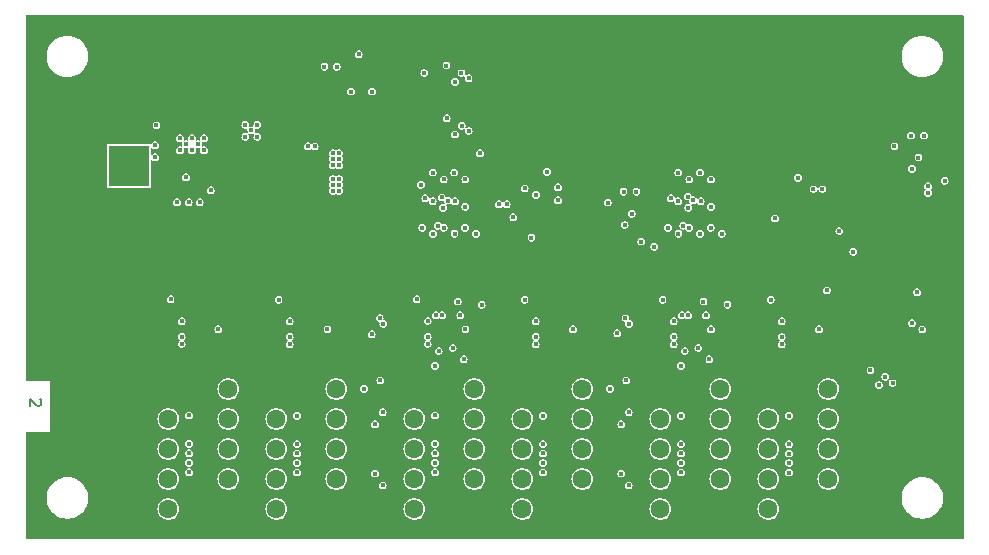
<source format=gbr>
G04 #@! TF.GenerationSoftware,KiCad,Pcbnew,7.0.9*
G04 #@! TF.CreationDate,2024-02-03T10:08:10-06:00*
G04 #@! TF.ProjectId,Stopwatch,53746f70-7761-4746-9368-2e6b69636164,rev?*
G04 #@! TF.SameCoordinates,Original*
G04 #@! TF.FileFunction,Copper,L2,Inr*
G04 #@! TF.FilePolarity,Positive*
%FSLAX46Y46*%
G04 Gerber Fmt 4.6, Leading zero omitted, Abs format (unit mm)*
G04 Created by KiCad (PCBNEW 7.0.9) date 2024-02-03 10:08:10*
%MOMM*%
%LPD*%
G01*
G04 APERTURE LIST*
%ADD10C,0.150000*%
G04 #@! TA.AperFunction,NonConductor*
%ADD11C,0.150000*%
G04 #@! TD*
G04 #@! TA.AperFunction,ComponentPad*
%ADD12R,1.700000X1.700000*%
G04 #@! TD*
G04 #@! TA.AperFunction,ComponentPad*
%ADD13R,1.600000X1.600000*%
G04 #@! TD*
G04 #@! TA.AperFunction,ComponentPad*
%ADD14C,1.600000*%
G04 #@! TD*
G04 #@! TA.AperFunction,ComponentPad*
%ADD15R,3.500000X3.500000*%
G04 #@! TD*
G04 #@! TA.AperFunction,ViaPad*
%ADD16C,0.400000*%
G04 #@! TD*
G04 APERTURE END LIST*
D10*
D11*
X87013942Y-114055760D02*
X87061561Y-114103379D01*
X87061561Y-114103379D02*
X87109180Y-114198617D01*
X87109180Y-114198617D02*
X87109180Y-114436712D01*
X87109180Y-114436712D02*
X87061561Y-114531950D01*
X87061561Y-114531950D02*
X87013942Y-114579569D01*
X87013942Y-114579569D02*
X86918704Y-114627188D01*
X86918704Y-114627188D02*
X86823466Y-114627188D01*
X86823466Y-114627188D02*
X86680609Y-114579569D01*
X86680609Y-114579569D02*
X86109180Y-114008141D01*
X86109180Y-114008141D02*
X86109180Y-114627188D01*
D12*
X96269800Y-84705000D03*
D13*
X118681400Y-113192800D03*
D14*
X118681400Y-115732800D03*
X118681400Y-118272800D03*
X118681400Y-120812800D03*
X118681400Y-123352800D03*
X123761400Y-123352800D03*
X123761400Y-120812800D03*
X123761400Y-118272800D03*
X123761400Y-115732800D03*
X123761400Y-113192800D03*
D15*
X94498000Y-94306200D03*
X88498000Y-94306200D03*
X91498000Y-99006200D03*
D13*
X127825400Y-113192800D03*
D14*
X127825400Y-115732800D03*
X127825400Y-118272800D03*
X127825400Y-120812800D03*
X127825400Y-123352800D03*
X132905400Y-123352800D03*
X132905400Y-120812800D03*
X132905400Y-118272800D03*
X132905400Y-115732800D03*
X132905400Y-113192800D03*
D13*
X97853400Y-113192800D03*
D14*
X97853400Y-115732800D03*
X97853400Y-118272800D03*
X97853400Y-120812800D03*
X97853400Y-123352800D03*
X102933400Y-123352800D03*
X102933400Y-120812800D03*
X102933400Y-118272800D03*
X102933400Y-115732800D03*
X102933400Y-113192800D03*
D13*
X148653400Y-113192800D03*
D14*
X148653400Y-115732800D03*
X148653400Y-118272800D03*
X148653400Y-120812800D03*
X148653400Y-123352800D03*
X153733400Y-123352800D03*
X153733400Y-120812800D03*
X153733400Y-118272800D03*
X153733400Y-115732800D03*
X153733400Y-113192800D03*
D13*
X139509400Y-113192800D03*
D14*
X139509400Y-115732800D03*
X139509400Y-118272800D03*
X139509400Y-120812800D03*
X139509400Y-123352800D03*
X144589400Y-123352800D03*
X144589400Y-120812800D03*
X144589400Y-118272800D03*
X144589400Y-115732800D03*
X144589400Y-113192800D03*
D13*
X106997400Y-113192800D03*
D14*
X106997400Y-115732800D03*
X106997400Y-118272800D03*
X106997400Y-120812800D03*
X106997400Y-123352800D03*
X112077400Y-123352800D03*
X112077400Y-120812800D03*
X112077400Y-118272800D03*
X112077400Y-115732800D03*
X112077400Y-113192800D03*
D16*
X96850200Y-90855800D03*
X104876600Y-97561400D03*
X110769400Y-92633800D03*
X146608800Y-108581300D03*
X120142000Y-99263200D03*
X109993400Y-90982800D03*
X98039610Y-104513000D03*
X108940600Y-93726000D03*
X150647400Y-100376800D03*
X162610800Y-105664000D03*
X120243600Y-96774000D03*
X121158000Y-101574600D03*
X142863411Y-96783510D03*
X152984200Y-111379000D03*
X148539200Y-97409000D03*
X155854400Y-100507800D03*
X102179810Y-111345600D03*
X111323810Y-111371000D03*
X114092410Y-108581300D03*
X153898600Y-97891600D03*
X151663400Y-100376800D03*
X126502000Y-98497200D03*
X142865000Y-99212400D03*
X104368600Y-98124200D03*
X114985800Y-84861400D03*
X118867610Y-104513000D03*
X108940600Y-95910400D03*
X161366200Y-92659200D03*
X96189800Y-89154000D03*
X139695610Y-104538400D03*
X107238800Y-88773000D03*
X162306000Y-94335600D03*
X160324800Y-96088200D03*
X108940600Y-94244000D03*
X156692600Y-112242600D03*
X117652800Y-87376000D03*
X108940600Y-93228000D03*
X108940600Y-96428400D03*
X137239900Y-113182400D03*
X110261400Y-88036400D03*
X120827800Y-90906600D03*
X122986800Y-101574600D03*
X110501400Y-90420000D03*
X148666200Y-100634800D03*
X151282400Y-104851200D03*
X125776410Y-108581300D03*
X105384600Y-97108200D03*
X143835810Y-111371000D03*
X123007810Y-111345600D03*
X105384600Y-98124200D03*
X120819900Y-86440200D03*
X122072400Y-99212400D03*
X119354600Y-101574600D03*
X104948410Y-108581300D03*
X127660400Y-99263200D03*
X99949000Y-95275400D03*
X129921000Y-96824800D03*
X116408200Y-113182400D03*
X154660600Y-100914200D03*
X106984800Y-94564200D03*
X140934600Y-99263200D03*
X163195000Y-96113600D03*
X128295400Y-97688400D03*
X128011610Y-104538400D03*
X138480800Y-99669600D03*
X107183610Y-104538400D03*
X101447600Y-98298000D03*
X104368600Y-97108200D03*
X126517400Y-95707200D03*
X151165400Y-100376800D03*
X141036200Y-96774000D03*
X106486800Y-94564200D03*
X161696400Y-106248200D03*
X148844000Y-104546400D03*
X122070811Y-96783510D03*
X107502800Y-94564200D03*
X109993400Y-89966800D03*
X155748410Y-108581300D03*
X111009400Y-90982800D03*
X140147200Y-101574600D03*
X143779400Y-101574600D03*
X135991600Y-100838000D03*
X108940600Y-95412400D03*
X141950600Y-101574600D03*
X164084000Y-94945200D03*
X137083800Y-97409000D03*
X111009400Y-89966800D03*
X134920410Y-108581300D03*
X132151810Y-111371000D03*
X104368600Y-90834400D03*
X104876600Y-91287600D03*
X104368600Y-91850400D03*
X105384600Y-91850400D03*
X105384600Y-90834400D03*
X99339400Y-95275400D03*
X98602800Y-97383902D03*
X98831400Y-91973400D03*
X100863400Y-92989400D03*
X100355400Y-92481400D03*
X99847400Y-91973400D03*
X99847400Y-92989400D03*
X100507800Y-97383902D03*
X100863400Y-91973400D03*
X99568000Y-97383902D03*
X99339400Y-92481400D03*
X98831400Y-92989400D03*
X130845400Y-96118400D03*
X130845400Y-97218400D03*
X136391400Y-96490600D03*
X137491400Y-96490600D03*
X160724600Y-91740800D03*
X161824600Y-91740800D03*
X128026000Y-96218400D03*
X136491400Y-99310000D03*
X160824600Y-94560200D03*
X112293400Y-93726000D03*
X135259500Y-113181600D03*
X140147200Y-99542600D03*
X122072400Y-94869000D03*
X112293400Y-95910400D03*
X116001800Y-115163600D03*
X121412000Y-90271600D03*
X136834300Y-121360400D03*
X120243600Y-97307400D03*
X142865000Y-94869000D03*
X122674100Y-86440200D03*
X122682000Y-90906600D03*
X148844000Y-105638600D03*
X114427000Y-113182400D03*
X155854400Y-101574600D03*
X126493679Y-97557220D03*
X141036200Y-94869000D03*
X137896600Y-100711000D03*
X111074200Y-85902800D03*
X120243600Y-94869000D03*
X112293400Y-96428400D03*
X154660600Y-99822000D03*
X139695610Y-105630600D03*
X98039610Y-105605200D03*
X142915800Y-97307400D03*
X118867610Y-105605200D03*
X121158000Y-99542600D03*
X162179000Y-96037400D03*
X157302200Y-111607600D03*
X119532400Y-86436200D03*
X119354600Y-99542600D03*
X111785400Y-93726000D03*
X112115600Y-85902800D03*
X153619200Y-104851200D03*
X112293400Y-94244000D03*
X112293400Y-93228000D03*
X111785400Y-94244000D03*
X107183610Y-105630600D03*
X141950600Y-99542600D03*
X110236000Y-92659200D03*
X163576000Y-95571702D03*
X127057376Y-98654360D03*
X121404100Y-85805200D03*
X161696400Y-108153200D03*
X141036200Y-97307400D03*
X111785400Y-95412400D03*
X111785400Y-95910400D03*
X122123200Y-97307400D03*
X159334200Y-92659200D03*
X112293400Y-95412400D03*
X115798600Y-112471200D03*
X135051800Y-97409000D03*
X111785400Y-96428400D03*
X158563435Y-112150499D03*
X128011610Y-105630600D03*
X143779400Y-99542600D03*
X136834300Y-115162800D03*
X116001800Y-121361200D03*
X129921000Y-94792800D03*
X136631100Y-112470400D03*
X111785400Y-93228000D03*
X122986800Y-99542600D03*
X123269700Y-86886200D03*
X136199100Y-116172400D03*
X136199100Y-120352400D03*
X123277600Y-91352600D03*
X159166400Y-112688600D03*
X115366600Y-116173200D03*
X115366600Y-120353200D03*
X101447600Y-96367600D03*
X115112800Y-88011000D03*
X124231400Y-93243400D03*
X151155400Y-95300800D03*
X153238200Y-96266000D03*
X108127800Y-107467400D03*
X141833600Y-96901000D03*
X128600200Y-100380800D03*
X139008650Y-101142800D03*
X98983800Y-107467400D03*
X120986000Y-96977200D03*
X119237650Y-95910400D03*
X152476200Y-96266000D03*
X149225000Y-98755200D03*
X113334800Y-88011000D03*
X109677200Y-92633800D03*
X113969800Y-84861400D03*
X160817400Y-107617400D03*
X96723200Y-92557600D03*
X96723200Y-93573600D03*
X161239200Y-105003600D03*
X122115300Y-87176800D03*
X122123200Y-91643200D03*
X158013400Y-112852200D03*
X128981200Y-96748600D03*
X137083800Y-98348800D03*
X161366200Y-93599000D03*
X125857000Y-97561400D03*
X162179000Y-96596200D03*
X149783800Y-107467400D03*
X140639800Y-107467400D03*
X143789400Y-95456400D03*
X119811800Y-107442000D03*
X122996800Y-95456400D03*
X128955800Y-107467400D03*
X132130800Y-108127800D03*
X123012200Y-108127800D03*
X111328200Y-108127800D03*
X152958800Y-108127800D03*
X115062000Y-108559600D03*
X135864600Y-108483400D03*
X102082600Y-108127800D03*
X143814800Y-108127800D03*
X141046200Y-100046600D03*
X141450878Y-99366456D03*
X142875000Y-100046600D03*
X144703800Y-100046600D03*
X141888100Y-97840300D03*
X140401200Y-97053400D03*
X142285800Y-97210800D03*
X143789400Y-97767800D03*
X141960600Y-95456400D03*
X120253600Y-100046600D03*
X120658278Y-99366456D03*
X122082400Y-100046600D03*
X123911200Y-100046600D03*
X119608600Y-97053400D03*
X121095500Y-97840300D03*
X121526300Y-97243900D03*
X122996800Y-97767800D03*
X121168000Y-95456400D03*
X150420600Y-115463200D03*
X149783800Y-109423200D03*
X149783800Y-108788200D03*
X150420600Y-117863200D03*
X150420600Y-118663200D03*
X150420600Y-119463200D03*
X150418800Y-120269000D03*
X141272210Y-115455200D03*
X141868800Y-106959400D03*
X141563310Y-109982000D03*
X141256610Y-111220400D03*
X140635410Y-109415200D03*
X136560200Y-107188000D03*
X141310000Y-106959400D03*
X140635410Y-108780200D03*
X136865000Y-107674300D03*
X141272210Y-117855200D03*
X143164200Y-105791000D03*
X141272210Y-118655200D03*
X141272210Y-119455200D03*
X143392800Y-106959400D03*
X145196200Y-106070400D03*
X141270410Y-120261000D03*
X142732400Y-109728000D03*
X143668410Y-110684600D03*
X129588210Y-115455200D03*
X128951410Y-109415200D03*
X128951410Y-108780200D03*
X129588210Y-117855200D03*
X129588210Y-118655200D03*
X129588210Y-119455200D03*
X129586410Y-120261000D03*
X120444210Y-111220400D03*
X120444210Y-115429800D03*
X121056400Y-106959400D03*
X120750910Y-109982000D03*
X115747800Y-107188000D03*
X119807410Y-109389800D03*
X120497600Y-106959400D03*
X119807410Y-108754800D03*
X116052600Y-107674300D03*
X120444210Y-117829800D03*
X122351800Y-105791000D03*
X120444210Y-118629800D03*
X120444210Y-119429800D03*
X122580400Y-106959400D03*
X122856010Y-110684600D03*
X121920000Y-109728000D03*
X124383800Y-106070400D03*
X120442410Y-120235600D03*
X108760210Y-115455200D03*
X108123410Y-109415200D03*
X108123410Y-108780200D03*
X108760210Y-117855200D03*
X108760210Y-118655200D03*
X108760210Y-119455200D03*
X108758410Y-120261000D03*
X99616210Y-115429800D03*
X98979410Y-109389800D03*
X98979410Y-108754800D03*
X99616210Y-117829800D03*
X99616210Y-118629800D03*
X99616210Y-119429800D03*
X99614410Y-120235600D03*
G04 #@! TA.AperFunction,Conductor*
G36*
X165177594Y-81548006D02*
G01*
X165195900Y-81592200D01*
X165195900Y-125866200D01*
X165177594Y-125910394D01*
X165133400Y-125928700D01*
X85859400Y-125928700D01*
X85815206Y-125910394D01*
X85796900Y-125866200D01*
X85796900Y-122550682D01*
X87551900Y-122550682D01*
X87591092Y-122810711D01*
X87668601Y-123061988D01*
X87782697Y-123298909D01*
X87930827Y-123516176D01*
X87930830Y-123516180D01*
X88109690Y-123708946D01*
X88109693Y-123708949D01*
X88315278Y-123872898D01*
X88315282Y-123872900D01*
X88315283Y-123872901D01*
X88543016Y-124004383D01*
X88787802Y-124100454D01*
X88787805Y-124100455D01*
X89044172Y-124158969D01*
X89240743Y-124173700D01*
X89240746Y-124173700D01*
X89372054Y-124173700D01*
X89372057Y-124173700D01*
X89519484Y-124162651D01*
X89568628Y-124158969D01*
X89824998Y-124100454D01*
X90069784Y-124004383D01*
X90297517Y-123872901D01*
X90503110Y-123708946D01*
X90681970Y-123516180D01*
X90793361Y-123352799D01*
X96920791Y-123352799D01*
X96941171Y-123546702D01*
X96993887Y-123708946D01*
X97001419Y-123732126D01*
X97081897Y-123871518D01*
X97098904Y-123900976D01*
X97229362Y-124045863D01*
X97385038Y-124158969D01*
X97387095Y-124160463D01*
X97565208Y-124239764D01*
X97755916Y-124280300D01*
X97950884Y-124280300D01*
X98141592Y-124239764D01*
X98319705Y-124160463D01*
X98477437Y-124045864D01*
X98607897Y-123900974D01*
X98705381Y-123732126D01*
X98765629Y-123546700D01*
X98786009Y-123352800D01*
X98786009Y-123352799D01*
X106064791Y-123352799D01*
X106085171Y-123546702D01*
X106137887Y-123708946D01*
X106145419Y-123732126D01*
X106225897Y-123871518D01*
X106242904Y-123900976D01*
X106373362Y-124045863D01*
X106529038Y-124158969D01*
X106531095Y-124160463D01*
X106709208Y-124239764D01*
X106899916Y-124280300D01*
X107094884Y-124280300D01*
X107285592Y-124239764D01*
X107463705Y-124160463D01*
X107621437Y-124045864D01*
X107751897Y-123900974D01*
X107849381Y-123732126D01*
X107909629Y-123546700D01*
X107930009Y-123352800D01*
X107930009Y-123352799D01*
X117748791Y-123352799D01*
X117769171Y-123546702D01*
X117821887Y-123708946D01*
X117829419Y-123732126D01*
X117909897Y-123871518D01*
X117926904Y-123900976D01*
X118057362Y-124045863D01*
X118213038Y-124158969D01*
X118215095Y-124160463D01*
X118393208Y-124239764D01*
X118583916Y-124280300D01*
X118778884Y-124280300D01*
X118969592Y-124239764D01*
X119147705Y-124160463D01*
X119305437Y-124045864D01*
X119435897Y-123900974D01*
X119533381Y-123732126D01*
X119593629Y-123546700D01*
X119614009Y-123352800D01*
X119614009Y-123352799D01*
X126892791Y-123352799D01*
X126913171Y-123546702D01*
X126965887Y-123708946D01*
X126973419Y-123732126D01*
X127053897Y-123871518D01*
X127070904Y-123900976D01*
X127201362Y-124045863D01*
X127357038Y-124158969D01*
X127359095Y-124160463D01*
X127537208Y-124239764D01*
X127727916Y-124280300D01*
X127922884Y-124280300D01*
X128113592Y-124239764D01*
X128291705Y-124160463D01*
X128449437Y-124045864D01*
X128579897Y-123900974D01*
X128677381Y-123732126D01*
X128737629Y-123546700D01*
X128758009Y-123352800D01*
X128758009Y-123352799D01*
X138576791Y-123352799D01*
X138597171Y-123546702D01*
X138649887Y-123708946D01*
X138657419Y-123732126D01*
X138737897Y-123871518D01*
X138754904Y-123900976D01*
X138885362Y-124045863D01*
X139041038Y-124158969D01*
X139043095Y-124160463D01*
X139221208Y-124239764D01*
X139411916Y-124280300D01*
X139606884Y-124280300D01*
X139797592Y-124239764D01*
X139975705Y-124160463D01*
X140133437Y-124045864D01*
X140263897Y-123900974D01*
X140361381Y-123732126D01*
X140421629Y-123546700D01*
X140442009Y-123352800D01*
X140442009Y-123352799D01*
X147720791Y-123352799D01*
X147741171Y-123546702D01*
X147793887Y-123708946D01*
X147801419Y-123732126D01*
X147881897Y-123871518D01*
X147898904Y-123900976D01*
X148029362Y-124045863D01*
X148185038Y-124158969D01*
X148187095Y-124160463D01*
X148365208Y-124239764D01*
X148555916Y-124280300D01*
X148750884Y-124280300D01*
X148941592Y-124239764D01*
X149119705Y-124160463D01*
X149277437Y-124045864D01*
X149407897Y-123900974D01*
X149505381Y-123732126D01*
X149565629Y-123546700D01*
X149586009Y-123352800D01*
X149565629Y-123158900D01*
X149505381Y-122973474D01*
X149407897Y-122804626D01*
X149407896Y-122804625D01*
X149407895Y-122804623D01*
X149277437Y-122659736D01*
X149127338Y-122550682D01*
X159931900Y-122550682D01*
X159971092Y-122810711D01*
X160048601Y-123061988D01*
X160162697Y-123298909D01*
X160310827Y-123516176D01*
X160310830Y-123516180D01*
X160489690Y-123708946D01*
X160489693Y-123708949D01*
X160695278Y-123872898D01*
X160695282Y-123872900D01*
X160695283Y-123872901D01*
X160923016Y-124004383D01*
X161167802Y-124100454D01*
X161167805Y-124100455D01*
X161424172Y-124158969D01*
X161620743Y-124173700D01*
X161620746Y-124173700D01*
X161752054Y-124173700D01*
X161752057Y-124173700D01*
X161899484Y-124162651D01*
X161948628Y-124158969D01*
X162204998Y-124100454D01*
X162449784Y-124004383D01*
X162677517Y-123872901D01*
X162883110Y-123708946D01*
X163061970Y-123516180D01*
X163210102Y-123298910D01*
X163324198Y-123061988D01*
X163401708Y-122810708D01*
X163440900Y-122550682D01*
X163440900Y-122287718D01*
X163401708Y-122027692D01*
X163324198Y-121776412D01*
X163306807Y-121740300D01*
X163210102Y-121539490D01*
X163061972Y-121322223D01*
X163061970Y-121322220D01*
X162883110Y-121129454D01*
X162883108Y-121129453D01*
X162883106Y-121129450D01*
X162677521Y-120965501D01*
X162623707Y-120934432D01*
X162449784Y-120834017D01*
X162278616Y-120766839D01*
X162204994Y-120737944D01*
X161948627Y-120679430D01*
X161752057Y-120664700D01*
X161752054Y-120664700D01*
X161620746Y-120664700D01*
X161620743Y-120664700D01*
X161424172Y-120679430D01*
X161167805Y-120737944D01*
X161027004Y-120793204D01*
X160923016Y-120834017D01*
X160849506Y-120876457D01*
X160695278Y-120965501D01*
X160489693Y-121129450D01*
X160310827Y-121322223D01*
X160162697Y-121539490D01*
X160048601Y-121776411D01*
X159971092Y-122027688D01*
X159931900Y-122287718D01*
X159931900Y-122550682D01*
X149127338Y-122550682D01*
X149119707Y-122545138D01*
X149119703Y-122545136D01*
X148941592Y-122465836D01*
X148941590Y-122465835D01*
X148941589Y-122465835D01*
X148750884Y-122425300D01*
X148555916Y-122425300D01*
X148365210Y-122465835D01*
X148187097Y-122545136D01*
X148179464Y-122550682D01*
X148029363Y-122659736D01*
X148029360Y-122659738D01*
X148029360Y-122659739D01*
X147898904Y-122804623D01*
X147801418Y-122973476D01*
X147741171Y-123158897D01*
X147720791Y-123352799D01*
X140442009Y-123352799D01*
X140421629Y-123158900D01*
X140361381Y-122973474D01*
X140263897Y-122804626D01*
X140263896Y-122804625D01*
X140263895Y-122804623D01*
X140133437Y-122659736D01*
X139975707Y-122545138D01*
X139975703Y-122545136D01*
X139797592Y-122465836D01*
X139797590Y-122465835D01*
X139797589Y-122465835D01*
X139606884Y-122425300D01*
X139411916Y-122425300D01*
X139221210Y-122465835D01*
X139043097Y-122545136D01*
X139035464Y-122550682D01*
X138885363Y-122659736D01*
X138885360Y-122659738D01*
X138885360Y-122659739D01*
X138754904Y-122804623D01*
X138657418Y-122973476D01*
X138597171Y-123158897D01*
X138576791Y-123352799D01*
X128758009Y-123352799D01*
X128737629Y-123158900D01*
X128677381Y-122973474D01*
X128579897Y-122804626D01*
X128579896Y-122804625D01*
X128579895Y-122804623D01*
X128449437Y-122659736D01*
X128291707Y-122545138D01*
X128291703Y-122545136D01*
X128113592Y-122465836D01*
X128113590Y-122465835D01*
X128113589Y-122465835D01*
X127922884Y-122425300D01*
X127727916Y-122425300D01*
X127537210Y-122465835D01*
X127359097Y-122545136D01*
X127351464Y-122550682D01*
X127201363Y-122659736D01*
X127201360Y-122659738D01*
X127201360Y-122659739D01*
X127070904Y-122804623D01*
X126973418Y-122973476D01*
X126913171Y-123158897D01*
X126892791Y-123352799D01*
X119614009Y-123352799D01*
X119593629Y-123158900D01*
X119533381Y-122973474D01*
X119435897Y-122804626D01*
X119435896Y-122804625D01*
X119435895Y-122804623D01*
X119305437Y-122659736D01*
X119147707Y-122545138D01*
X119147703Y-122545136D01*
X118969592Y-122465836D01*
X118969590Y-122465835D01*
X118969589Y-122465835D01*
X118778884Y-122425300D01*
X118583916Y-122425300D01*
X118393210Y-122465835D01*
X118215097Y-122545136D01*
X118207464Y-122550682D01*
X118057363Y-122659736D01*
X118057360Y-122659738D01*
X118057360Y-122659739D01*
X117926904Y-122804623D01*
X117829418Y-122973476D01*
X117769171Y-123158897D01*
X117748791Y-123352799D01*
X107930009Y-123352799D01*
X107909629Y-123158900D01*
X107849381Y-122973474D01*
X107751897Y-122804626D01*
X107751896Y-122804625D01*
X107751895Y-122804623D01*
X107621437Y-122659736D01*
X107463707Y-122545138D01*
X107463703Y-122545136D01*
X107285592Y-122465836D01*
X107285590Y-122465835D01*
X107285589Y-122465835D01*
X107094884Y-122425300D01*
X106899916Y-122425300D01*
X106709210Y-122465835D01*
X106531097Y-122545136D01*
X106523464Y-122550682D01*
X106373363Y-122659736D01*
X106373360Y-122659738D01*
X106373360Y-122659739D01*
X106242904Y-122804623D01*
X106145418Y-122973476D01*
X106085171Y-123158897D01*
X106064791Y-123352799D01*
X98786009Y-123352799D01*
X98765629Y-123158900D01*
X98705381Y-122973474D01*
X98607897Y-122804626D01*
X98607896Y-122804625D01*
X98607895Y-122804623D01*
X98477437Y-122659736D01*
X98319707Y-122545138D01*
X98319703Y-122545136D01*
X98141592Y-122465836D01*
X98141590Y-122465835D01*
X98141589Y-122465835D01*
X97950884Y-122425300D01*
X97755916Y-122425300D01*
X97565210Y-122465835D01*
X97387097Y-122545136D01*
X97379464Y-122550682D01*
X97229363Y-122659736D01*
X97229360Y-122659738D01*
X97229360Y-122659739D01*
X97098904Y-122804623D01*
X97001418Y-122973476D01*
X96941171Y-123158897D01*
X96920791Y-123352799D01*
X90793361Y-123352799D01*
X90830102Y-123298910D01*
X90944198Y-123061988D01*
X91021708Y-122810708D01*
X91060900Y-122550682D01*
X91060900Y-122287718D01*
X91021708Y-122027692D01*
X90944198Y-121776412D01*
X90926807Y-121740300D01*
X90830102Y-121539490D01*
X90681972Y-121322223D01*
X90681970Y-121322220D01*
X90503110Y-121129454D01*
X90503108Y-121129453D01*
X90503106Y-121129450D01*
X90297521Y-120965501D01*
X90243707Y-120934432D01*
X90069784Y-120834017D01*
X90015724Y-120812800D01*
X96920791Y-120812800D01*
X96941171Y-121006702D01*
X96981056Y-121129454D01*
X97001419Y-121192126D01*
X97076530Y-121322223D01*
X97098904Y-121360976D01*
X97229362Y-121505863D01*
X97229363Y-121505864D01*
X97387095Y-121620463D01*
X97565208Y-121699764D01*
X97755916Y-121740300D01*
X97950884Y-121740300D01*
X98141592Y-121699764D01*
X98319705Y-121620463D01*
X98477437Y-121505864D01*
X98607897Y-121360974D01*
X98705381Y-121192126D01*
X98765629Y-121006700D01*
X98786009Y-120812800D01*
X102000791Y-120812800D01*
X102021171Y-121006702D01*
X102061056Y-121129454D01*
X102081419Y-121192126D01*
X102156530Y-121322223D01*
X102178904Y-121360976D01*
X102309362Y-121505863D01*
X102309363Y-121505864D01*
X102467095Y-121620463D01*
X102645208Y-121699764D01*
X102835916Y-121740300D01*
X103030884Y-121740300D01*
X103221592Y-121699764D01*
X103399705Y-121620463D01*
X103557437Y-121505864D01*
X103687897Y-121360974D01*
X103785381Y-121192126D01*
X103845629Y-121006700D01*
X103866009Y-120812800D01*
X106064791Y-120812800D01*
X106085171Y-121006702D01*
X106125056Y-121129454D01*
X106145419Y-121192126D01*
X106220530Y-121322223D01*
X106242904Y-121360976D01*
X106373362Y-121505863D01*
X106373363Y-121505864D01*
X106531095Y-121620463D01*
X106709208Y-121699764D01*
X106899916Y-121740300D01*
X107094884Y-121740300D01*
X107285592Y-121699764D01*
X107463705Y-121620463D01*
X107621437Y-121505864D01*
X107751897Y-121360974D01*
X107849381Y-121192126D01*
X107909629Y-121006700D01*
X107930009Y-120812800D01*
X111144791Y-120812800D01*
X111165171Y-121006702D01*
X111205056Y-121129454D01*
X111225419Y-121192126D01*
X111300530Y-121322223D01*
X111322904Y-121360976D01*
X111453362Y-121505863D01*
X111453363Y-121505864D01*
X111611095Y-121620463D01*
X111789208Y-121699764D01*
X111979916Y-121740300D01*
X112174884Y-121740300D01*
X112365592Y-121699764D01*
X112543705Y-121620463D01*
X112701437Y-121505864D01*
X112831694Y-121361199D01*
X115667216Y-121361199D01*
X115687394Y-121475634D01*
X115745033Y-121575466D01*
X115745495Y-121576266D01*
X115834508Y-121650957D01*
X115943700Y-121690700D01*
X116059900Y-121690700D01*
X116169092Y-121650957D01*
X116258105Y-121576266D01*
X116316205Y-121475634D01*
X116336383Y-121361200D01*
X116316205Y-121246766D01*
X116316205Y-121246765D01*
X116258105Y-121146134D01*
X116169091Y-121071442D01*
X116059900Y-121031700D01*
X115943700Y-121031700D01*
X115834508Y-121071442D01*
X115752655Y-121140125D01*
X115746449Y-121145334D01*
X115745494Y-121146135D01*
X115687394Y-121246765D01*
X115667216Y-121361199D01*
X112831694Y-121361199D01*
X112831897Y-121360974D01*
X112929381Y-121192126D01*
X112989629Y-121006700D01*
X113010009Y-120812800D01*
X117748791Y-120812800D01*
X117769171Y-121006702D01*
X117809056Y-121129454D01*
X117829419Y-121192126D01*
X117904530Y-121322223D01*
X117926904Y-121360976D01*
X118057362Y-121505863D01*
X118057363Y-121505864D01*
X118215095Y-121620463D01*
X118393208Y-121699764D01*
X118583916Y-121740300D01*
X118778884Y-121740300D01*
X118969592Y-121699764D01*
X119147705Y-121620463D01*
X119305437Y-121505864D01*
X119435897Y-121360974D01*
X119533381Y-121192126D01*
X119593629Y-121006700D01*
X119614009Y-120812800D01*
X119614009Y-120812799D01*
X122828791Y-120812799D01*
X122849171Y-121006702D01*
X122889056Y-121129454D01*
X122909419Y-121192126D01*
X122984530Y-121322223D01*
X123006904Y-121360976D01*
X123137362Y-121505863D01*
X123137363Y-121505864D01*
X123295095Y-121620463D01*
X123473208Y-121699764D01*
X123663916Y-121740300D01*
X123858884Y-121740300D01*
X124049592Y-121699764D01*
X124227705Y-121620463D01*
X124385437Y-121505864D01*
X124515897Y-121360974D01*
X124613381Y-121192126D01*
X124673629Y-121006700D01*
X124694009Y-120812800D01*
X124694009Y-120812799D01*
X126892791Y-120812799D01*
X126913171Y-121006702D01*
X126953056Y-121129454D01*
X126973419Y-121192126D01*
X127048530Y-121322223D01*
X127070904Y-121360976D01*
X127201362Y-121505863D01*
X127201363Y-121505864D01*
X127359095Y-121620463D01*
X127537208Y-121699764D01*
X127727916Y-121740300D01*
X127922884Y-121740300D01*
X128113592Y-121699764D01*
X128291705Y-121620463D01*
X128449437Y-121505864D01*
X128579897Y-121360974D01*
X128677381Y-121192126D01*
X128737629Y-121006700D01*
X128758009Y-120812800D01*
X128758009Y-120812799D01*
X131972791Y-120812799D01*
X131993171Y-121006702D01*
X132033056Y-121129454D01*
X132053419Y-121192126D01*
X132128530Y-121322223D01*
X132150904Y-121360976D01*
X132281362Y-121505863D01*
X132281363Y-121505864D01*
X132439095Y-121620463D01*
X132617208Y-121699764D01*
X132807916Y-121740300D01*
X133002884Y-121740300D01*
X133193592Y-121699764D01*
X133371705Y-121620463D01*
X133529437Y-121505864D01*
X133659897Y-121360974D01*
X133660229Y-121360399D01*
X136499716Y-121360399D01*
X136519894Y-121474834D01*
X136557224Y-121539490D01*
X136577995Y-121575466D01*
X136667008Y-121650157D01*
X136776200Y-121689900D01*
X136892400Y-121689900D01*
X137001592Y-121650157D01*
X137090605Y-121575466D01*
X137148705Y-121474834D01*
X137168883Y-121360400D01*
X137148705Y-121245966D01*
X137148705Y-121245965D01*
X137090605Y-121145334D01*
X137001591Y-121070642D01*
X136892400Y-121030900D01*
X136776200Y-121030900D01*
X136667008Y-121070642D01*
X136577994Y-121145335D01*
X136519894Y-121245965D01*
X136499716Y-121360399D01*
X133660229Y-121360399D01*
X133757381Y-121192126D01*
X133817629Y-121006700D01*
X133838009Y-120812800D01*
X133838009Y-120812799D01*
X138576791Y-120812799D01*
X138597171Y-121006702D01*
X138637056Y-121129454D01*
X138657419Y-121192126D01*
X138732530Y-121322223D01*
X138754904Y-121360976D01*
X138885362Y-121505863D01*
X138885363Y-121505864D01*
X139043095Y-121620463D01*
X139221208Y-121699764D01*
X139411916Y-121740300D01*
X139606884Y-121740300D01*
X139797592Y-121699764D01*
X139975705Y-121620463D01*
X140133437Y-121505864D01*
X140263897Y-121360974D01*
X140361381Y-121192126D01*
X140421629Y-121006700D01*
X140442009Y-120812800D01*
X140442009Y-120812799D01*
X143656791Y-120812799D01*
X143677171Y-121006702D01*
X143717056Y-121129454D01*
X143737419Y-121192126D01*
X143812530Y-121322223D01*
X143834904Y-121360976D01*
X143965362Y-121505863D01*
X143965363Y-121505864D01*
X144123095Y-121620463D01*
X144301208Y-121699764D01*
X144491916Y-121740300D01*
X144686884Y-121740300D01*
X144877592Y-121699764D01*
X145055705Y-121620463D01*
X145213437Y-121505864D01*
X145343897Y-121360974D01*
X145441381Y-121192126D01*
X145501629Y-121006700D01*
X145522009Y-120812800D01*
X147720791Y-120812800D01*
X147741171Y-121006702D01*
X147781056Y-121129454D01*
X147801419Y-121192126D01*
X147876530Y-121322223D01*
X147898904Y-121360976D01*
X148029362Y-121505863D01*
X148029363Y-121505864D01*
X148187095Y-121620463D01*
X148365208Y-121699764D01*
X148555916Y-121740300D01*
X148750884Y-121740300D01*
X148941592Y-121699764D01*
X149119705Y-121620463D01*
X149277437Y-121505864D01*
X149407897Y-121360974D01*
X149505381Y-121192126D01*
X149565629Y-121006700D01*
X149586009Y-120812800D01*
X152800791Y-120812800D01*
X152821171Y-121006702D01*
X152861056Y-121129454D01*
X152881419Y-121192126D01*
X152956530Y-121322223D01*
X152978904Y-121360976D01*
X153109362Y-121505863D01*
X153109363Y-121505864D01*
X153267095Y-121620463D01*
X153445208Y-121699764D01*
X153635916Y-121740300D01*
X153830884Y-121740300D01*
X154021592Y-121699764D01*
X154199705Y-121620463D01*
X154357437Y-121505864D01*
X154487897Y-121360974D01*
X154585381Y-121192126D01*
X154645629Y-121006700D01*
X154666009Y-120812800D01*
X154645629Y-120618900D01*
X154585381Y-120433474D01*
X154487897Y-120264626D01*
X154487896Y-120264625D01*
X154487895Y-120264623D01*
X154357437Y-120119736D01*
X154199707Y-120005138D01*
X154141546Y-119979243D01*
X154021592Y-119925836D01*
X154021590Y-119925835D01*
X154021589Y-119925835D01*
X153830884Y-119885300D01*
X153635916Y-119885300D01*
X153445210Y-119925835D01*
X153267097Y-120005136D01*
X153245904Y-120020534D01*
X153109363Y-120119736D01*
X153109360Y-120119738D01*
X153109360Y-120119739D01*
X152978904Y-120264623D01*
X152881418Y-120433476D01*
X152821171Y-120618897D01*
X152800791Y-120812800D01*
X149586009Y-120812800D01*
X149565629Y-120618900D01*
X149505381Y-120433474D01*
X149410422Y-120269000D01*
X150084216Y-120269000D01*
X150104394Y-120383434D01*
X150157876Y-120476066D01*
X150162495Y-120484066D01*
X150251508Y-120558757D01*
X150360700Y-120598500D01*
X150476900Y-120598500D01*
X150586092Y-120558757D01*
X150675105Y-120484066D01*
X150733205Y-120383434D01*
X150753383Y-120269000D01*
X150733205Y-120154566D01*
X150733205Y-120154565D01*
X150675105Y-120053934D01*
X150586091Y-119979242D01*
X150476900Y-119939500D01*
X150360700Y-119939500D01*
X150251508Y-119979242D01*
X150162494Y-120053935D01*
X150104394Y-120154565D01*
X150084216Y-120269000D01*
X149410422Y-120269000D01*
X149407897Y-120264626D01*
X149407896Y-120264625D01*
X149407895Y-120264623D01*
X149277437Y-120119736D01*
X149119707Y-120005138D01*
X149061546Y-119979243D01*
X148941592Y-119925836D01*
X148941590Y-119925835D01*
X148941589Y-119925835D01*
X148750884Y-119885300D01*
X148555916Y-119885300D01*
X148365210Y-119925835D01*
X148187097Y-120005136D01*
X148165904Y-120020534D01*
X148029363Y-120119736D01*
X148029360Y-120119738D01*
X148029360Y-120119739D01*
X147898904Y-120264623D01*
X147801418Y-120433476D01*
X147741171Y-120618897D01*
X147720791Y-120812800D01*
X145522009Y-120812800D01*
X145501629Y-120618900D01*
X145441381Y-120433474D01*
X145343897Y-120264626D01*
X145343896Y-120264625D01*
X145343895Y-120264623D01*
X145213437Y-120119736D01*
X145055707Y-120005138D01*
X144997546Y-119979243D01*
X144877592Y-119925836D01*
X144877590Y-119925835D01*
X144877589Y-119925835D01*
X144686884Y-119885300D01*
X144491916Y-119885300D01*
X144301210Y-119925835D01*
X144123097Y-120005136D01*
X144101904Y-120020534D01*
X143965363Y-120119736D01*
X143965360Y-120119738D01*
X143965360Y-120119739D01*
X143834904Y-120264623D01*
X143737418Y-120433476D01*
X143677171Y-120618897D01*
X143656791Y-120812799D01*
X140442009Y-120812799D01*
X140421629Y-120618900D01*
X140361381Y-120433474D01*
X140263897Y-120264626D01*
X140263896Y-120264625D01*
X140263895Y-120264623D01*
X140260633Y-120261000D01*
X140935826Y-120261000D01*
X140956004Y-120375434D01*
X141014104Y-120476065D01*
X141014105Y-120476066D01*
X141103118Y-120550757D01*
X141212310Y-120590500D01*
X141328510Y-120590500D01*
X141437702Y-120550757D01*
X141526715Y-120476066D01*
X141584815Y-120375434D01*
X141604993Y-120261000D01*
X141586226Y-120154566D01*
X141584815Y-120146565D01*
X141526715Y-120045934D01*
X141437701Y-119971242D01*
X141328510Y-119931500D01*
X141212310Y-119931500D01*
X141103118Y-119971242D01*
X141014104Y-120045935D01*
X140956004Y-120146565D01*
X140935826Y-120261000D01*
X140260633Y-120261000D01*
X140133437Y-120119736D01*
X139975707Y-120005138D01*
X139917546Y-119979243D01*
X139797592Y-119925836D01*
X139797590Y-119925835D01*
X139797589Y-119925835D01*
X139606884Y-119885300D01*
X139411916Y-119885300D01*
X139221210Y-119925835D01*
X139043097Y-120005136D01*
X139021904Y-120020534D01*
X138885363Y-120119736D01*
X138885360Y-120119738D01*
X138885360Y-120119739D01*
X138754904Y-120264623D01*
X138657418Y-120433476D01*
X138597171Y-120618897D01*
X138576791Y-120812799D01*
X133838009Y-120812799D01*
X133817629Y-120618900D01*
X133757381Y-120433474D01*
X133710573Y-120352400D01*
X135864516Y-120352400D01*
X135884694Y-120466834D01*
X135941429Y-120565100D01*
X135942795Y-120567466D01*
X136031808Y-120642157D01*
X136141000Y-120681900D01*
X136257200Y-120681900D01*
X136366392Y-120642157D01*
X136455405Y-120567466D01*
X136513505Y-120466834D01*
X136533683Y-120352400D01*
X136518205Y-120264623D01*
X136513505Y-120237965D01*
X136455405Y-120137334D01*
X136366391Y-120062642D01*
X136257200Y-120022900D01*
X136141000Y-120022900D01*
X136031808Y-120062642D01*
X135942794Y-120137335D01*
X135884694Y-120237965D01*
X135864516Y-120352400D01*
X133710573Y-120352400D01*
X133659897Y-120264626D01*
X133659896Y-120264625D01*
X133659895Y-120264623D01*
X133529437Y-120119736D01*
X133371707Y-120005138D01*
X133313546Y-119979243D01*
X133193592Y-119925836D01*
X133193590Y-119925835D01*
X133193589Y-119925835D01*
X133002884Y-119885300D01*
X132807916Y-119885300D01*
X132617210Y-119925835D01*
X132439097Y-120005136D01*
X132417904Y-120020534D01*
X132281363Y-120119736D01*
X132281360Y-120119738D01*
X132281360Y-120119739D01*
X132150904Y-120264623D01*
X132053418Y-120433476D01*
X131993171Y-120618897D01*
X131972791Y-120812799D01*
X128758009Y-120812799D01*
X128737629Y-120618900D01*
X128677381Y-120433474D01*
X128579897Y-120264626D01*
X128579896Y-120264625D01*
X128579895Y-120264623D01*
X128576633Y-120261000D01*
X129251826Y-120261000D01*
X129272004Y-120375434D01*
X129330104Y-120476065D01*
X129330105Y-120476066D01*
X129419118Y-120550757D01*
X129528310Y-120590500D01*
X129644510Y-120590500D01*
X129753702Y-120550757D01*
X129842715Y-120476066D01*
X129900815Y-120375434D01*
X129920993Y-120261000D01*
X129902226Y-120154566D01*
X129900815Y-120146565D01*
X129842715Y-120045934D01*
X129753701Y-119971242D01*
X129644510Y-119931500D01*
X129528310Y-119931500D01*
X129419118Y-119971242D01*
X129330104Y-120045935D01*
X129272004Y-120146565D01*
X129251826Y-120261000D01*
X128576633Y-120261000D01*
X128449437Y-120119736D01*
X128291707Y-120005138D01*
X128233546Y-119979243D01*
X128113592Y-119925836D01*
X128113590Y-119925835D01*
X128113589Y-119925835D01*
X127922884Y-119885300D01*
X127727916Y-119885300D01*
X127537210Y-119925835D01*
X127359097Y-120005136D01*
X127337904Y-120020534D01*
X127201363Y-120119736D01*
X127201360Y-120119738D01*
X127201360Y-120119739D01*
X127070904Y-120264623D01*
X126973418Y-120433476D01*
X126913171Y-120618897D01*
X126892791Y-120812799D01*
X124694009Y-120812799D01*
X124673629Y-120618900D01*
X124613381Y-120433474D01*
X124515897Y-120264626D01*
X124515896Y-120264625D01*
X124515895Y-120264623D01*
X124385437Y-120119736D01*
X124227707Y-120005138D01*
X124169546Y-119979243D01*
X124049592Y-119925836D01*
X124049590Y-119925835D01*
X124049589Y-119925835D01*
X123858884Y-119885300D01*
X123663916Y-119885300D01*
X123473210Y-119925835D01*
X123295097Y-120005136D01*
X123273904Y-120020534D01*
X123137363Y-120119736D01*
X123137360Y-120119738D01*
X123137360Y-120119739D01*
X123006904Y-120264623D01*
X122909418Y-120433476D01*
X122849171Y-120618897D01*
X122828791Y-120812799D01*
X119614009Y-120812799D01*
X119593629Y-120618900D01*
X119533381Y-120433474D01*
X119435897Y-120264626D01*
X119435896Y-120264625D01*
X119435895Y-120264623D01*
X119409762Y-120235600D01*
X120107826Y-120235600D01*
X120128004Y-120350034D01*
X120176179Y-120433474D01*
X120186105Y-120450666D01*
X120275118Y-120525357D01*
X120384310Y-120565100D01*
X120500510Y-120565100D01*
X120609702Y-120525357D01*
X120698715Y-120450666D01*
X120756815Y-120350034D01*
X120776993Y-120235600D01*
X120776992Y-120235599D01*
X120756815Y-120121165D01*
X120698715Y-120020534D01*
X120609701Y-119945842D01*
X120500510Y-119906100D01*
X120384310Y-119906100D01*
X120275118Y-119945842D01*
X120186104Y-120020535D01*
X120128004Y-120121165D01*
X120107826Y-120235600D01*
X119409762Y-120235600D01*
X119305437Y-120119736D01*
X119147707Y-120005138D01*
X119089546Y-119979243D01*
X118969592Y-119925836D01*
X118969590Y-119925835D01*
X118969589Y-119925835D01*
X118778884Y-119885300D01*
X118583916Y-119885300D01*
X118393210Y-119925835D01*
X118215097Y-120005136D01*
X118193904Y-120020534D01*
X118057363Y-120119736D01*
X118057360Y-120119738D01*
X118057360Y-120119739D01*
X117926904Y-120264623D01*
X117829418Y-120433476D01*
X117769171Y-120618897D01*
X117748791Y-120812800D01*
X113010009Y-120812800D01*
X112989629Y-120618900D01*
X112929381Y-120433474D01*
X112883034Y-120353199D01*
X115032016Y-120353199D01*
X115052194Y-120467634D01*
X115109833Y-120567466D01*
X115110295Y-120568266D01*
X115199308Y-120642957D01*
X115308500Y-120682700D01*
X115424700Y-120682700D01*
X115533892Y-120642957D01*
X115622905Y-120568266D01*
X115681005Y-120467634D01*
X115701183Y-120353200D01*
X115685564Y-120264623D01*
X115681005Y-120238765D01*
X115622905Y-120138134D01*
X115533891Y-120063442D01*
X115424700Y-120023700D01*
X115308500Y-120023700D01*
X115199308Y-120063442D01*
X115117455Y-120132125D01*
X115111249Y-120137334D01*
X115110294Y-120138135D01*
X115052194Y-120238765D01*
X115032016Y-120353199D01*
X112883034Y-120353199D01*
X112831897Y-120264626D01*
X112831896Y-120264625D01*
X112831895Y-120264623D01*
X112701437Y-120119736D01*
X112543707Y-120005138D01*
X112485546Y-119979243D01*
X112365592Y-119925836D01*
X112365590Y-119925835D01*
X112365589Y-119925835D01*
X112174884Y-119885300D01*
X111979916Y-119885300D01*
X111789210Y-119925835D01*
X111611097Y-120005136D01*
X111589904Y-120020534D01*
X111453363Y-120119736D01*
X111453360Y-120119738D01*
X111453360Y-120119739D01*
X111322904Y-120264623D01*
X111225418Y-120433476D01*
X111165171Y-120618897D01*
X111144791Y-120812800D01*
X107930009Y-120812800D01*
X107909629Y-120618900D01*
X107849381Y-120433474D01*
X107751897Y-120264626D01*
X107751896Y-120264625D01*
X107751895Y-120264623D01*
X107748633Y-120261000D01*
X108423826Y-120261000D01*
X108444004Y-120375434D01*
X108502104Y-120476065D01*
X108502105Y-120476066D01*
X108591118Y-120550757D01*
X108700310Y-120590500D01*
X108816510Y-120590500D01*
X108925702Y-120550757D01*
X109014715Y-120476066D01*
X109072815Y-120375434D01*
X109092993Y-120261000D01*
X109074226Y-120154566D01*
X109072815Y-120146565D01*
X109014715Y-120045934D01*
X108925701Y-119971242D01*
X108816510Y-119931500D01*
X108700310Y-119931500D01*
X108591118Y-119971242D01*
X108502104Y-120045935D01*
X108444004Y-120146565D01*
X108423826Y-120261000D01*
X107748633Y-120261000D01*
X107621437Y-120119736D01*
X107463707Y-120005138D01*
X107405546Y-119979243D01*
X107285592Y-119925836D01*
X107285590Y-119925835D01*
X107285589Y-119925835D01*
X107094884Y-119885300D01*
X106899916Y-119885300D01*
X106709210Y-119925835D01*
X106531097Y-120005136D01*
X106509904Y-120020534D01*
X106373363Y-120119736D01*
X106373360Y-120119738D01*
X106373360Y-120119739D01*
X106242904Y-120264623D01*
X106145418Y-120433476D01*
X106085171Y-120618897D01*
X106064791Y-120812800D01*
X103866009Y-120812800D01*
X103845629Y-120618900D01*
X103785381Y-120433474D01*
X103687897Y-120264626D01*
X103687896Y-120264625D01*
X103687895Y-120264623D01*
X103557437Y-120119736D01*
X103399707Y-120005138D01*
X103341546Y-119979243D01*
X103221592Y-119925836D01*
X103221590Y-119925835D01*
X103221589Y-119925835D01*
X103030884Y-119885300D01*
X102835916Y-119885300D01*
X102645210Y-119925835D01*
X102467097Y-120005136D01*
X102445904Y-120020534D01*
X102309363Y-120119736D01*
X102309360Y-120119738D01*
X102309360Y-120119739D01*
X102178904Y-120264623D01*
X102081418Y-120433476D01*
X102021171Y-120618897D01*
X102000791Y-120812800D01*
X98786009Y-120812800D01*
X98765629Y-120618900D01*
X98705381Y-120433474D01*
X98607897Y-120264626D01*
X98607896Y-120264625D01*
X98607895Y-120264623D01*
X98581762Y-120235600D01*
X99279826Y-120235600D01*
X99300004Y-120350034D01*
X99348179Y-120433474D01*
X99358105Y-120450666D01*
X99447118Y-120525357D01*
X99556310Y-120565100D01*
X99672510Y-120565100D01*
X99781702Y-120525357D01*
X99870715Y-120450666D01*
X99928815Y-120350034D01*
X99948993Y-120235600D01*
X99948992Y-120235599D01*
X99928815Y-120121165D01*
X99870715Y-120020534D01*
X99781701Y-119945842D01*
X99672510Y-119906100D01*
X99556310Y-119906100D01*
X99447118Y-119945842D01*
X99358104Y-120020535D01*
X99300004Y-120121165D01*
X99279826Y-120235600D01*
X98581762Y-120235600D01*
X98477437Y-120119736D01*
X98319707Y-120005138D01*
X98261546Y-119979243D01*
X98141592Y-119925836D01*
X98141590Y-119925835D01*
X98141589Y-119925835D01*
X97950884Y-119885300D01*
X97755916Y-119885300D01*
X97565210Y-119925835D01*
X97387097Y-120005136D01*
X97365904Y-120020534D01*
X97229363Y-120119736D01*
X97229360Y-120119738D01*
X97229360Y-120119739D01*
X97098904Y-120264623D01*
X97001418Y-120433476D01*
X96941171Y-120618897D01*
X96920791Y-120812800D01*
X90015724Y-120812800D01*
X89898616Y-120766839D01*
X89824994Y-120737944D01*
X89568627Y-120679430D01*
X89372057Y-120664700D01*
X89372054Y-120664700D01*
X89240746Y-120664700D01*
X89240743Y-120664700D01*
X89044172Y-120679430D01*
X88787805Y-120737944D01*
X88647004Y-120793204D01*
X88543016Y-120834017D01*
X88469506Y-120876457D01*
X88315278Y-120965501D01*
X88109693Y-121129450D01*
X87930827Y-121322223D01*
X87782697Y-121539490D01*
X87668601Y-121776411D01*
X87591092Y-122027688D01*
X87551900Y-122287718D01*
X87551900Y-122550682D01*
X85796900Y-122550682D01*
X85796900Y-119429800D01*
X99281626Y-119429800D01*
X99301804Y-119544234D01*
X99359904Y-119644865D01*
X99359905Y-119644866D01*
X99448918Y-119719557D01*
X99558110Y-119759300D01*
X99674310Y-119759300D01*
X99783502Y-119719557D01*
X99872515Y-119644866D01*
X99930615Y-119544234D01*
X99946314Y-119455199D01*
X108425626Y-119455199D01*
X108445804Y-119569634D01*
X108489240Y-119644866D01*
X108503905Y-119670266D01*
X108592918Y-119744957D01*
X108702110Y-119784700D01*
X108818310Y-119784700D01*
X108927502Y-119744957D01*
X109016515Y-119670266D01*
X109074615Y-119569634D01*
X109094793Y-119455200D01*
X109090314Y-119429800D01*
X120109626Y-119429800D01*
X120129804Y-119544234D01*
X120187904Y-119644865D01*
X120187905Y-119644866D01*
X120276918Y-119719557D01*
X120386110Y-119759300D01*
X120502310Y-119759300D01*
X120611502Y-119719557D01*
X120700515Y-119644866D01*
X120758615Y-119544234D01*
X120774314Y-119455200D01*
X129253626Y-119455200D01*
X129273804Y-119569634D01*
X129317240Y-119644866D01*
X129331905Y-119670266D01*
X129420918Y-119744957D01*
X129530110Y-119784700D01*
X129646310Y-119784700D01*
X129755502Y-119744957D01*
X129844515Y-119670266D01*
X129902615Y-119569634D01*
X129922793Y-119455200D01*
X140937626Y-119455200D01*
X140957804Y-119569634D01*
X141001240Y-119644866D01*
X141015905Y-119670266D01*
X141104918Y-119744957D01*
X141214110Y-119784700D01*
X141330310Y-119784700D01*
X141439502Y-119744957D01*
X141528515Y-119670266D01*
X141586615Y-119569634D01*
X141605383Y-119463199D01*
X150086016Y-119463199D01*
X150106194Y-119577634D01*
X150159676Y-119670266D01*
X150164295Y-119678266D01*
X150253308Y-119752957D01*
X150362500Y-119792700D01*
X150478700Y-119792700D01*
X150587892Y-119752957D01*
X150676905Y-119678266D01*
X150735005Y-119577634D01*
X150755183Y-119463200D01*
X150735005Y-119348766D01*
X150735005Y-119348765D01*
X150676905Y-119248134D01*
X150587891Y-119173442D01*
X150478700Y-119133700D01*
X150362500Y-119133700D01*
X150253308Y-119173442D01*
X150164294Y-119248135D01*
X150106194Y-119348765D01*
X150086016Y-119463199D01*
X141605383Y-119463199D01*
X141606793Y-119455200D01*
X141588025Y-119348765D01*
X141586615Y-119340765D01*
X141528515Y-119240134D01*
X141439501Y-119165442D01*
X141330310Y-119125700D01*
X141214110Y-119125700D01*
X141104918Y-119165442D01*
X141015904Y-119240135D01*
X140957804Y-119340765D01*
X140937626Y-119455200D01*
X129922793Y-119455200D01*
X129904025Y-119348765D01*
X129902615Y-119340765D01*
X129844515Y-119240134D01*
X129755501Y-119165442D01*
X129646310Y-119125700D01*
X129530110Y-119125700D01*
X129420918Y-119165442D01*
X129331904Y-119240135D01*
X129273804Y-119340765D01*
X129253626Y-119455200D01*
X120774314Y-119455200D01*
X120778793Y-119429800D01*
X120764504Y-119348766D01*
X120758615Y-119315365D01*
X120700515Y-119214734D01*
X120611501Y-119140042D01*
X120502310Y-119100300D01*
X120386110Y-119100300D01*
X120276918Y-119140042D01*
X120187904Y-119214735D01*
X120129804Y-119315365D01*
X120109626Y-119429800D01*
X109090314Y-119429800D01*
X109076025Y-119348765D01*
X109074615Y-119340765D01*
X109016515Y-119240134D01*
X108927501Y-119165442D01*
X108818310Y-119125700D01*
X108702110Y-119125700D01*
X108592918Y-119165442D01*
X108503904Y-119240135D01*
X108445804Y-119340765D01*
X108425626Y-119455199D01*
X99946314Y-119455199D01*
X99950793Y-119429800D01*
X99950792Y-119429799D01*
X99930615Y-119315365D01*
X99872515Y-119214734D01*
X99783501Y-119140042D01*
X99674310Y-119100300D01*
X99558110Y-119100300D01*
X99448918Y-119140042D01*
X99359904Y-119214735D01*
X99301804Y-119315365D01*
X99281626Y-119429800D01*
X85796900Y-119429800D01*
X85796900Y-118272800D01*
X96920791Y-118272800D01*
X96941171Y-118466702D01*
X96994165Y-118629800D01*
X97001419Y-118652126D01*
X97069262Y-118769634D01*
X97098904Y-118820976D01*
X97150488Y-118878265D01*
X97229363Y-118965864D01*
X97387095Y-119080463D01*
X97565208Y-119159764D01*
X97755916Y-119200300D01*
X97950884Y-119200300D01*
X98141592Y-119159764D01*
X98319705Y-119080463D01*
X98477437Y-118965864D01*
X98607897Y-118820974D01*
X98705381Y-118652126D01*
X98712635Y-118629800D01*
X99281626Y-118629800D01*
X99301804Y-118744234D01*
X99346112Y-118820976D01*
X99359905Y-118844866D01*
X99448918Y-118919557D01*
X99558110Y-118959300D01*
X99674310Y-118959300D01*
X99783502Y-118919557D01*
X99872515Y-118844866D01*
X99930615Y-118744234D01*
X99950793Y-118629800D01*
X99950792Y-118629799D01*
X99930615Y-118515365D01*
X99872515Y-118414734D01*
X99783501Y-118340042D01*
X99674310Y-118300300D01*
X99558110Y-118300300D01*
X99448918Y-118340042D01*
X99359904Y-118414735D01*
X99301804Y-118515365D01*
X99281626Y-118629800D01*
X98712635Y-118629800D01*
X98765629Y-118466700D01*
X98786009Y-118272800D01*
X102000791Y-118272800D01*
X102021171Y-118466702D01*
X102074165Y-118629800D01*
X102081419Y-118652126D01*
X102149262Y-118769634D01*
X102178904Y-118820976D01*
X102230488Y-118878265D01*
X102309363Y-118965864D01*
X102467095Y-119080463D01*
X102645208Y-119159764D01*
X102835916Y-119200300D01*
X103030884Y-119200300D01*
X103221592Y-119159764D01*
X103399705Y-119080463D01*
X103557437Y-118965864D01*
X103687897Y-118820974D01*
X103785381Y-118652126D01*
X103845629Y-118466700D01*
X103866009Y-118272800D01*
X106064791Y-118272800D01*
X106085171Y-118466702D01*
X106138165Y-118629800D01*
X106145419Y-118652126D01*
X106213262Y-118769634D01*
X106242904Y-118820976D01*
X106294488Y-118878265D01*
X106373363Y-118965864D01*
X106531095Y-119080463D01*
X106709208Y-119159764D01*
X106899916Y-119200300D01*
X107094884Y-119200300D01*
X107285592Y-119159764D01*
X107463705Y-119080463D01*
X107621437Y-118965864D01*
X107751897Y-118820974D01*
X107847606Y-118655200D01*
X108425626Y-118655200D01*
X108445804Y-118769634D01*
X108489240Y-118844866D01*
X108503905Y-118870266D01*
X108592918Y-118944957D01*
X108702110Y-118984700D01*
X108818310Y-118984700D01*
X108927502Y-118944957D01*
X109016515Y-118870266D01*
X109074615Y-118769634D01*
X109094793Y-118655200D01*
X109076026Y-118548766D01*
X109074615Y-118540765D01*
X109016515Y-118440134D01*
X108927501Y-118365442D01*
X108818310Y-118325700D01*
X108702110Y-118325700D01*
X108592918Y-118365442D01*
X108503904Y-118440135D01*
X108445804Y-118540765D01*
X108425626Y-118655200D01*
X107847606Y-118655200D01*
X107849381Y-118652126D01*
X107909629Y-118466700D01*
X107930009Y-118272800D01*
X111144791Y-118272800D01*
X111165171Y-118466702D01*
X111218165Y-118629800D01*
X111225419Y-118652126D01*
X111293262Y-118769634D01*
X111322904Y-118820976D01*
X111374488Y-118878265D01*
X111453363Y-118965864D01*
X111611095Y-119080463D01*
X111789208Y-119159764D01*
X111979916Y-119200300D01*
X112174884Y-119200300D01*
X112365592Y-119159764D01*
X112543705Y-119080463D01*
X112701437Y-118965864D01*
X112831897Y-118820974D01*
X112929381Y-118652126D01*
X112989629Y-118466700D01*
X113010009Y-118272800D01*
X117748791Y-118272800D01*
X117769171Y-118466702D01*
X117822165Y-118629800D01*
X117829419Y-118652126D01*
X117897262Y-118769634D01*
X117926904Y-118820976D01*
X117978488Y-118878265D01*
X118057363Y-118965864D01*
X118215095Y-119080463D01*
X118393208Y-119159764D01*
X118583916Y-119200300D01*
X118778884Y-119200300D01*
X118969592Y-119159764D01*
X119147705Y-119080463D01*
X119305437Y-118965864D01*
X119435897Y-118820974D01*
X119533381Y-118652126D01*
X119540635Y-118629800D01*
X120109626Y-118629800D01*
X120129804Y-118744234D01*
X120174112Y-118820976D01*
X120187905Y-118844866D01*
X120276918Y-118919557D01*
X120386110Y-118959300D01*
X120502310Y-118959300D01*
X120611502Y-118919557D01*
X120700515Y-118844866D01*
X120758615Y-118744234D01*
X120778793Y-118629800D01*
X120778792Y-118629799D01*
X120758615Y-118515365D01*
X120700515Y-118414734D01*
X120611501Y-118340042D01*
X120502310Y-118300300D01*
X120386110Y-118300300D01*
X120276918Y-118340042D01*
X120187904Y-118414735D01*
X120129804Y-118515365D01*
X120109626Y-118629800D01*
X119540635Y-118629800D01*
X119593629Y-118466700D01*
X119614009Y-118272800D01*
X122828791Y-118272800D01*
X122849171Y-118466702D01*
X122902165Y-118629800D01*
X122909419Y-118652126D01*
X122977262Y-118769634D01*
X123006904Y-118820976D01*
X123058488Y-118878265D01*
X123137363Y-118965864D01*
X123295095Y-119080463D01*
X123473208Y-119159764D01*
X123663916Y-119200300D01*
X123858884Y-119200300D01*
X124049592Y-119159764D01*
X124227705Y-119080463D01*
X124385437Y-118965864D01*
X124515897Y-118820974D01*
X124613381Y-118652126D01*
X124673629Y-118466700D01*
X124694009Y-118272800D01*
X126892791Y-118272800D01*
X126913171Y-118466702D01*
X126966165Y-118629800D01*
X126973419Y-118652126D01*
X127041262Y-118769634D01*
X127070904Y-118820976D01*
X127122488Y-118878265D01*
X127201363Y-118965864D01*
X127359095Y-119080463D01*
X127537208Y-119159764D01*
X127727916Y-119200300D01*
X127922884Y-119200300D01*
X128113592Y-119159764D01*
X128291705Y-119080463D01*
X128449437Y-118965864D01*
X128579897Y-118820974D01*
X128675607Y-118655199D01*
X129253626Y-118655199D01*
X129273804Y-118769634D01*
X129317240Y-118844866D01*
X129331905Y-118870266D01*
X129420918Y-118944957D01*
X129530110Y-118984700D01*
X129646310Y-118984700D01*
X129755502Y-118944957D01*
X129844515Y-118870266D01*
X129902615Y-118769634D01*
X129922793Y-118655200D01*
X129904026Y-118548766D01*
X129902615Y-118540765D01*
X129844515Y-118440134D01*
X129755501Y-118365442D01*
X129646310Y-118325700D01*
X129530110Y-118325700D01*
X129420918Y-118365442D01*
X129331904Y-118440135D01*
X129273804Y-118540765D01*
X129253626Y-118655199D01*
X128675607Y-118655199D01*
X128677381Y-118652126D01*
X128737629Y-118466700D01*
X128758009Y-118272800D01*
X131972791Y-118272800D01*
X131993171Y-118466702D01*
X132046165Y-118629800D01*
X132053419Y-118652126D01*
X132121262Y-118769634D01*
X132150904Y-118820976D01*
X132202488Y-118878265D01*
X132281363Y-118965864D01*
X132439095Y-119080463D01*
X132617208Y-119159764D01*
X132807916Y-119200300D01*
X133002884Y-119200300D01*
X133193592Y-119159764D01*
X133371705Y-119080463D01*
X133529437Y-118965864D01*
X133659897Y-118820974D01*
X133757381Y-118652126D01*
X133817629Y-118466700D01*
X133838009Y-118272800D01*
X138576791Y-118272800D01*
X138597171Y-118466702D01*
X138650165Y-118629800D01*
X138657419Y-118652126D01*
X138725262Y-118769634D01*
X138754904Y-118820976D01*
X138806488Y-118878265D01*
X138885363Y-118965864D01*
X139043095Y-119080463D01*
X139221208Y-119159764D01*
X139411916Y-119200300D01*
X139606884Y-119200300D01*
X139797592Y-119159764D01*
X139975705Y-119080463D01*
X140133437Y-118965864D01*
X140263897Y-118820974D01*
X140359607Y-118655199D01*
X140937626Y-118655199D01*
X140957804Y-118769634D01*
X141001240Y-118844866D01*
X141015905Y-118870266D01*
X141104918Y-118944957D01*
X141214110Y-118984700D01*
X141330310Y-118984700D01*
X141439502Y-118944957D01*
X141528515Y-118870266D01*
X141586615Y-118769634D01*
X141606793Y-118655200D01*
X141588026Y-118548766D01*
X141586615Y-118540765D01*
X141528515Y-118440134D01*
X141439501Y-118365442D01*
X141330310Y-118325700D01*
X141214110Y-118325700D01*
X141104918Y-118365442D01*
X141015904Y-118440135D01*
X140957804Y-118540765D01*
X140937626Y-118655199D01*
X140359607Y-118655199D01*
X140361381Y-118652126D01*
X140421629Y-118466700D01*
X140442009Y-118272800D01*
X143656791Y-118272800D01*
X143677171Y-118466702D01*
X143730165Y-118629800D01*
X143737419Y-118652126D01*
X143805262Y-118769634D01*
X143834904Y-118820976D01*
X143886488Y-118878265D01*
X143965363Y-118965864D01*
X144123095Y-119080463D01*
X144301208Y-119159764D01*
X144491916Y-119200300D01*
X144686884Y-119200300D01*
X144877592Y-119159764D01*
X145055705Y-119080463D01*
X145213437Y-118965864D01*
X145343897Y-118820974D01*
X145441381Y-118652126D01*
X145501629Y-118466700D01*
X145522009Y-118272800D01*
X147720791Y-118272800D01*
X147741171Y-118466702D01*
X147794165Y-118629800D01*
X147801419Y-118652126D01*
X147869262Y-118769634D01*
X147898904Y-118820976D01*
X147950488Y-118878265D01*
X148029363Y-118965864D01*
X148187095Y-119080463D01*
X148365208Y-119159764D01*
X148555916Y-119200300D01*
X148750884Y-119200300D01*
X148941592Y-119159764D01*
X149119705Y-119080463D01*
X149277437Y-118965864D01*
X149407897Y-118820974D01*
X149498987Y-118663200D01*
X150086016Y-118663200D01*
X150106194Y-118777634D01*
X150159676Y-118870266D01*
X150164295Y-118878266D01*
X150253308Y-118952957D01*
X150362500Y-118992700D01*
X150478700Y-118992700D01*
X150587892Y-118952957D01*
X150676905Y-118878266D01*
X150735005Y-118777634D01*
X150755183Y-118663200D01*
X150735005Y-118548766D01*
X150735005Y-118548765D01*
X150676905Y-118448134D01*
X150587891Y-118373442D01*
X150478700Y-118333700D01*
X150362500Y-118333700D01*
X150253308Y-118373442D01*
X150164294Y-118448135D01*
X150106194Y-118548765D01*
X150086016Y-118663200D01*
X149498987Y-118663200D01*
X149505381Y-118652126D01*
X149565629Y-118466700D01*
X149586009Y-118272800D01*
X152800791Y-118272800D01*
X152821171Y-118466702D01*
X152874165Y-118629800D01*
X152881419Y-118652126D01*
X152949262Y-118769634D01*
X152978904Y-118820976D01*
X153030488Y-118878265D01*
X153109363Y-118965864D01*
X153267095Y-119080463D01*
X153445208Y-119159764D01*
X153635916Y-119200300D01*
X153830884Y-119200300D01*
X154021592Y-119159764D01*
X154199705Y-119080463D01*
X154357437Y-118965864D01*
X154487897Y-118820974D01*
X154585381Y-118652126D01*
X154645629Y-118466700D01*
X154666009Y-118272800D01*
X154645629Y-118078900D01*
X154585381Y-117893474D01*
X154487897Y-117724626D01*
X154487896Y-117724625D01*
X154487895Y-117724623D01*
X154357437Y-117579736D01*
X154199707Y-117465138D01*
X154199703Y-117465136D01*
X154021592Y-117385836D01*
X154021590Y-117385835D01*
X154021589Y-117385835D01*
X153830884Y-117345300D01*
X153635916Y-117345300D01*
X153445210Y-117385835D01*
X153267097Y-117465136D01*
X153227662Y-117493786D01*
X153109363Y-117579736D01*
X153109360Y-117579738D01*
X153109360Y-117579739D01*
X152978904Y-117724623D01*
X152881418Y-117893476D01*
X152821171Y-118078897D01*
X152800791Y-118272800D01*
X149586009Y-118272800D01*
X149565629Y-118078900D01*
X149505381Y-117893474D01*
X149487902Y-117863199D01*
X150086016Y-117863199D01*
X150106194Y-117977634D01*
X150159676Y-118070266D01*
X150164295Y-118078266D01*
X150253308Y-118152957D01*
X150362500Y-118192700D01*
X150478700Y-118192700D01*
X150587892Y-118152957D01*
X150676905Y-118078266D01*
X150735005Y-117977634D01*
X150755183Y-117863200D01*
X150735005Y-117748766D01*
X150735005Y-117748765D01*
X150676905Y-117648134D01*
X150587891Y-117573442D01*
X150478700Y-117533700D01*
X150362500Y-117533700D01*
X150253308Y-117573442D01*
X150164294Y-117648135D01*
X150106194Y-117748765D01*
X150086016Y-117863199D01*
X149487902Y-117863199D01*
X149407897Y-117724626D01*
X149407896Y-117724625D01*
X149407895Y-117724623D01*
X149277437Y-117579736D01*
X149119707Y-117465138D01*
X149119703Y-117465136D01*
X148941592Y-117385836D01*
X148941590Y-117385835D01*
X148941589Y-117385835D01*
X148750884Y-117345300D01*
X148555916Y-117345300D01*
X148365210Y-117385835D01*
X148187097Y-117465136D01*
X148147662Y-117493786D01*
X148029363Y-117579736D01*
X148029360Y-117579738D01*
X148029360Y-117579739D01*
X147898904Y-117724623D01*
X147801418Y-117893476D01*
X147741171Y-118078897D01*
X147720791Y-118272800D01*
X145522009Y-118272800D01*
X145501629Y-118078900D01*
X145441381Y-117893474D01*
X145343897Y-117724626D01*
X145343896Y-117724625D01*
X145343895Y-117724623D01*
X145213437Y-117579736D01*
X145055707Y-117465138D01*
X145055703Y-117465136D01*
X144877592Y-117385836D01*
X144877590Y-117385835D01*
X144877589Y-117385835D01*
X144686884Y-117345300D01*
X144491916Y-117345300D01*
X144301210Y-117385835D01*
X144123097Y-117465136D01*
X144083662Y-117493786D01*
X143965363Y-117579736D01*
X143965360Y-117579738D01*
X143965360Y-117579739D01*
X143834904Y-117724623D01*
X143737418Y-117893476D01*
X143677171Y-118078897D01*
X143656791Y-118272800D01*
X140442009Y-118272800D01*
X140421629Y-118078900D01*
X140361381Y-117893474D01*
X140339283Y-117855199D01*
X140937626Y-117855199D01*
X140957804Y-117969634D01*
X141001240Y-118044866D01*
X141015905Y-118070266D01*
X141104918Y-118144957D01*
X141214110Y-118184700D01*
X141330310Y-118184700D01*
X141439502Y-118144957D01*
X141528515Y-118070266D01*
X141586615Y-117969634D01*
X141606793Y-117855200D01*
X141588026Y-117748766D01*
X141586615Y-117740765D01*
X141528515Y-117640134D01*
X141439501Y-117565442D01*
X141330310Y-117525700D01*
X141214110Y-117525700D01*
X141104918Y-117565442D01*
X141015904Y-117640135D01*
X140957804Y-117740765D01*
X140937626Y-117855199D01*
X140339283Y-117855199D01*
X140263897Y-117724626D01*
X140263896Y-117724625D01*
X140263895Y-117724623D01*
X140133437Y-117579736D01*
X139975707Y-117465138D01*
X139975703Y-117465136D01*
X139797592Y-117385836D01*
X139797590Y-117385835D01*
X139797589Y-117385835D01*
X139606884Y-117345300D01*
X139411916Y-117345300D01*
X139221210Y-117385835D01*
X139043097Y-117465136D01*
X139003662Y-117493786D01*
X138885363Y-117579736D01*
X138885360Y-117579738D01*
X138885360Y-117579739D01*
X138754904Y-117724623D01*
X138657418Y-117893476D01*
X138597171Y-118078897D01*
X138576791Y-118272800D01*
X133838009Y-118272800D01*
X133817629Y-118078900D01*
X133757381Y-117893474D01*
X133659897Y-117724626D01*
X133659896Y-117724625D01*
X133659895Y-117724623D01*
X133529437Y-117579736D01*
X133371707Y-117465138D01*
X133371703Y-117465136D01*
X133193592Y-117385836D01*
X133193590Y-117385835D01*
X133193589Y-117385835D01*
X133002884Y-117345300D01*
X132807916Y-117345300D01*
X132617210Y-117385835D01*
X132439097Y-117465136D01*
X132399662Y-117493786D01*
X132281363Y-117579736D01*
X132281360Y-117579738D01*
X132281360Y-117579739D01*
X132150904Y-117724623D01*
X132053418Y-117893476D01*
X131993171Y-118078897D01*
X131972791Y-118272800D01*
X128758009Y-118272800D01*
X128737629Y-118078900D01*
X128677381Y-117893474D01*
X128655283Y-117855199D01*
X129253626Y-117855199D01*
X129273804Y-117969634D01*
X129317240Y-118044866D01*
X129331905Y-118070266D01*
X129420918Y-118144957D01*
X129530110Y-118184700D01*
X129646310Y-118184700D01*
X129755502Y-118144957D01*
X129844515Y-118070266D01*
X129902615Y-117969634D01*
X129922793Y-117855200D01*
X129904026Y-117748766D01*
X129902615Y-117740765D01*
X129844515Y-117640134D01*
X129755501Y-117565442D01*
X129646310Y-117525700D01*
X129530110Y-117525700D01*
X129420918Y-117565442D01*
X129331904Y-117640135D01*
X129273804Y-117740765D01*
X129253626Y-117855199D01*
X128655283Y-117855199D01*
X128579897Y-117724626D01*
X128579896Y-117724625D01*
X128579895Y-117724623D01*
X128449437Y-117579736D01*
X128291707Y-117465138D01*
X128291703Y-117465136D01*
X128113592Y-117385836D01*
X128113590Y-117385835D01*
X128113589Y-117385835D01*
X127922884Y-117345300D01*
X127727916Y-117345300D01*
X127537210Y-117385835D01*
X127359097Y-117465136D01*
X127319662Y-117493786D01*
X127201363Y-117579736D01*
X127201360Y-117579738D01*
X127201360Y-117579739D01*
X127070904Y-117724623D01*
X126973418Y-117893476D01*
X126913171Y-118078897D01*
X126892791Y-118272800D01*
X124694009Y-118272800D01*
X124673629Y-118078900D01*
X124613381Y-117893474D01*
X124515897Y-117724626D01*
X124515896Y-117724625D01*
X124515895Y-117724623D01*
X124385437Y-117579736D01*
X124227707Y-117465138D01*
X124227703Y-117465136D01*
X124049592Y-117385836D01*
X124049590Y-117385835D01*
X124049589Y-117385835D01*
X123858884Y-117345300D01*
X123663916Y-117345300D01*
X123473210Y-117385835D01*
X123295097Y-117465136D01*
X123255662Y-117493786D01*
X123137363Y-117579736D01*
X123137360Y-117579738D01*
X123137360Y-117579739D01*
X123006904Y-117724623D01*
X122909418Y-117893476D01*
X122849171Y-118078897D01*
X122828791Y-118272800D01*
X119614009Y-118272800D01*
X119593629Y-118078900D01*
X119533381Y-117893474D01*
X119496618Y-117829799D01*
X120109626Y-117829799D01*
X120129804Y-117944234D01*
X120187904Y-118044865D01*
X120187905Y-118044866D01*
X120276918Y-118119557D01*
X120386110Y-118159300D01*
X120502310Y-118159300D01*
X120611502Y-118119557D01*
X120700515Y-118044866D01*
X120758615Y-117944234D01*
X120778793Y-117829800D01*
X120778793Y-117829799D01*
X120758615Y-117715365D01*
X120700515Y-117614734D01*
X120611501Y-117540042D01*
X120502310Y-117500300D01*
X120386110Y-117500300D01*
X120276918Y-117540042D01*
X120187904Y-117614735D01*
X120129804Y-117715365D01*
X120109626Y-117829799D01*
X119496618Y-117829799D01*
X119435897Y-117724626D01*
X119435896Y-117724625D01*
X119435895Y-117724623D01*
X119305437Y-117579736D01*
X119147707Y-117465138D01*
X119147703Y-117465136D01*
X118969592Y-117385836D01*
X118969590Y-117385835D01*
X118969589Y-117385835D01*
X118778884Y-117345300D01*
X118583916Y-117345300D01*
X118393210Y-117385835D01*
X118215097Y-117465136D01*
X118175662Y-117493786D01*
X118057363Y-117579736D01*
X118057360Y-117579738D01*
X118057360Y-117579739D01*
X117926904Y-117724623D01*
X117829418Y-117893476D01*
X117769171Y-118078897D01*
X117748791Y-118272800D01*
X113010009Y-118272800D01*
X112989629Y-118078900D01*
X112929381Y-117893474D01*
X112831897Y-117724626D01*
X112831896Y-117724625D01*
X112831895Y-117724623D01*
X112701437Y-117579736D01*
X112543707Y-117465138D01*
X112543703Y-117465136D01*
X112365592Y-117385836D01*
X112365590Y-117385835D01*
X112365589Y-117385835D01*
X112174884Y-117345300D01*
X111979916Y-117345300D01*
X111789210Y-117385835D01*
X111611097Y-117465136D01*
X111571662Y-117493786D01*
X111453363Y-117579736D01*
X111453360Y-117579738D01*
X111453360Y-117579739D01*
X111322904Y-117724623D01*
X111225418Y-117893476D01*
X111165171Y-118078897D01*
X111144791Y-118272800D01*
X107930009Y-118272800D01*
X107909629Y-118078900D01*
X107849381Y-117893474D01*
X107827284Y-117855200D01*
X108425626Y-117855200D01*
X108445804Y-117969634D01*
X108489240Y-118044866D01*
X108503905Y-118070266D01*
X108592918Y-118144957D01*
X108702110Y-118184700D01*
X108818310Y-118184700D01*
X108927502Y-118144957D01*
X109016515Y-118070266D01*
X109074615Y-117969634D01*
X109094793Y-117855200D01*
X109076026Y-117748766D01*
X109074615Y-117740765D01*
X109016515Y-117640134D01*
X108927501Y-117565442D01*
X108818310Y-117525700D01*
X108702110Y-117525700D01*
X108592918Y-117565442D01*
X108503904Y-117640135D01*
X108445804Y-117740765D01*
X108425626Y-117855200D01*
X107827284Y-117855200D01*
X107751897Y-117724626D01*
X107751896Y-117724625D01*
X107751895Y-117724623D01*
X107621437Y-117579736D01*
X107463707Y-117465138D01*
X107463703Y-117465136D01*
X107285592Y-117385836D01*
X107285590Y-117385835D01*
X107285589Y-117385835D01*
X107094884Y-117345300D01*
X106899916Y-117345300D01*
X106709210Y-117385835D01*
X106531097Y-117465136D01*
X106491662Y-117493786D01*
X106373363Y-117579736D01*
X106373360Y-117579738D01*
X106373360Y-117579739D01*
X106242904Y-117724623D01*
X106145418Y-117893476D01*
X106085171Y-118078897D01*
X106064791Y-118272800D01*
X103866009Y-118272800D01*
X103845629Y-118078900D01*
X103785381Y-117893474D01*
X103687897Y-117724626D01*
X103687896Y-117724625D01*
X103687895Y-117724623D01*
X103557437Y-117579736D01*
X103399707Y-117465138D01*
X103399703Y-117465136D01*
X103221592Y-117385836D01*
X103221590Y-117385835D01*
X103221589Y-117385835D01*
X103030884Y-117345300D01*
X102835916Y-117345300D01*
X102645210Y-117385835D01*
X102467097Y-117465136D01*
X102427662Y-117493786D01*
X102309363Y-117579736D01*
X102309360Y-117579738D01*
X102309360Y-117579739D01*
X102178904Y-117724623D01*
X102081418Y-117893476D01*
X102021171Y-118078897D01*
X102000791Y-118272800D01*
X98786009Y-118272800D01*
X98765629Y-118078900D01*
X98705381Y-117893474D01*
X98668619Y-117829800D01*
X99281626Y-117829800D01*
X99301804Y-117944234D01*
X99359904Y-118044865D01*
X99359905Y-118044866D01*
X99448918Y-118119557D01*
X99558110Y-118159300D01*
X99674310Y-118159300D01*
X99783502Y-118119557D01*
X99872515Y-118044866D01*
X99930615Y-117944234D01*
X99950793Y-117829800D01*
X99950793Y-117829799D01*
X99930615Y-117715365D01*
X99872515Y-117614734D01*
X99783501Y-117540042D01*
X99674310Y-117500300D01*
X99558110Y-117500300D01*
X99448918Y-117540042D01*
X99359904Y-117614735D01*
X99301804Y-117715365D01*
X99281626Y-117829800D01*
X98668619Y-117829800D01*
X98607897Y-117724626D01*
X98607896Y-117724625D01*
X98607895Y-117724623D01*
X98477437Y-117579736D01*
X98319707Y-117465138D01*
X98319703Y-117465136D01*
X98141592Y-117385836D01*
X98141590Y-117385835D01*
X98141589Y-117385835D01*
X97950884Y-117345300D01*
X97755916Y-117345300D01*
X97565210Y-117385835D01*
X97387097Y-117465136D01*
X97347662Y-117493786D01*
X97229363Y-117579736D01*
X97229360Y-117579738D01*
X97229360Y-117579739D01*
X97098904Y-117724623D01*
X97001418Y-117893476D01*
X96941171Y-118078897D01*
X96920791Y-118272800D01*
X85796900Y-118272800D01*
X85796900Y-116902500D01*
X85815206Y-116858306D01*
X85859400Y-116840000D01*
X87807800Y-116840000D01*
X87807800Y-115732800D01*
X96920791Y-115732800D01*
X96941171Y-115926702D01*
X96984081Y-116058765D01*
X97001419Y-116112126D01*
X97036680Y-116173200D01*
X97098904Y-116280976D01*
X97195509Y-116388266D01*
X97229363Y-116425864D01*
X97387095Y-116540463D01*
X97565208Y-116619764D01*
X97755916Y-116660300D01*
X97950884Y-116660300D01*
X98141592Y-116619764D01*
X98319705Y-116540463D01*
X98477437Y-116425864D01*
X98607897Y-116280974D01*
X98705381Y-116112126D01*
X98765629Y-115926700D01*
X98786009Y-115732800D01*
X98765629Y-115538900D01*
X98730181Y-115429800D01*
X99281626Y-115429800D01*
X99301804Y-115544234D01*
X99359904Y-115644865D01*
X99359905Y-115644866D01*
X99448918Y-115719557D01*
X99558110Y-115759300D01*
X99674310Y-115759300D01*
X99747117Y-115732800D01*
X102000791Y-115732800D01*
X102021171Y-115926702D01*
X102064081Y-116058765D01*
X102081419Y-116112126D01*
X102116680Y-116173200D01*
X102178904Y-116280976D01*
X102275509Y-116388266D01*
X102309363Y-116425864D01*
X102467095Y-116540463D01*
X102645208Y-116619764D01*
X102835916Y-116660300D01*
X103030884Y-116660300D01*
X103221592Y-116619764D01*
X103399705Y-116540463D01*
X103557437Y-116425864D01*
X103687897Y-116280974D01*
X103785381Y-116112126D01*
X103845629Y-115926700D01*
X103866009Y-115732800D01*
X106064791Y-115732800D01*
X106085171Y-115926702D01*
X106128081Y-116058765D01*
X106145419Y-116112126D01*
X106180680Y-116173200D01*
X106242904Y-116280976D01*
X106339509Y-116388266D01*
X106373363Y-116425864D01*
X106531095Y-116540463D01*
X106709208Y-116619764D01*
X106899916Y-116660300D01*
X107094884Y-116660300D01*
X107285592Y-116619764D01*
X107463705Y-116540463D01*
X107621437Y-116425864D01*
X107751897Y-116280974D01*
X107849381Y-116112126D01*
X107909629Y-115926700D01*
X107930009Y-115732800D01*
X107909629Y-115538900D01*
X107882433Y-115455199D01*
X108425626Y-115455199D01*
X108445804Y-115569634D01*
X108489240Y-115644866D01*
X108503905Y-115670266D01*
X108592918Y-115744957D01*
X108702110Y-115784700D01*
X108818310Y-115784700D01*
X108927502Y-115744957D01*
X108941990Y-115732800D01*
X111144791Y-115732800D01*
X111165171Y-115926702D01*
X111208081Y-116058765D01*
X111225419Y-116112126D01*
X111260680Y-116173200D01*
X111322904Y-116280976D01*
X111419509Y-116388266D01*
X111453363Y-116425864D01*
X111611095Y-116540463D01*
X111789208Y-116619764D01*
X111979916Y-116660300D01*
X112174884Y-116660300D01*
X112365592Y-116619764D01*
X112543705Y-116540463D01*
X112701437Y-116425864D01*
X112831897Y-116280974D01*
X112894120Y-116173200D01*
X115032016Y-116173200D01*
X115052194Y-116287634D01*
X115109833Y-116387466D01*
X115110295Y-116388266D01*
X115199308Y-116462957D01*
X115308500Y-116502700D01*
X115424700Y-116502700D01*
X115533892Y-116462957D01*
X115622905Y-116388266D01*
X115681005Y-116287634D01*
X115701183Y-116173200D01*
X115690413Y-116112123D01*
X115681005Y-116058765D01*
X115622905Y-115958134D01*
X115533891Y-115883442D01*
X115424700Y-115843700D01*
X115308500Y-115843700D01*
X115199308Y-115883442D01*
X115117455Y-115952125D01*
X115111249Y-115957334D01*
X115110294Y-115958135D01*
X115052194Y-116058765D01*
X115032016Y-116173200D01*
X112894120Y-116173200D01*
X112929381Y-116112126D01*
X112989629Y-115926700D01*
X113010009Y-115732800D01*
X117748791Y-115732800D01*
X117769171Y-115926702D01*
X117812081Y-116058765D01*
X117829419Y-116112126D01*
X117864680Y-116173200D01*
X117926904Y-116280976D01*
X118023509Y-116388266D01*
X118057363Y-116425864D01*
X118215095Y-116540463D01*
X118393208Y-116619764D01*
X118583916Y-116660300D01*
X118778884Y-116660300D01*
X118969592Y-116619764D01*
X119147705Y-116540463D01*
X119305437Y-116425864D01*
X119435897Y-116280974D01*
X119533381Y-116112126D01*
X119593629Y-115926700D01*
X119614009Y-115732800D01*
X119593629Y-115538900D01*
X119558181Y-115429800D01*
X120109626Y-115429800D01*
X120129804Y-115544234D01*
X120187904Y-115644865D01*
X120187905Y-115644866D01*
X120276918Y-115719557D01*
X120386110Y-115759300D01*
X120502310Y-115759300D01*
X120575117Y-115732800D01*
X122828791Y-115732800D01*
X122849171Y-115926702D01*
X122892081Y-116058765D01*
X122909419Y-116112126D01*
X122944680Y-116173200D01*
X123006904Y-116280976D01*
X123103509Y-116388266D01*
X123137363Y-116425864D01*
X123295095Y-116540463D01*
X123473208Y-116619764D01*
X123663916Y-116660300D01*
X123858884Y-116660300D01*
X124049592Y-116619764D01*
X124227705Y-116540463D01*
X124385437Y-116425864D01*
X124515897Y-116280974D01*
X124613381Y-116112126D01*
X124673629Y-115926700D01*
X124694009Y-115732800D01*
X126892791Y-115732800D01*
X126913171Y-115926702D01*
X126956081Y-116058765D01*
X126973419Y-116112126D01*
X127008680Y-116173200D01*
X127070904Y-116280976D01*
X127167509Y-116388266D01*
X127201363Y-116425864D01*
X127359095Y-116540463D01*
X127537208Y-116619764D01*
X127727916Y-116660300D01*
X127922884Y-116660300D01*
X128113592Y-116619764D01*
X128291705Y-116540463D01*
X128449437Y-116425864D01*
X128579897Y-116280974D01*
X128677381Y-116112126D01*
X128737629Y-115926700D01*
X128758009Y-115732800D01*
X128737629Y-115538900D01*
X128710433Y-115455199D01*
X129253626Y-115455199D01*
X129273804Y-115569634D01*
X129317240Y-115644866D01*
X129331905Y-115670266D01*
X129420918Y-115744957D01*
X129530110Y-115784700D01*
X129646310Y-115784700D01*
X129755502Y-115744957D01*
X129769990Y-115732800D01*
X131972791Y-115732800D01*
X131993171Y-115926702D01*
X132036081Y-116058765D01*
X132053419Y-116112126D01*
X132088680Y-116173200D01*
X132150904Y-116280976D01*
X132247509Y-116388266D01*
X132281363Y-116425864D01*
X132439095Y-116540463D01*
X132617208Y-116619764D01*
X132807916Y-116660300D01*
X133002884Y-116660300D01*
X133193592Y-116619764D01*
X133371705Y-116540463D01*
X133529437Y-116425864D01*
X133659897Y-116280974D01*
X133722583Y-116172399D01*
X135864516Y-116172399D01*
X135884694Y-116286834D01*
X135942794Y-116387465D01*
X135942795Y-116387466D01*
X136031808Y-116462157D01*
X136141000Y-116501900D01*
X136257200Y-116501900D01*
X136366392Y-116462157D01*
X136455405Y-116387466D01*
X136513505Y-116286834D01*
X136533683Y-116172400D01*
X136523055Y-116112126D01*
X136513505Y-116057965D01*
X136455405Y-115957334D01*
X136366391Y-115882642D01*
X136257200Y-115842900D01*
X136141000Y-115842900D01*
X136031808Y-115882642D01*
X135942794Y-115957335D01*
X135884694Y-116057965D01*
X135864516Y-116172399D01*
X133722583Y-116172399D01*
X133757381Y-116112126D01*
X133817629Y-115926700D01*
X133838009Y-115732800D01*
X138576791Y-115732800D01*
X138597171Y-115926702D01*
X138640081Y-116058765D01*
X138657419Y-116112126D01*
X138692680Y-116173200D01*
X138754904Y-116280976D01*
X138851509Y-116388266D01*
X138885363Y-116425864D01*
X139043095Y-116540463D01*
X139221208Y-116619764D01*
X139411916Y-116660300D01*
X139606884Y-116660300D01*
X139797592Y-116619764D01*
X139975705Y-116540463D01*
X140133437Y-116425864D01*
X140263897Y-116280974D01*
X140361381Y-116112126D01*
X140421629Y-115926700D01*
X140442009Y-115732800D01*
X140421629Y-115538900D01*
X140394433Y-115455199D01*
X140937626Y-115455199D01*
X140957804Y-115569634D01*
X141001240Y-115644866D01*
X141015905Y-115670266D01*
X141104918Y-115744957D01*
X141214110Y-115784700D01*
X141330310Y-115784700D01*
X141439502Y-115744957D01*
X141453990Y-115732800D01*
X143656791Y-115732800D01*
X143677171Y-115926702D01*
X143720081Y-116058765D01*
X143737419Y-116112126D01*
X143772680Y-116173200D01*
X143834904Y-116280976D01*
X143931509Y-116388266D01*
X143965363Y-116425864D01*
X144123095Y-116540463D01*
X144301208Y-116619764D01*
X144491916Y-116660300D01*
X144686884Y-116660300D01*
X144877592Y-116619764D01*
X145055705Y-116540463D01*
X145213437Y-116425864D01*
X145343897Y-116280974D01*
X145441381Y-116112126D01*
X145501629Y-115926700D01*
X145522009Y-115732800D01*
X147720791Y-115732800D01*
X147741171Y-115926702D01*
X147784081Y-116058765D01*
X147801419Y-116112126D01*
X147836680Y-116173200D01*
X147898904Y-116280976D01*
X147995509Y-116388266D01*
X148029363Y-116425864D01*
X148187095Y-116540463D01*
X148365208Y-116619764D01*
X148555916Y-116660300D01*
X148750884Y-116660300D01*
X148941592Y-116619764D01*
X149119705Y-116540463D01*
X149277437Y-116425864D01*
X149407897Y-116280974D01*
X149505381Y-116112126D01*
X149565629Y-115926700D01*
X149586009Y-115732800D01*
X149565629Y-115538900D01*
X149541033Y-115463200D01*
X150086016Y-115463200D01*
X150106194Y-115577634D01*
X150159676Y-115670266D01*
X150164295Y-115678266D01*
X150253308Y-115752957D01*
X150362500Y-115792700D01*
X150478700Y-115792700D01*
X150587892Y-115752957D01*
X150611914Y-115732800D01*
X152800791Y-115732800D01*
X152821171Y-115926702D01*
X152864081Y-116058765D01*
X152881419Y-116112126D01*
X152916680Y-116173200D01*
X152978904Y-116280976D01*
X153075509Y-116388266D01*
X153109363Y-116425864D01*
X153267095Y-116540463D01*
X153445208Y-116619764D01*
X153635916Y-116660300D01*
X153830884Y-116660300D01*
X154021592Y-116619764D01*
X154199705Y-116540463D01*
X154357437Y-116425864D01*
X154487897Y-116280974D01*
X154585381Y-116112126D01*
X154645629Y-115926700D01*
X154666009Y-115732800D01*
X154645629Y-115538900D01*
X154585381Y-115353474D01*
X154487897Y-115184626D01*
X154487896Y-115184625D01*
X154487895Y-115184623D01*
X154357437Y-115039736D01*
X154199707Y-114925138D01*
X154199703Y-114925136D01*
X154021592Y-114845836D01*
X154021590Y-114845835D01*
X154021589Y-114845835D01*
X153830884Y-114805300D01*
X153635916Y-114805300D01*
X153445210Y-114845835D01*
X153267097Y-114925136D01*
X153235994Y-114947734D01*
X153109363Y-115039736D01*
X153109360Y-115039738D01*
X153109360Y-115039739D01*
X152978904Y-115184623D01*
X152881418Y-115353476D01*
X152821171Y-115538897D01*
X152800791Y-115732800D01*
X150611914Y-115732800D01*
X150676905Y-115678266D01*
X150735005Y-115577634D01*
X150755183Y-115463200D01*
X150753772Y-115455200D01*
X150735005Y-115348765D01*
X150676905Y-115248134D01*
X150587891Y-115173442D01*
X150478700Y-115133700D01*
X150362500Y-115133700D01*
X150253308Y-115173442D01*
X150164294Y-115248135D01*
X150106194Y-115348765D01*
X150086016Y-115463200D01*
X149541033Y-115463200D01*
X149505381Y-115353474D01*
X149407897Y-115184626D01*
X149407896Y-115184625D01*
X149407895Y-115184623D01*
X149277437Y-115039736D01*
X149119707Y-114925138D01*
X149119703Y-114925136D01*
X148941592Y-114845836D01*
X148941590Y-114845835D01*
X148941589Y-114845835D01*
X148750884Y-114805300D01*
X148555916Y-114805300D01*
X148365210Y-114845835D01*
X148187097Y-114925136D01*
X148155994Y-114947734D01*
X148029363Y-115039736D01*
X148029360Y-115039738D01*
X148029360Y-115039739D01*
X147898904Y-115184623D01*
X147801418Y-115353476D01*
X147741171Y-115538897D01*
X147720791Y-115732800D01*
X145522009Y-115732800D01*
X145501629Y-115538900D01*
X145441381Y-115353474D01*
X145343897Y-115184626D01*
X145343896Y-115184625D01*
X145343895Y-115184623D01*
X145213437Y-115039736D01*
X145055707Y-114925138D01*
X145055703Y-114925136D01*
X144877592Y-114845836D01*
X144877590Y-114845835D01*
X144877589Y-114845835D01*
X144686884Y-114805300D01*
X144491916Y-114805300D01*
X144301210Y-114845835D01*
X144123097Y-114925136D01*
X144091994Y-114947734D01*
X143965363Y-115039736D01*
X143965360Y-115039738D01*
X143965360Y-115039739D01*
X143834904Y-115184623D01*
X143737418Y-115353476D01*
X143677171Y-115538897D01*
X143656791Y-115732800D01*
X141453990Y-115732800D01*
X141528515Y-115670266D01*
X141586615Y-115569634D01*
X141606793Y-115455200D01*
X141588025Y-115348765D01*
X141586615Y-115340765D01*
X141528515Y-115240134D01*
X141439501Y-115165442D01*
X141330310Y-115125700D01*
X141214110Y-115125700D01*
X141104918Y-115165442D01*
X141015904Y-115240135D01*
X140957804Y-115340765D01*
X140937626Y-115455199D01*
X140394433Y-115455199D01*
X140361381Y-115353474D01*
X140263897Y-115184626D01*
X140263896Y-115184625D01*
X140263895Y-115184623D01*
X140133437Y-115039736D01*
X139975707Y-114925138D01*
X139975703Y-114925136D01*
X139797592Y-114845836D01*
X139797590Y-114845835D01*
X139797589Y-114845835D01*
X139606884Y-114805300D01*
X139411916Y-114805300D01*
X139221210Y-114845835D01*
X139043097Y-114925136D01*
X139011994Y-114947734D01*
X138885363Y-115039736D01*
X138885360Y-115039738D01*
X138885360Y-115039739D01*
X138754904Y-115184623D01*
X138657418Y-115353476D01*
X138597171Y-115538897D01*
X138576791Y-115732800D01*
X133838009Y-115732800D01*
X133817629Y-115538900D01*
X133757381Y-115353474D01*
X133659897Y-115184626D01*
X133659896Y-115184625D01*
X133659895Y-115184623D01*
X133640245Y-115162800D01*
X136499716Y-115162800D01*
X136519894Y-115277234D01*
X136563912Y-115353474D01*
X136577995Y-115377866D01*
X136667008Y-115452557D01*
X136776200Y-115492300D01*
X136892400Y-115492300D01*
X137001592Y-115452557D01*
X137090605Y-115377866D01*
X137148705Y-115277234D01*
X137168883Y-115162800D01*
X137162341Y-115125700D01*
X137148705Y-115048365D01*
X137090605Y-114947734D01*
X137001591Y-114873042D01*
X136892400Y-114833300D01*
X136776200Y-114833300D01*
X136667008Y-114873042D01*
X136577994Y-114947735D01*
X136519894Y-115048365D01*
X136499716Y-115162800D01*
X133640245Y-115162800D01*
X133529437Y-115039736D01*
X133371707Y-114925138D01*
X133371703Y-114925136D01*
X133193592Y-114845836D01*
X133193590Y-114845835D01*
X133193589Y-114845835D01*
X133002884Y-114805300D01*
X132807916Y-114805300D01*
X132617210Y-114845835D01*
X132439097Y-114925136D01*
X132407994Y-114947734D01*
X132281363Y-115039736D01*
X132281360Y-115039738D01*
X132281360Y-115039739D01*
X132150904Y-115184623D01*
X132053418Y-115353476D01*
X131993171Y-115538897D01*
X131972791Y-115732800D01*
X129769990Y-115732800D01*
X129844515Y-115670266D01*
X129902615Y-115569634D01*
X129922793Y-115455200D01*
X129904025Y-115348765D01*
X129902615Y-115340765D01*
X129844515Y-115240134D01*
X129755501Y-115165442D01*
X129646310Y-115125700D01*
X129530110Y-115125700D01*
X129420918Y-115165442D01*
X129331904Y-115240135D01*
X129273804Y-115340765D01*
X129253626Y-115455199D01*
X128710433Y-115455199D01*
X128677381Y-115353474D01*
X128579897Y-115184626D01*
X128579896Y-115184625D01*
X128579895Y-115184623D01*
X128449437Y-115039736D01*
X128291707Y-114925138D01*
X128291703Y-114925136D01*
X128113592Y-114845836D01*
X128113590Y-114845835D01*
X128113589Y-114845835D01*
X127922884Y-114805300D01*
X127727916Y-114805300D01*
X127537210Y-114845835D01*
X127359097Y-114925136D01*
X127327994Y-114947734D01*
X127201363Y-115039736D01*
X127201360Y-115039738D01*
X127201360Y-115039739D01*
X127070904Y-115184623D01*
X126973418Y-115353476D01*
X126913171Y-115538897D01*
X126892791Y-115732800D01*
X124694009Y-115732800D01*
X124673629Y-115538900D01*
X124613381Y-115353474D01*
X124515897Y-115184626D01*
X124515896Y-115184625D01*
X124515895Y-115184623D01*
X124385437Y-115039736D01*
X124227707Y-114925138D01*
X124227703Y-114925136D01*
X124049592Y-114845836D01*
X124049590Y-114845835D01*
X124049589Y-114845835D01*
X123858884Y-114805300D01*
X123663916Y-114805300D01*
X123473210Y-114845835D01*
X123295097Y-114925136D01*
X123263994Y-114947734D01*
X123137363Y-115039736D01*
X123137360Y-115039738D01*
X123137360Y-115039739D01*
X123006904Y-115184623D01*
X122909418Y-115353476D01*
X122849171Y-115538897D01*
X122828791Y-115732800D01*
X120575117Y-115732800D01*
X120611502Y-115719557D01*
X120700515Y-115644866D01*
X120758615Y-115544234D01*
X120778793Y-115429800D01*
X120769777Y-115378666D01*
X120758615Y-115315365D01*
X120700515Y-115214734D01*
X120611501Y-115140042D01*
X120502310Y-115100300D01*
X120386110Y-115100300D01*
X120276918Y-115140042D01*
X120187904Y-115214735D01*
X120129804Y-115315365D01*
X120109626Y-115429800D01*
X119558181Y-115429800D01*
X119533381Y-115353474D01*
X119435897Y-115184626D01*
X119435896Y-115184625D01*
X119435895Y-115184623D01*
X119305437Y-115039736D01*
X119147707Y-114925138D01*
X119147703Y-114925136D01*
X118969592Y-114845836D01*
X118969590Y-114845835D01*
X118969589Y-114845835D01*
X118778884Y-114805300D01*
X118583916Y-114805300D01*
X118393210Y-114845835D01*
X118215097Y-114925136D01*
X118183994Y-114947734D01*
X118057363Y-115039736D01*
X118057360Y-115039738D01*
X118057360Y-115039739D01*
X117926904Y-115184623D01*
X117829418Y-115353476D01*
X117769171Y-115538897D01*
X117748791Y-115732800D01*
X113010009Y-115732800D01*
X112989629Y-115538900D01*
X112929381Y-115353474D01*
X112831897Y-115184626D01*
X112831896Y-115184625D01*
X112831895Y-115184623D01*
X112812966Y-115163600D01*
X115667216Y-115163600D01*
X115687394Y-115278034D01*
X115745033Y-115377866D01*
X115745495Y-115378666D01*
X115834508Y-115453357D01*
X115943700Y-115493100D01*
X116059900Y-115493100D01*
X116169092Y-115453357D01*
X116258105Y-115378666D01*
X116316205Y-115278034D01*
X116336383Y-115163600D01*
X116316205Y-115049166D01*
X116316205Y-115049165D01*
X116258105Y-114948534D01*
X116169091Y-114873842D01*
X116059900Y-114834100D01*
X115943700Y-114834100D01*
X115834508Y-114873842D01*
X115773377Y-114925138D01*
X115746449Y-114947734D01*
X115745494Y-114948535D01*
X115687394Y-115049165D01*
X115667216Y-115163600D01*
X112812966Y-115163600D01*
X112701437Y-115039736D01*
X112543707Y-114925138D01*
X112543703Y-114925136D01*
X112365592Y-114845836D01*
X112365590Y-114845835D01*
X112365589Y-114845835D01*
X112174884Y-114805300D01*
X111979916Y-114805300D01*
X111789210Y-114845835D01*
X111611097Y-114925136D01*
X111579994Y-114947734D01*
X111453363Y-115039736D01*
X111453360Y-115039738D01*
X111453360Y-115039739D01*
X111322904Y-115184623D01*
X111225418Y-115353476D01*
X111165171Y-115538897D01*
X111144791Y-115732800D01*
X108941990Y-115732800D01*
X109016515Y-115670266D01*
X109074615Y-115569634D01*
X109094793Y-115455200D01*
X109076025Y-115348765D01*
X109074615Y-115340765D01*
X109016515Y-115240134D01*
X108927501Y-115165442D01*
X108818310Y-115125700D01*
X108702110Y-115125700D01*
X108592918Y-115165442D01*
X108503904Y-115240135D01*
X108445804Y-115340765D01*
X108425626Y-115455199D01*
X107882433Y-115455199D01*
X107849381Y-115353474D01*
X107751897Y-115184626D01*
X107751896Y-115184625D01*
X107751895Y-115184623D01*
X107621437Y-115039736D01*
X107463707Y-114925138D01*
X107463703Y-114925136D01*
X107285592Y-114845836D01*
X107285590Y-114845835D01*
X107285589Y-114845835D01*
X107094884Y-114805300D01*
X106899916Y-114805300D01*
X106709210Y-114845835D01*
X106531097Y-114925136D01*
X106499994Y-114947734D01*
X106373363Y-115039736D01*
X106373360Y-115039738D01*
X106373360Y-115039739D01*
X106242904Y-115184623D01*
X106145418Y-115353476D01*
X106085171Y-115538897D01*
X106064791Y-115732800D01*
X103866009Y-115732800D01*
X103845629Y-115538900D01*
X103785381Y-115353474D01*
X103687897Y-115184626D01*
X103687896Y-115184625D01*
X103687895Y-115184623D01*
X103557437Y-115039736D01*
X103399707Y-114925138D01*
X103399703Y-114925136D01*
X103221592Y-114845836D01*
X103221590Y-114845835D01*
X103221589Y-114845835D01*
X103030884Y-114805300D01*
X102835916Y-114805300D01*
X102645210Y-114845835D01*
X102467097Y-114925136D01*
X102435994Y-114947734D01*
X102309363Y-115039736D01*
X102309360Y-115039738D01*
X102309360Y-115039739D01*
X102178904Y-115184623D01*
X102081418Y-115353476D01*
X102021171Y-115538897D01*
X102000791Y-115732800D01*
X99747117Y-115732800D01*
X99783502Y-115719557D01*
X99872515Y-115644866D01*
X99930615Y-115544234D01*
X99950793Y-115429800D01*
X99941777Y-115378666D01*
X99930615Y-115315365D01*
X99872515Y-115214734D01*
X99783501Y-115140042D01*
X99674310Y-115100300D01*
X99558110Y-115100300D01*
X99448918Y-115140042D01*
X99359904Y-115214735D01*
X99301804Y-115315365D01*
X99281626Y-115429800D01*
X98730181Y-115429800D01*
X98705381Y-115353474D01*
X98607897Y-115184626D01*
X98607896Y-115184625D01*
X98607895Y-115184623D01*
X98477437Y-115039736D01*
X98319707Y-114925138D01*
X98319703Y-114925136D01*
X98141592Y-114845836D01*
X98141590Y-114845835D01*
X98141589Y-114845835D01*
X97950884Y-114805300D01*
X97755916Y-114805300D01*
X97565210Y-114845835D01*
X97387097Y-114925136D01*
X97355994Y-114947734D01*
X97229363Y-115039736D01*
X97229360Y-115039738D01*
X97229360Y-115039739D01*
X97098904Y-115184623D01*
X97001418Y-115353476D01*
X96941171Y-115538897D01*
X96920791Y-115732800D01*
X87807800Y-115732800D01*
X87807800Y-113192800D01*
X102000791Y-113192800D01*
X102021171Y-113386702D01*
X102081418Y-113572123D01*
X102081419Y-113572126D01*
X102161897Y-113711518D01*
X102178904Y-113740976D01*
X102309362Y-113885863D01*
X102309363Y-113885864D01*
X102467095Y-114000463D01*
X102645208Y-114079764D01*
X102835916Y-114120300D01*
X103030884Y-114120300D01*
X103221592Y-114079764D01*
X103399705Y-114000463D01*
X103557437Y-113885864D01*
X103687897Y-113740974D01*
X103785381Y-113572126D01*
X103845629Y-113386700D01*
X103866009Y-113192800D01*
X111144791Y-113192800D01*
X111165171Y-113386702D01*
X111225418Y-113572123D01*
X111225419Y-113572126D01*
X111305897Y-113711518D01*
X111322904Y-113740976D01*
X111453362Y-113885863D01*
X111453363Y-113885864D01*
X111611095Y-114000463D01*
X111789208Y-114079764D01*
X111979916Y-114120300D01*
X112174884Y-114120300D01*
X112365592Y-114079764D01*
X112543705Y-114000463D01*
X112701437Y-113885864D01*
X112831897Y-113740974D01*
X112929381Y-113572126D01*
X112989629Y-113386700D01*
X113010009Y-113192800D01*
X113008916Y-113182400D01*
X114092416Y-113182400D01*
X114112594Y-113296834D01*
X114170233Y-113396666D01*
X114170695Y-113397466D01*
X114259708Y-113472157D01*
X114368900Y-113511900D01*
X114485100Y-113511900D01*
X114594292Y-113472157D01*
X114683305Y-113397466D01*
X114741405Y-113296834D01*
X114759749Y-113192800D01*
X122828791Y-113192800D01*
X122849171Y-113386702D01*
X122909418Y-113572123D01*
X122909419Y-113572126D01*
X122989897Y-113711518D01*
X123006904Y-113740976D01*
X123137362Y-113885863D01*
X123137363Y-113885864D01*
X123295095Y-114000463D01*
X123473208Y-114079764D01*
X123663916Y-114120300D01*
X123858884Y-114120300D01*
X124049592Y-114079764D01*
X124227705Y-114000463D01*
X124385437Y-113885864D01*
X124515897Y-113740974D01*
X124613381Y-113572126D01*
X124673629Y-113386700D01*
X124694009Y-113192800D01*
X131972791Y-113192800D01*
X131993171Y-113386702D01*
X132053418Y-113572123D01*
X132053419Y-113572126D01*
X132133897Y-113711518D01*
X132150904Y-113740976D01*
X132281362Y-113885863D01*
X132281363Y-113885864D01*
X132439095Y-114000463D01*
X132617208Y-114079764D01*
X132807916Y-114120300D01*
X133002884Y-114120300D01*
X133193592Y-114079764D01*
X133371705Y-114000463D01*
X133529437Y-113885864D01*
X133659897Y-113740974D01*
X133757381Y-113572126D01*
X133817629Y-113386700D01*
X133838009Y-113192800D01*
X133836832Y-113181599D01*
X134924916Y-113181599D01*
X134945094Y-113296034D01*
X134997441Y-113386700D01*
X135003195Y-113396666D01*
X135092208Y-113471357D01*
X135201400Y-113511100D01*
X135317600Y-113511100D01*
X135426792Y-113471357D01*
X135515805Y-113396666D01*
X135573905Y-113296034D01*
X135592108Y-113192800D01*
X143656791Y-113192800D01*
X143677171Y-113386702D01*
X143737418Y-113572123D01*
X143737419Y-113572126D01*
X143817897Y-113711518D01*
X143834904Y-113740976D01*
X143965362Y-113885863D01*
X143965363Y-113885864D01*
X144123095Y-114000463D01*
X144301208Y-114079764D01*
X144491916Y-114120300D01*
X144686884Y-114120300D01*
X144877592Y-114079764D01*
X145055705Y-114000463D01*
X145213437Y-113885864D01*
X145343897Y-113740974D01*
X145441381Y-113572126D01*
X145501629Y-113386700D01*
X145522009Y-113192800D01*
X145522009Y-113192799D01*
X152800791Y-113192799D01*
X152821171Y-113386702D01*
X152881418Y-113572123D01*
X152881419Y-113572126D01*
X152961897Y-113711518D01*
X152978904Y-113740976D01*
X153109362Y-113885863D01*
X153109363Y-113885864D01*
X153267095Y-114000463D01*
X153445208Y-114079764D01*
X153635916Y-114120300D01*
X153830884Y-114120300D01*
X154021592Y-114079764D01*
X154199705Y-114000463D01*
X154357437Y-113885864D01*
X154487897Y-113740974D01*
X154585381Y-113572126D01*
X154645629Y-113386700D01*
X154666009Y-113192800D01*
X154645629Y-112998900D01*
X154597964Y-112852200D01*
X157678816Y-112852200D01*
X157698994Y-112966634D01*
X157757037Y-113067166D01*
X157757095Y-113067266D01*
X157846108Y-113141957D01*
X157955300Y-113181700D01*
X158071500Y-113181700D01*
X158180692Y-113141957D01*
X158269705Y-113067266D01*
X158327805Y-112966634D01*
X158347983Y-112852200D01*
X158341155Y-112813476D01*
X158327805Y-112737765D01*
X158299419Y-112688600D01*
X158831816Y-112688600D01*
X158851994Y-112803034D01*
X158910094Y-112903665D01*
X158910095Y-112903666D01*
X158999108Y-112978357D01*
X159108300Y-113018100D01*
X159224500Y-113018100D01*
X159333692Y-112978357D01*
X159422705Y-112903666D01*
X159480805Y-112803034D01*
X159500983Y-112688600D01*
X159480805Y-112574166D01*
X159480805Y-112574165D01*
X159422705Y-112473534D01*
X159333691Y-112398842D01*
X159224500Y-112359100D01*
X159108300Y-112359100D01*
X158999108Y-112398842D01*
X158910094Y-112473535D01*
X158851994Y-112574165D01*
X158831816Y-112688600D01*
X158299419Y-112688600D01*
X158269705Y-112637134D01*
X158180691Y-112562442D01*
X158071500Y-112522700D01*
X157955300Y-112522700D01*
X157846108Y-112562442D01*
X157757094Y-112637135D01*
X157698994Y-112737765D01*
X157678816Y-112852200D01*
X154597964Y-112852200D01*
X154585381Y-112813474D01*
X154487897Y-112644626D01*
X154487896Y-112644625D01*
X154487895Y-112644623D01*
X154357437Y-112499736D01*
X154199707Y-112385138D01*
X154199703Y-112385136D01*
X154021592Y-112305836D01*
X154021590Y-112305835D01*
X154021589Y-112305835D01*
X153830884Y-112265300D01*
X153635916Y-112265300D01*
X153445210Y-112305835D01*
X153267097Y-112385136D01*
X153248231Y-112398843D01*
X153109363Y-112499736D01*
X153109360Y-112499738D01*
X153109360Y-112499739D01*
X152978904Y-112644623D01*
X152881418Y-112813476D01*
X152821171Y-112998897D01*
X152800791Y-113192799D01*
X145522009Y-113192799D01*
X145501629Y-112998900D01*
X145441381Y-112813474D01*
X145343897Y-112644626D01*
X145343896Y-112644625D01*
X145343895Y-112644623D01*
X145213437Y-112499736D01*
X145055707Y-112385138D01*
X145055703Y-112385136D01*
X144877592Y-112305836D01*
X144877590Y-112305835D01*
X144877589Y-112305835D01*
X144686884Y-112265300D01*
X144491916Y-112265300D01*
X144301210Y-112305835D01*
X144123097Y-112385136D01*
X144104231Y-112398843D01*
X143965363Y-112499736D01*
X143965360Y-112499738D01*
X143965360Y-112499739D01*
X143834904Y-112644623D01*
X143737418Y-112813476D01*
X143677171Y-112998897D01*
X143656791Y-113192800D01*
X135592108Y-113192800D01*
X135594083Y-113181600D01*
X135573923Y-113067266D01*
X135573905Y-113067165D01*
X135515805Y-112966534D01*
X135426791Y-112891842D01*
X135317600Y-112852100D01*
X135201400Y-112852100D01*
X135092208Y-112891842D01*
X135003194Y-112966535D01*
X134945094Y-113067165D01*
X134924916Y-113181599D01*
X133836832Y-113181599D01*
X133817629Y-112998900D01*
X133757381Y-112813474D01*
X133659897Y-112644626D01*
X133659896Y-112644625D01*
X133659895Y-112644623D01*
X133529437Y-112499736D01*
X133489058Y-112470399D01*
X136296516Y-112470399D01*
X136316694Y-112584834D01*
X136374794Y-112685465D01*
X136374795Y-112685466D01*
X136463808Y-112760157D01*
X136573000Y-112799900D01*
X136689200Y-112799900D01*
X136798392Y-112760157D01*
X136887405Y-112685466D01*
X136945505Y-112584834D01*
X136965683Y-112470400D01*
X136959282Y-112434100D01*
X136945505Y-112355965D01*
X136887405Y-112255334D01*
X136798391Y-112180642D01*
X136715570Y-112150498D01*
X158228851Y-112150498D01*
X158249029Y-112264933D01*
X158303397Y-112359100D01*
X158307130Y-112365565D01*
X158396143Y-112440256D01*
X158505335Y-112479999D01*
X158621535Y-112479999D01*
X158730727Y-112440256D01*
X158819740Y-112365565D01*
X158877840Y-112264933D01*
X158898018Y-112150499D01*
X158896466Y-112141700D01*
X158877840Y-112036064D01*
X158819740Y-111935433D01*
X158730726Y-111860741D01*
X158621535Y-111820999D01*
X158505335Y-111820999D01*
X158396143Y-111860741D01*
X158307129Y-111935434D01*
X158249029Y-112036064D01*
X158228851Y-112150498D01*
X136715570Y-112150498D01*
X136689200Y-112140900D01*
X136573000Y-112140900D01*
X136463808Y-112180642D01*
X136374794Y-112255335D01*
X136316694Y-112355965D01*
X136296516Y-112470399D01*
X133489058Y-112470399D01*
X133371707Y-112385138D01*
X133371703Y-112385136D01*
X133193592Y-112305836D01*
X133193590Y-112305835D01*
X133193589Y-112305835D01*
X133002884Y-112265300D01*
X132807916Y-112265300D01*
X132617210Y-112305835D01*
X132439097Y-112385136D01*
X132420231Y-112398843D01*
X132281363Y-112499736D01*
X132281360Y-112499738D01*
X132281360Y-112499739D01*
X132150904Y-112644623D01*
X132053418Y-112813476D01*
X131993171Y-112998897D01*
X131972791Y-113192800D01*
X124694009Y-113192800D01*
X124673629Y-112998900D01*
X124613381Y-112813474D01*
X124515897Y-112644626D01*
X124515896Y-112644625D01*
X124515895Y-112644623D01*
X124385437Y-112499736D01*
X124227707Y-112385138D01*
X124227703Y-112385136D01*
X124049592Y-112305836D01*
X124049590Y-112305835D01*
X124049589Y-112305835D01*
X123858884Y-112265300D01*
X123663916Y-112265300D01*
X123473210Y-112305835D01*
X123295097Y-112385136D01*
X123276231Y-112398843D01*
X123137363Y-112499736D01*
X123137360Y-112499738D01*
X123137360Y-112499739D01*
X123006904Y-112644623D01*
X122909418Y-112813476D01*
X122849171Y-112998897D01*
X122828791Y-113192800D01*
X114759749Y-113192800D01*
X114761583Y-113182400D01*
X114741405Y-113067966D01*
X114741405Y-113067965D01*
X114683305Y-112967334D01*
X114594291Y-112892642D01*
X114485100Y-112852900D01*
X114368900Y-112852900D01*
X114259708Y-112892642D01*
X114177855Y-112961325D01*
X114171649Y-112966534D01*
X114170694Y-112967335D01*
X114112594Y-113067965D01*
X114092416Y-113182400D01*
X113008916Y-113182400D01*
X112989629Y-112998900D01*
X112929381Y-112813474D01*
X112831897Y-112644626D01*
X112831896Y-112644625D01*
X112831895Y-112644623D01*
X112701437Y-112499736D01*
X112662161Y-112471200D01*
X115464016Y-112471200D01*
X115484194Y-112585634D01*
X115541833Y-112685466D01*
X115542295Y-112686266D01*
X115631308Y-112760957D01*
X115740500Y-112800700D01*
X115856700Y-112800700D01*
X115965892Y-112760957D01*
X116054905Y-112686266D01*
X116113005Y-112585634D01*
X116133183Y-112471200D01*
X116118008Y-112385137D01*
X116113005Y-112356765D01*
X116054905Y-112256134D01*
X115965891Y-112181442D01*
X115856700Y-112141700D01*
X115740500Y-112141700D01*
X115631308Y-112181442D01*
X115549455Y-112250125D01*
X115543249Y-112255334D01*
X115542294Y-112256135D01*
X115484194Y-112356765D01*
X115464016Y-112471200D01*
X112662161Y-112471200D01*
X112543707Y-112385138D01*
X112543703Y-112385136D01*
X112365592Y-112305836D01*
X112365590Y-112305835D01*
X112365589Y-112305835D01*
X112174884Y-112265300D01*
X111979916Y-112265300D01*
X111789210Y-112305835D01*
X111611097Y-112385136D01*
X111592231Y-112398843D01*
X111453363Y-112499736D01*
X111453360Y-112499738D01*
X111453360Y-112499739D01*
X111322904Y-112644623D01*
X111225418Y-112813476D01*
X111165171Y-112998897D01*
X111144791Y-113192800D01*
X103866009Y-113192800D01*
X103845629Y-112998900D01*
X103785381Y-112813474D01*
X103687897Y-112644626D01*
X103687896Y-112644625D01*
X103687895Y-112644623D01*
X103557437Y-112499736D01*
X103399707Y-112385138D01*
X103399703Y-112385136D01*
X103221592Y-112305836D01*
X103221590Y-112305835D01*
X103221589Y-112305835D01*
X103030884Y-112265300D01*
X102835916Y-112265300D01*
X102645210Y-112305835D01*
X102467097Y-112385136D01*
X102448231Y-112398843D01*
X102309363Y-112499736D01*
X102309360Y-112499738D01*
X102309360Y-112499739D01*
X102178904Y-112644623D01*
X102081418Y-112813476D01*
X102021171Y-112998897D01*
X102000791Y-113192800D01*
X87807800Y-113192800D01*
X87807800Y-112496600D01*
X85859400Y-112496600D01*
X85815206Y-112478294D01*
X85796900Y-112434100D01*
X85796900Y-111607600D01*
X156967616Y-111607600D01*
X156987794Y-111722034D01*
X157045894Y-111822665D01*
X157045895Y-111822666D01*
X157134908Y-111897357D01*
X157244100Y-111937100D01*
X157360300Y-111937100D01*
X157469492Y-111897357D01*
X157558505Y-111822666D01*
X157616605Y-111722034D01*
X157636783Y-111607600D01*
X157616605Y-111493166D01*
X157616605Y-111493165D01*
X157558505Y-111392534D01*
X157469491Y-111317842D01*
X157360300Y-111278100D01*
X157244100Y-111278100D01*
X157134908Y-111317842D01*
X157045894Y-111392535D01*
X156987794Y-111493165D01*
X156967616Y-111607600D01*
X85796900Y-111607600D01*
X85796900Y-111220400D01*
X120109626Y-111220400D01*
X120129804Y-111334834D01*
X120187904Y-111435465D01*
X120187905Y-111435466D01*
X120276918Y-111510157D01*
X120386110Y-111549900D01*
X120502310Y-111549900D01*
X120611502Y-111510157D01*
X120700515Y-111435466D01*
X120758615Y-111334834D01*
X120778793Y-111220400D01*
X140922026Y-111220400D01*
X140942204Y-111334834D01*
X141000304Y-111435465D01*
X141000305Y-111435466D01*
X141089318Y-111510157D01*
X141198510Y-111549900D01*
X141314710Y-111549900D01*
X141423902Y-111510157D01*
X141512915Y-111435466D01*
X141571015Y-111334834D01*
X141591193Y-111220400D01*
X141571015Y-111105966D01*
X141571015Y-111105965D01*
X141512915Y-111005334D01*
X141423901Y-110930642D01*
X141314710Y-110890900D01*
X141198510Y-110890900D01*
X141089318Y-110930642D01*
X141000304Y-111005335D01*
X140942204Y-111105965D01*
X140922026Y-111220400D01*
X120778793Y-111220400D01*
X120758615Y-111105966D01*
X120758615Y-111105965D01*
X120700515Y-111005334D01*
X120611501Y-110930642D01*
X120502310Y-110890900D01*
X120386110Y-110890900D01*
X120276918Y-110930642D01*
X120187904Y-111005335D01*
X120129804Y-111105965D01*
X120109626Y-111220400D01*
X85796900Y-111220400D01*
X85796900Y-110684600D01*
X122521426Y-110684600D01*
X122541604Y-110799034D01*
X122599704Y-110899665D01*
X122599705Y-110899666D01*
X122688718Y-110974357D01*
X122797910Y-111014100D01*
X122914110Y-111014100D01*
X123023302Y-110974357D01*
X123112315Y-110899666D01*
X123170415Y-110799034D01*
X123190593Y-110684600D01*
X143333826Y-110684600D01*
X143354004Y-110799034D01*
X143412104Y-110899665D01*
X143412105Y-110899666D01*
X143501118Y-110974357D01*
X143610310Y-111014100D01*
X143726510Y-111014100D01*
X143835702Y-110974357D01*
X143924715Y-110899666D01*
X143982815Y-110799034D01*
X144002993Y-110684600D01*
X143982815Y-110570166D01*
X143982815Y-110570165D01*
X143924715Y-110469534D01*
X143835701Y-110394842D01*
X143726510Y-110355100D01*
X143610310Y-110355100D01*
X143501118Y-110394842D01*
X143412104Y-110469535D01*
X143354004Y-110570165D01*
X143333826Y-110684600D01*
X123190593Y-110684600D01*
X123170415Y-110570166D01*
X123170415Y-110570165D01*
X123112315Y-110469534D01*
X123023301Y-110394842D01*
X122914110Y-110355100D01*
X122797910Y-110355100D01*
X122688718Y-110394842D01*
X122599704Y-110469535D01*
X122541604Y-110570165D01*
X122521426Y-110684600D01*
X85796900Y-110684600D01*
X85796900Y-109982000D01*
X120416326Y-109982000D01*
X120436504Y-110096434D01*
X120494604Y-110197065D01*
X120494605Y-110197066D01*
X120583618Y-110271757D01*
X120692810Y-110311500D01*
X120809010Y-110311500D01*
X120918202Y-110271757D01*
X121007215Y-110197066D01*
X121065315Y-110096434D01*
X121085493Y-109982000D01*
X121065315Y-109867566D01*
X121065315Y-109867565D01*
X121007215Y-109766934D01*
X120960816Y-109728000D01*
X121585416Y-109728000D01*
X121605594Y-109842434D01*
X121663694Y-109943065D01*
X121663695Y-109943066D01*
X121752708Y-110017757D01*
X121861900Y-110057500D01*
X121978100Y-110057500D01*
X122087292Y-110017757D01*
X122129905Y-109982000D01*
X141228726Y-109982000D01*
X141248904Y-110096434D01*
X141307004Y-110197065D01*
X141307005Y-110197066D01*
X141396018Y-110271757D01*
X141505210Y-110311500D01*
X141621410Y-110311500D01*
X141730602Y-110271757D01*
X141819615Y-110197066D01*
X141877715Y-110096434D01*
X141897893Y-109982000D01*
X141877715Y-109867566D01*
X141877715Y-109867565D01*
X141819615Y-109766934D01*
X141773216Y-109728000D01*
X142397816Y-109728000D01*
X142417994Y-109842434D01*
X142476094Y-109943065D01*
X142476095Y-109943066D01*
X142565108Y-110017757D01*
X142674300Y-110057500D01*
X142790500Y-110057500D01*
X142899692Y-110017757D01*
X142988705Y-109943066D01*
X143046805Y-109842434D01*
X143066983Y-109728000D01*
X143064330Y-109712957D01*
X143046805Y-109613565D01*
X142988705Y-109512934D01*
X142899691Y-109438242D01*
X142858363Y-109423200D01*
X149449216Y-109423200D01*
X149469394Y-109537634D01*
X149522876Y-109630266D01*
X149527495Y-109638266D01*
X149616508Y-109712957D01*
X149725700Y-109752700D01*
X149841900Y-109752700D01*
X149951092Y-109712957D01*
X150040105Y-109638266D01*
X150098205Y-109537634D01*
X150118383Y-109423200D01*
X150098205Y-109308766D01*
X150098205Y-109308765D01*
X150040105Y-109208134D01*
X149975088Y-109153578D01*
X149955388Y-109123625D01*
X149955388Y-109087775D01*
X149975088Y-109057822D01*
X150014892Y-109024422D01*
X150040105Y-109003266D01*
X150098205Y-108902634D01*
X150118383Y-108788200D01*
X150116972Y-108780200D01*
X150098205Y-108673765D01*
X150040105Y-108573134D01*
X149951091Y-108498442D01*
X149841900Y-108458700D01*
X149725700Y-108458700D01*
X149616508Y-108498442D01*
X149527494Y-108573135D01*
X149469394Y-108673765D01*
X149449216Y-108788200D01*
X149469394Y-108902634D01*
X149508210Y-108969864D01*
X149527495Y-109003266D01*
X149592514Y-109057823D01*
X149612213Y-109087775D01*
X149612213Y-109123625D01*
X149592513Y-109153578D01*
X149527494Y-109208135D01*
X149469394Y-109308765D01*
X149449216Y-109423200D01*
X142858363Y-109423200D01*
X142790500Y-109398500D01*
X142674300Y-109398500D01*
X142565108Y-109438242D01*
X142476094Y-109512935D01*
X142417994Y-109613565D01*
X142397816Y-109728000D01*
X141773216Y-109728000D01*
X141730601Y-109692242D01*
X141621410Y-109652500D01*
X141505210Y-109652500D01*
X141396018Y-109692242D01*
X141307004Y-109766935D01*
X141248904Y-109867565D01*
X141228726Y-109982000D01*
X122129905Y-109982000D01*
X122176305Y-109943066D01*
X122234405Y-109842434D01*
X122254583Y-109728000D01*
X122251930Y-109712957D01*
X122234405Y-109613565D01*
X122176305Y-109512934D01*
X122087291Y-109438242D01*
X122023983Y-109415200D01*
X128616826Y-109415200D01*
X128637004Y-109529634D01*
X128685463Y-109613566D01*
X128695105Y-109630266D01*
X128784118Y-109704957D01*
X128893310Y-109744700D01*
X129009510Y-109744700D01*
X129118702Y-109704957D01*
X129207715Y-109630266D01*
X129265815Y-109529634D01*
X129285993Y-109415200D01*
X140300826Y-109415200D01*
X140321004Y-109529634D01*
X140369463Y-109613566D01*
X140379105Y-109630266D01*
X140468118Y-109704957D01*
X140577310Y-109744700D01*
X140693510Y-109744700D01*
X140802702Y-109704957D01*
X140891715Y-109630266D01*
X140949815Y-109529634D01*
X140969993Y-109415200D01*
X140951226Y-109308766D01*
X140949815Y-109300765D01*
X140891715Y-109200134D01*
X140826698Y-109145578D01*
X140806998Y-109115625D01*
X140806998Y-109079775D01*
X140826698Y-109049822D01*
X140856968Y-109024422D01*
X140891715Y-108995266D01*
X140949815Y-108894634D01*
X140969993Y-108780200D01*
X140951225Y-108673765D01*
X140949815Y-108665765D01*
X140891715Y-108565134D01*
X140802701Y-108490442D01*
X140693510Y-108450700D01*
X140577310Y-108450700D01*
X140468118Y-108490442D01*
X140379104Y-108565135D01*
X140321004Y-108665765D01*
X140300826Y-108780200D01*
X140321004Y-108894634D01*
X140364439Y-108969864D01*
X140379105Y-108995266D01*
X140444124Y-109049823D01*
X140463823Y-109079775D01*
X140463823Y-109115625D01*
X140444123Y-109145578D01*
X140379104Y-109200135D01*
X140321004Y-109300765D01*
X140300826Y-109415200D01*
X129285993Y-109415200D01*
X129267226Y-109308766D01*
X129265815Y-109300765D01*
X129207715Y-109200134D01*
X129142698Y-109145578D01*
X129122998Y-109115625D01*
X129122998Y-109079775D01*
X129142698Y-109049822D01*
X129172968Y-109024422D01*
X129207715Y-108995266D01*
X129265815Y-108894634D01*
X129285993Y-108780200D01*
X129267225Y-108673765D01*
X129265815Y-108665765D01*
X129207715Y-108565134D01*
X129118701Y-108490442D01*
X129099350Y-108483399D01*
X135530016Y-108483399D01*
X135550194Y-108597834D01*
X135594034Y-108673766D01*
X135608295Y-108698466D01*
X135697308Y-108773157D01*
X135806500Y-108812900D01*
X135922700Y-108812900D01*
X136031892Y-108773157D01*
X136120905Y-108698466D01*
X136179005Y-108597834D01*
X136199183Y-108483400D01*
X136179005Y-108368966D01*
X136179005Y-108368965D01*
X136120905Y-108268334D01*
X136031891Y-108193642D01*
X135922700Y-108153900D01*
X135806500Y-108153900D01*
X135697308Y-108193642D01*
X135608294Y-108268335D01*
X135550194Y-108368965D01*
X135530016Y-108483399D01*
X129099350Y-108483399D01*
X129009510Y-108450700D01*
X128893310Y-108450700D01*
X128784118Y-108490442D01*
X128695104Y-108565135D01*
X128637004Y-108665765D01*
X128616826Y-108780200D01*
X128637004Y-108894634D01*
X128680439Y-108969864D01*
X128695105Y-108995266D01*
X128760124Y-109049823D01*
X128779823Y-109079775D01*
X128779823Y-109115625D01*
X128760123Y-109145578D01*
X128695104Y-109200135D01*
X128637004Y-109300765D01*
X128616826Y-109415200D01*
X122023983Y-109415200D01*
X121978100Y-109398500D01*
X121861900Y-109398500D01*
X121752708Y-109438242D01*
X121663694Y-109512935D01*
X121605594Y-109613565D01*
X121585416Y-109728000D01*
X120960816Y-109728000D01*
X120918201Y-109692242D01*
X120809010Y-109652500D01*
X120692810Y-109652500D01*
X120583618Y-109692242D01*
X120494604Y-109766935D01*
X120436504Y-109867565D01*
X120416326Y-109982000D01*
X85796900Y-109982000D01*
X85796900Y-109389800D01*
X98644826Y-109389800D01*
X98665004Y-109504234D01*
X98723104Y-109604865D01*
X98723105Y-109604866D01*
X98812118Y-109679557D01*
X98921310Y-109719300D01*
X99037510Y-109719300D01*
X99146702Y-109679557D01*
X99235715Y-109604866D01*
X99293815Y-109504234D01*
X99309514Y-109415200D01*
X107788826Y-109415200D01*
X107809004Y-109529634D01*
X107857463Y-109613566D01*
X107867105Y-109630266D01*
X107956118Y-109704957D01*
X108065310Y-109744700D01*
X108181510Y-109744700D01*
X108290702Y-109704957D01*
X108379715Y-109630266D01*
X108437815Y-109529634D01*
X108457993Y-109415200D01*
X108453514Y-109389800D01*
X119472826Y-109389800D01*
X119493004Y-109504234D01*
X119551104Y-109604865D01*
X119551105Y-109604866D01*
X119640118Y-109679557D01*
X119749310Y-109719300D01*
X119865510Y-109719300D01*
X119974702Y-109679557D01*
X120063715Y-109604866D01*
X120121815Y-109504234D01*
X120141993Y-109389800D01*
X120127704Y-109308766D01*
X120121815Y-109275365D01*
X120063715Y-109174734D01*
X119998698Y-109120178D01*
X119978998Y-109090225D01*
X119978998Y-109054375D01*
X119998698Y-109024422D01*
X120004353Y-109019676D01*
X120063715Y-108969866D01*
X120121815Y-108869234D01*
X120141993Y-108754800D01*
X120127704Y-108673766D01*
X120121815Y-108640365D01*
X120063715Y-108539734D01*
X119974701Y-108465042D01*
X119865510Y-108425300D01*
X119749310Y-108425300D01*
X119640118Y-108465042D01*
X119551104Y-108539735D01*
X119493004Y-108640365D01*
X119472826Y-108754799D01*
X119493004Y-108869234D01*
X119543319Y-108956382D01*
X119551105Y-108969866D01*
X119616124Y-109024423D01*
X119635823Y-109054375D01*
X119635823Y-109090225D01*
X119616123Y-109120178D01*
X119551104Y-109174735D01*
X119493004Y-109275365D01*
X119472826Y-109389800D01*
X108453514Y-109389800D01*
X108439226Y-109308766D01*
X108437815Y-109300765D01*
X108379715Y-109200134D01*
X108314698Y-109145578D01*
X108294998Y-109115625D01*
X108294998Y-109079775D01*
X108314698Y-109049822D01*
X108344968Y-109024422D01*
X108379715Y-108995266D01*
X108437815Y-108894634D01*
X108457993Y-108780200D01*
X108439226Y-108673766D01*
X108437815Y-108665765D01*
X108379715Y-108565134D01*
X108373120Y-108559600D01*
X114727416Y-108559600D01*
X114747594Y-108674034D01*
X114805694Y-108774665D01*
X114805695Y-108774666D01*
X114894708Y-108849357D01*
X115003900Y-108889100D01*
X115120100Y-108889100D01*
X115229292Y-108849357D01*
X115318305Y-108774666D01*
X115376405Y-108674034D01*
X115396583Y-108559600D01*
X115384389Y-108490443D01*
X115376405Y-108445165D01*
X115318305Y-108344534D01*
X115229291Y-108269842D01*
X115120100Y-108230100D01*
X115003900Y-108230100D01*
X114894708Y-108269842D01*
X114805694Y-108344535D01*
X114747594Y-108445165D01*
X114727416Y-108559600D01*
X108373120Y-108559600D01*
X108290701Y-108490442D01*
X108181510Y-108450700D01*
X108065310Y-108450700D01*
X107956118Y-108490442D01*
X107867104Y-108565135D01*
X107809004Y-108665765D01*
X107788826Y-108780200D01*
X107809004Y-108894634D01*
X107852439Y-108969864D01*
X107867105Y-108995266D01*
X107932124Y-109049823D01*
X107951823Y-109079775D01*
X107951823Y-109115625D01*
X107932123Y-109145578D01*
X107867104Y-109200135D01*
X107809004Y-109300765D01*
X107788826Y-109415200D01*
X99309514Y-109415200D01*
X99313993Y-109389800D01*
X99313992Y-109389799D01*
X99293815Y-109275365D01*
X99235715Y-109174734D01*
X99170698Y-109120178D01*
X99150998Y-109090225D01*
X99150998Y-109054375D01*
X99170698Y-109024422D01*
X99176353Y-109019676D01*
X99235715Y-108969866D01*
X99293815Y-108869234D01*
X99313993Y-108754800D01*
X99299704Y-108673766D01*
X99293815Y-108640365D01*
X99235715Y-108539734D01*
X99146701Y-108465042D01*
X99037510Y-108425300D01*
X98921310Y-108425300D01*
X98812118Y-108465042D01*
X98723104Y-108539735D01*
X98665004Y-108640365D01*
X98644826Y-108754799D01*
X98665004Y-108869234D01*
X98715319Y-108956382D01*
X98723105Y-108969866D01*
X98788124Y-109024423D01*
X98807823Y-109054375D01*
X98807823Y-109090225D01*
X98788123Y-109120178D01*
X98723104Y-109174735D01*
X98665004Y-109275365D01*
X98644826Y-109389800D01*
X85796900Y-109389800D01*
X85796900Y-108127800D01*
X101748016Y-108127800D01*
X101768194Y-108242234D01*
X101826294Y-108342865D01*
X101826295Y-108342866D01*
X101915308Y-108417557D01*
X102024500Y-108457300D01*
X102140700Y-108457300D01*
X102249892Y-108417557D01*
X102338905Y-108342866D01*
X102397005Y-108242234D01*
X102417183Y-108127800D01*
X110993616Y-108127800D01*
X111013794Y-108242234D01*
X111071894Y-108342865D01*
X111071895Y-108342866D01*
X111160908Y-108417557D01*
X111270100Y-108457300D01*
X111386300Y-108457300D01*
X111495492Y-108417557D01*
X111584505Y-108342866D01*
X111642605Y-108242234D01*
X111662783Y-108127800D01*
X122677616Y-108127800D01*
X122697794Y-108242234D01*
X122755894Y-108342865D01*
X122755895Y-108342866D01*
X122844908Y-108417557D01*
X122954100Y-108457300D01*
X123070300Y-108457300D01*
X123179492Y-108417557D01*
X123268505Y-108342866D01*
X123326605Y-108242234D01*
X123346783Y-108127800D01*
X131796216Y-108127800D01*
X131816394Y-108242234D01*
X131874494Y-108342865D01*
X131874495Y-108342866D01*
X131963508Y-108417557D01*
X132072700Y-108457300D01*
X132188900Y-108457300D01*
X132298092Y-108417557D01*
X132387105Y-108342866D01*
X132445205Y-108242234D01*
X132465383Y-108127800D01*
X143480216Y-108127800D01*
X143500394Y-108242234D01*
X143558494Y-108342865D01*
X143558495Y-108342866D01*
X143647508Y-108417557D01*
X143756700Y-108457300D01*
X143872900Y-108457300D01*
X143982092Y-108417557D01*
X144071105Y-108342866D01*
X144129205Y-108242234D01*
X144149383Y-108127800D01*
X152624216Y-108127800D01*
X152644394Y-108242234D01*
X152702494Y-108342865D01*
X152702495Y-108342866D01*
X152791508Y-108417557D01*
X152900700Y-108457300D01*
X153016900Y-108457300D01*
X153126092Y-108417557D01*
X153215105Y-108342866D01*
X153273205Y-108242234D01*
X153288904Y-108153199D01*
X161361816Y-108153199D01*
X161381994Y-108267634D01*
X161440094Y-108368265D01*
X161440095Y-108368266D01*
X161529108Y-108442957D01*
X161638300Y-108482700D01*
X161754500Y-108482700D01*
X161863692Y-108442957D01*
X161952705Y-108368266D01*
X162010805Y-108267634D01*
X162030983Y-108153200D01*
X162010805Y-108038766D01*
X162010805Y-108038765D01*
X161952705Y-107938134D01*
X161863691Y-107863442D01*
X161754500Y-107823700D01*
X161638300Y-107823700D01*
X161529108Y-107863442D01*
X161440094Y-107938135D01*
X161381994Y-108038765D01*
X161361816Y-108153199D01*
X153288904Y-108153199D01*
X153293383Y-108127800D01*
X153273205Y-108013366D01*
X153273205Y-108013365D01*
X153215105Y-107912734D01*
X153126091Y-107838042D01*
X153016900Y-107798300D01*
X152900700Y-107798300D01*
X152791508Y-107838042D01*
X152702494Y-107912735D01*
X152644394Y-108013365D01*
X152624216Y-108127800D01*
X144149383Y-108127800D01*
X144129205Y-108013366D01*
X144129205Y-108013365D01*
X144071105Y-107912734D01*
X143982091Y-107838042D01*
X143872900Y-107798300D01*
X143756700Y-107798300D01*
X143647508Y-107838042D01*
X143558494Y-107912735D01*
X143500394Y-108013365D01*
X143480216Y-108127800D01*
X132465383Y-108127800D01*
X132445205Y-108013366D01*
X132445205Y-108013365D01*
X132387105Y-107912734D01*
X132298091Y-107838042D01*
X132188900Y-107798300D01*
X132072700Y-107798300D01*
X131963508Y-107838042D01*
X131874494Y-107912735D01*
X131816394Y-108013365D01*
X131796216Y-108127800D01*
X123346783Y-108127800D01*
X123326605Y-108013366D01*
X123326605Y-108013365D01*
X123268505Y-107912734D01*
X123179491Y-107838042D01*
X123070300Y-107798300D01*
X122954100Y-107798300D01*
X122844908Y-107838042D01*
X122755894Y-107912735D01*
X122697794Y-108013365D01*
X122677616Y-108127800D01*
X111662783Y-108127800D01*
X111642605Y-108013366D01*
X111642605Y-108013365D01*
X111584505Y-107912734D01*
X111495491Y-107838042D01*
X111386300Y-107798300D01*
X111270100Y-107798300D01*
X111160908Y-107838042D01*
X111071894Y-107912735D01*
X111013794Y-108013365D01*
X110993616Y-108127800D01*
X102417183Y-108127800D01*
X102397005Y-108013366D01*
X102397005Y-108013365D01*
X102338905Y-107912734D01*
X102249891Y-107838042D01*
X102140700Y-107798300D01*
X102024500Y-107798300D01*
X101915308Y-107838042D01*
X101826294Y-107912735D01*
X101768194Y-108013365D01*
X101748016Y-108127800D01*
X85796900Y-108127800D01*
X85796900Y-107467400D01*
X98649216Y-107467400D01*
X98669394Y-107581834D01*
X98722780Y-107674300D01*
X98727495Y-107682466D01*
X98816508Y-107757157D01*
X98925700Y-107796900D01*
X99041900Y-107796900D01*
X99151092Y-107757157D01*
X99240105Y-107682466D01*
X99298205Y-107581834D01*
X99318383Y-107467400D01*
X107793216Y-107467400D01*
X107813394Y-107581834D01*
X107866780Y-107674300D01*
X107871495Y-107682466D01*
X107960508Y-107757157D01*
X108069700Y-107796900D01*
X108185900Y-107796900D01*
X108295092Y-107757157D01*
X108384105Y-107682466D01*
X108442205Y-107581834D01*
X108462383Y-107467400D01*
X108442205Y-107352966D01*
X108442205Y-107352965D01*
X108384105Y-107252334D01*
X108307435Y-107188000D01*
X115413216Y-107188000D01*
X115433394Y-107302434D01*
X115491494Y-107403065D01*
X115580508Y-107477757D01*
X115693008Y-107518704D01*
X115725758Y-107546185D01*
X115733183Y-107588287D01*
X115718017Y-107674300D01*
X115738194Y-107788734D01*
X115781328Y-107863443D01*
X115796295Y-107889366D01*
X115885308Y-107964057D01*
X115994500Y-108003800D01*
X116110700Y-108003800D01*
X116219892Y-107964057D01*
X116308905Y-107889366D01*
X116367005Y-107788734D01*
X116387183Y-107674300D01*
X116372016Y-107588287D01*
X116367005Y-107559865D01*
X116308905Y-107459234D01*
X116288366Y-107442000D01*
X119477216Y-107442000D01*
X119497394Y-107556434D01*
X119555494Y-107657065D01*
X119555495Y-107657066D01*
X119644508Y-107731757D01*
X119753700Y-107771500D01*
X119869900Y-107771500D01*
X119979092Y-107731757D01*
X120068105Y-107657066D01*
X120126205Y-107556434D01*
X120141904Y-107467399D01*
X128621216Y-107467399D01*
X128641394Y-107581834D01*
X128694780Y-107674300D01*
X128699495Y-107682466D01*
X128788508Y-107757157D01*
X128897700Y-107796900D01*
X129013900Y-107796900D01*
X129123092Y-107757157D01*
X129212105Y-107682466D01*
X129270205Y-107581834D01*
X129290383Y-107467400D01*
X129270205Y-107352966D01*
X129270205Y-107352965D01*
X129212105Y-107252334D01*
X129135435Y-107188000D01*
X136225616Y-107188000D01*
X136245794Y-107302434D01*
X136303894Y-107403065D01*
X136392908Y-107477757D01*
X136505408Y-107518704D01*
X136538158Y-107546185D01*
X136545583Y-107588287D01*
X136530417Y-107674300D01*
X136550594Y-107788734D01*
X136593728Y-107863443D01*
X136608695Y-107889366D01*
X136697708Y-107964057D01*
X136806900Y-108003800D01*
X136923100Y-108003800D01*
X137032292Y-107964057D01*
X137121305Y-107889366D01*
X137179405Y-107788734D01*
X137199583Y-107674300D01*
X137184416Y-107588287D01*
X137179405Y-107559865D01*
X137126019Y-107467399D01*
X140305216Y-107467399D01*
X140325394Y-107581834D01*
X140378780Y-107674300D01*
X140383495Y-107682466D01*
X140472508Y-107757157D01*
X140581700Y-107796900D01*
X140697900Y-107796900D01*
X140807092Y-107757157D01*
X140896105Y-107682466D01*
X140954205Y-107581834D01*
X140974383Y-107467400D01*
X140974383Y-107467399D01*
X149449216Y-107467399D01*
X149469394Y-107581834D01*
X149522780Y-107674300D01*
X149527495Y-107682466D01*
X149616508Y-107757157D01*
X149725700Y-107796900D01*
X149841900Y-107796900D01*
X149951092Y-107757157D01*
X150040105Y-107682466D01*
X150077672Y-107617399D01*
X160482816Y-107617399D01*
X160502994Y-107731834D01*
X160561094Y-107832465D01*
X160561095Y-107832466D01*
X160650108Y-107907157D01*
X160759300Y-107946900D01*
X160875500Y-107946900D01*
X160984692Y-107907157D01*
X161073705Y-107832466D01*
X161131805Y-107731834D01*
X161151983Y-107617400D01*
X161131805Y-107502966D01*
X161131805Y-107502965D01*
X161073705Y-107402334D01*
X160984691Y-107327642D01*
X160875500Y-107287900D01*
X160759300Y-107287900D01*
X160650108Y-107327642D01*
X160561094Y-107402335D01*
X160502994Y-107502965D01*
X160482816Y-107617399D01*
X150077672Y-107617399D01*
X150098205Y-107581834D01*
X150118383Y-107467400D01*
X150098205Y-107352966D01*
X150098205Y-107352965D01*
X150040105Y-107252334D01*
X149951091Y-107177642D01*
X149841900Y-107137900D01*
X149725700Y-107137900D01*
X149616508Y-107177642D01*
X149527494Y-107252335D01*
X149469394Y-107352965D01*
X149449216Y-107467399D01*
X140974383Y-107467399D01*
X140954205Y-107352966D01*
X140954205Y-107352965D01*
X140896105Y-107252334D01*
X140807091Y-107177642D01*
X140697900Y-107137900D01*
X140581700Y-107137900D01*
X140472508Y-107177642D01*
X140383494Y-107252335D01*
X140325394Y-107352965D01*
X140305216Y-107467399D01*
X137126019Y-107467399D01*
X137121305Y-107459234D01*
X137032292Y-107384543D01*
X136919790Y-107343595D01*
X136887040Y-107316114D01*
X136879617Y-107274011D01*
X136894642Y-107188797D01*
X136894783Y-107188000D01*
X136892396Y-107174465D01*
X136874605Y-107073565D01*
X136816505Y-106972934D01*
X136800376Y-106959400D01*
X140975416Y-106959400D01*
X140995594Y-107073834D01*
X141053526Y-107174174D01*
X141053695Y-107174466D01*
X141142708Y-107249157D01*
X141251900Y-107288900D01*
X141368100Y-107288900D01*
X141477292Y-107249157D01*
X141549227Y-107188795D01*
X141589399Y-107174174D01*
X141629572Y-107188795D01*
X141701508Y-107249157D01*
X141810700Y-107288900D01*
X141926900Y-107288900D01*
X142036092Y-107249157D01*
X142125105Y-107174466D01*
X142183205Y-107073834D01*
X142203383Y-106959400D01*
X143058216Y-106959400D01*
X143078394Y-107073834D01*
X143136326Y-107174174D01*
X143136495Y-107174466D01*
X143225508Y-107249157D01*
X143334700Y-107288900D01*
X143450900Y-107288900D01*
X143560092Y-107249157D01*
X143649105Y-107174466D01*
X143707205Y-107073834D01*
X143727383Y-106959400D01*
X143716599Y-106898242D01*
X143707205Y-106844965D01*
X143649105Y-106744334D01*
X143560091Y-106669642D01*
X143450900Y-106629900D01*
X143334700Y-106629900D01*
X143225508Y-106669642D01*
X143136494Y-106744335D01*
X143078394Y-106844965D01*
X143058216Y-106959400D01*
X142203383Y-106959400D01*
X142192599Y-106898242D01*
X142183205Y-106844965D01*
X142125105Y-106744334D01*
X142036091Y-106669642D01*
X141926900Y-106629900D01*
X141810700Y-106629900D01*
X141701508Y-106669642D01*
X141629574Y-106730003D01*
X141589400Y-106744625D01*
X141549226Y-106730003D01*
X141477291Y-106669642D01*
X141368100Y-106629900D01*
X141251900Y-106629900D01*
X141142708Y-106669642D01*
X141053694Y-106744335D01*
X140995594Y-106844965D01*
X140975416Y-106959400D01*
X136800376Y-106959400D01*
X136727491Y-106898242D01*
X136618300Y-106858500D01*
X136502100Y-106858500D01*
X136392908Y-106898242D01*
X136303894Y-106972935D01*
X136245794Y-107073565D01*
X136225616Y-107188000D01*
X129135435Y-107188000D01*
X129123091Y-107177642D01*
X129013900Y-107137900D01*
X128897700Y-107137900D01*
X128788508Y-107177642D01*
X128699494Y-107252335D01*
X128641394Y-107352965D01*
X128621216Y-107467399D01*
X120141904Y-107467399D01*
X120146383Y-107442000D01*
X120129031Y-107343595D01*
X120126205Y-107327565D01*
X120068105Y-107226934D01*
X119979091Y-107152242D01*
X119869900Y-107112500D01*
X119753700Y-107112500D01*
X119644508Y-107152242D01*
X119555494Y-107226935D01*
X119497394Y-107327565D01*
X119477216Y-107442000D01*
X116288366Y-107442000D01*
X116219892Y-107384543D01*
X116107390Y-107343595D01*
X116074640Y-107316114D01*
X116067217Y-107274011D01*
X116082242Y-107188797D01*
X116082383Y-107188000D01*
X116079996Y-107174465D01*
X116062205Y-107073565D01*
X116004105Y-106972934D01*
X115987976Y-106959400D01*
X120163016Y-106959400D01*
X120183194Y-107073834D01*
X120241126Y-107174174D01*
X120241295Y-107174466D01*
X120330308Y-107249157D01*
X120439500Y-107288900D01*
X120555700Y-107288900D01*
X120664892Y-107249157D01*
X120736827Y-107188795D01*
X120776999Y-107174174D01*
X120817172Y-107188795D01*
X120889108Y-107249157D01*
X120998300Y-107288900D01*
X121114500Y-107288900D01*
X121223692Y-107249157D01*
X121312705Y-107174466D01*
X121370805Y-107073834D01*
X121390983Y-106959400D01*
X122245816Y-106959400D01*
X122265994Y-107073834D01*
X122323926Y-107174174D01*
X122324095Y-107174466D01*
X122413108Y-107249157D01*
X122522300Y-107288900D01*
X122638500Y-107288900D01*
X122747692Y-107249157D01*
X122836705Y-107174466D01*
X122894805Y-107073834D01*
X122914983Y-106959400D01*
X122904199Y-106898242D01*
X122894805Y-106844965D01*
X122836705Y-106744334D01*
X122747691Y-106669642D01*
X122638500Y-106629900D01*
X122522300Y-106629900D01*
X122413108Y-106669642D01*
X122324094Y-106744335D01*
X122265994Y-106844965D01*
X122245816Y-106959400D01*
X121390983Y-106959400D01*
X121380199Y-106898242D01*
X121370805Y-106844965D01*
X121312705Y-106744334D01*
X121223691Y-106669642D01*
X121114500Y-106629900D01*
X120998300Y-106629900D01*
X120889108Y-106669642D01*
X120817174Y-106730003D01*
X120777000Y-106744625D01*
X120736826Y-106730003D01*
X120664891Y-106669642D01*
X120555700Y-106629900D01*
X120439500Y-106629900D01*
X120330308Y-106669642D01*
X120241294Y-106744335D01*
X120183194Y-106844965D01*
X120163016Y-106959400D01*
X115987976Y-106959400D01*
X115915091Y-106898242D01*
X115805900Y-106858500D01*
X115689700Y-106858500D01*
X115580508Y-106898242D01*
X115491494Y-106972935D01*
X115433394Y-107073565D01*
X115413216Y-107188000D01*
X108307435Y-107188000D01*
X108295091Y-107177642D01*
X108185900Y-107137900D01*
X108069700Y-107137900D01*
X107960508Y-107177642D01*
X107871494Y-107252335D01*
X107813394Y-107352965D01*
X107793216Y-107467400D01*
X99318383Y-107467400D01*
X99298205Y-107352966D01*
X99298205Y-107352965D01*
X99240105Y-107252334D01*
X99151091Y-107177642D01*
X99041900Y-107137900D01*
X98925700Y-107137900D01*
X98816508Y-107177642D01*
X98727494Y-107252335D01*
X98669394Y-107352965D01*
X98649216Y-107467400D01*
X85796900Y-107467400D01*
X85796900Y-105605200D01*
X97705026Y-105605200D01*
X97725204Y-105719634D01*
X97766408Y-105791000D01*
X97783305Y-105820266D01*
X97872318Y-105894957D01*
X97981510Y-105934700D01*
X98097710Y-105934700D01*
X98206902Y-105894957D01*
X98295915Y-105820266D01*
X98354015Y-105719634D01*
X98369714Y-105630600D01*
X106849026Y-105630600D01*
X106869204Y-105745034D01*
X106912640Y-105820266D01*
X106927305Y-105845666D01*
X107016318Y-105920357D01*
X107125510Y-105960100D01*
X107241710Y-105960100D01*
X107350902Y-105920357D01*
X107439915Y-105845666D01*
X107498015Y-105745034D01*
X107518193Y-105630600D01*
X107513714Y-105605200D01*
X118533026Y-105605200D01*
X118553204Y-105719634D01*
X118594408Y-105791000D01*
X118611305Y-105820266D01*
X118700318Y-105894957D01*
X118809510Y-105934700D01*
X118925710Y-105934700D01*
X119034902Y-105894957D01*
X119123915Y-105820266D01*
X119140812Y-105791000D01*
X122017216Y-105791000D01*
X122037394Y-105905434D01*
X122068956Y-105960100D01*
X122095495Y-106006066D01*
X122184508Y-106080757D01*
X122293700Y-106120500D01*
X122409900Y-106120500D01*
X122519092Y-106080757D01*
X122531435Y-106070400D01*
X124049216Y-106070400D01*
X124069394Y-106184834D01*
X124127494Y-106285465D01*
X124127495Y-106285466D01*
X124216508Y-106360157D01*
X124325700Y-106399900D01*
X124441900Y-106399900D01*
X124551092Y-106360157D01*
X124640105Y-106285466D01*
X124698205Y-106184834D01*
X124718383Y-106070400D01*
X124698205Y-105955966D01*
X124698205Y-105955965D01*
X124640105Y-105855334D01*
X124551091Y-105780642D01*
X124441900Y-105740900D01*
X124325700Y-105740900D01*
X124216508Y-105780642D01*
X124127494Y-105855335D01*
X124069394Y-105955965D01*
X124049216Y-106070400D01*
X122531435Y-106070400D01*
X122608105Y-106006066D01*
X122666205Y-105905434D01*
X122686383Y-105791000D01*
X122666205Y-105676566D01*
X122666205Y-105676565D01*
X122639666Y-105630599D01*
X127677026Y-105630599D01*
X127697204Y-105745034D01*
X127740640Y-105820266D01*
X127755305Y-105845666D01*
X127844318Y-105920357D01*
X127953510Y-105960100D01*
X128069710Y-105960100D01*
X128178902Y-105920357D01*
X128267915Y-105845666D01*
X128326015Y-105745034D01*
X128346193Y-105630600D01*
X128346193Y-105630599D01*
X139361026Y-105630599D01*
X139381204Y-105745034D01*
X139424640Y-105820266D01*
X139439305Y-105845666D01*
X139528318Y-105920357D01*
X139637510Y-105960100D01*
X139753710Y-105960100D01*
X139862902Y-105920357D01*
X139951915Y-105845666D01*
X139983476Y-105791000D01*
X142829616Y-105791000D01*
X142849794Y-105905434D01*
X142881356Y-105960100D01*
X142907895Y-106006066D01*
X142996908Y-106080757D01*
X143106100Y-106120500D01*
X143222300Y-106120500D01*
X143331492Y-106080757D01*
X143343835Y-106070400D01*
X144861616Y-106070400D01*
X144881794Y-106184834D01*
X144939894Y-106285465D01*
X144939895Y-106285466D01*
X145028908Y-106360157D01*
X145138100Y-106399900D01*
X145254300Y-106399900D01*
X145363492Y-106360157D01*
X145452505Y-106285466D01*
X145510605Y-106184834D01*
X145530783Y-106070400D01*
X145510605Y-105955966D01*
X145510605Y-105955965D01*
X145452505Y-105855334D01*
X145363491Y-105780642D01*
X145254300Y-105740900D01*
X145138100Y-105740900D01*
X145028908Y-105780642D01*
X144939894Y-105855335D01*
X144881794Y-105955965D01*
X144861616Y-106070400D01*
X143343835Y-106070400D01*
X143420505Y-106006066D01*
X143478605Y-105905434D01*
X143498783Y-105791000D01*
X143478605Y-105676566D01*
X143478605Y-105676565D01*
X143456686Y-105638600D01*
X148509416Y-105638600D01*
X148529594Y-105753034D01*
X148583076Y-105845666D01*
X148587695Y-105853666D01*
X148676708Y-105928357D01*
X148785900Y-105968100D01*
X148902100Y-105968100D01*
X149011292Y-105928357D01*
X149100305Y-105853666D01*
X149158405Y-105753034D01*
X149178583Y-105638600D01*
X149158405Y-105524166D01*
X149158405Y-105524165D01*
X149100305Y-105423534D01*
X149011291Y-105348842D01*
X148902100Y-105309100D01*
X148785900Y-105309100D01*
X148676708Y-105348842D01*
X148587694Y-105423535D01*
X148529594Y-105524165D01*
X148509416Y-105638600D01*
X143456686Y-105638600D01*
X143420505Y-105575934D01*
X143331491Y-105501242D01*
X143222300Y-105461500D01*
X143106100Y-105461500D01*
X142996908Y-105501242D01*
X142907894Y-105575935D01*
X142849794Y-105676565D01*
X142829616Y-105791000D01*
X139983476Y-105791000D01*
X140010015Y-105745034D01*
X140030193Y-105630600D01*
X140011426Y-105524166D01*
X140010015Y-105516165D01*
X139951915Y-105415534D01*
X139862901Y-105340842D01*
X139753710Y-105301100D01*
X139637510Y-105301100D01*
X139528318Y-105340842D01*
X139439304Y-105415535D01*
X139381204Y-105516165D01*
X139361026Y-105630599D01*
X128346193Y-105630599D01*
X128327426Y-105524166D01*
X128326015Y-105516165D01*
X128267915Y-105415534D01*
X128178901Y-105340842D01*
X128069710Y-105301100D01*
X127953510Y-105301100D01*
X127844318Y-105340842D01*
X127755304Y-105415535D01*
X127697204Y-105516165D01*
X127677026Y-105630599D01*
X122639666Y-105630599D01*
X122608105Y-105575934D01*
X122519091Y-105501242D01*
X122409900Y-105461500D01*
X122293700Y-105461500D01*
X122184508Y-105501242D01*
X122095494Y-105575935D01*
X122037394Y-105676565D01*
X122017216Y-105791000D01*
X119140812Y-105791000D01*
X119182015Y-105719634D01*
X119202193Y-105605200D01*
X119197033Y-105575934D01*
X119182015Y-105490765D01*
X119123915Y-105390134D01*
X119034901Y-105315442D01*
X118925710Y-105275700D01*
X118809510Y-105275700D01*
X118700318Y-105315442D01*
X118611304Y-105390135D01*
X118553204Y-105490765D01*
X118533026Y-105605200D01*
X107513714Y-105605200D01*
X107499426Y-105524166D01*
X107498015Y-105516165D01*
X107439915Y-105415534D01*
X107350901Y-105340842D01*
X107241710Y-105301100D01*
X107125510Y-105301100D01*
X107016318Y-105340842D01*
X106927304Y-105415535D01*
X106869204Y-105516165D01*
X106849026Y-105630600D01*
X98369714Y-105630600D01*
X98374193Y-105605200D01*
X98369033Y-105575934D01*
X98354015Y-105490765D01*
X98295915Y-105390134D01*
X98206901Y-105315442D01*
X98097710Y-105275700D01*
X97981510Y-105275700D01*
X97872318Y-105315442D01*
X97783304Y-105390135D01*
X97725204Y-105490765D01*
X97705026Y-105605200D01*
X85796900Y-105605200D01*
X85796900Y-104851200D01*
X153284616Y-104851200D01*
X153304794Y-104965634D01*
X153362894Y-105066265D01*
X153362895Y-105066266D01*
X153451908Y-105140957D01*
X153561100Y-105180700D01*
X153677300Y-105180700D01*
X153786492Y-105140957D01*
X153875505Y-105066266D01*
X153911686Y-105003599D01*
X160904616Y-105003599D01*
X160924794Y-105118034D01*
X160960975Y-105180700D01*
X160982895Y-105218666D01*
X161071908Y-105293357D01*
X161181100Y-105333100D01*
X161297300Y-105333100D01*
X161406492Y-105293357D01*
X161495505Y-105218666D01*
X161553605Y-105118034D01*
X161573783Y-105003600D01*
X161553605Y-104889166D01*
X161553605Y-104889165D01*
X161495505Y-104788534D01*
X161406491Y-104713842D01*
X161297300Y-104674100D01*
X161181100Y-104674100D01*
X161071908Y-104713842D01*
X160982894Y-104788535D01*
X160924794Y-104889165D01*
X160904616Y-105003599D01*
X153911686Y-105003599D01*
X153933605Y-104965634D01*
X153953783Y-104851200D01*
X153933605Y-104736766D01*
X153933605Y-104736765D01*
X153875505Y-104636134D01*
X153786491Y-104561442D01*
X153677300Y-104521700D01*
X153561100Y-104521700D01*
X153451908Y-104561442D01*
X153362894Y-104636135D01*
X153304794Y-104736765D01*
X153284616Y-104851200D01*
X85796900Y-104851200D01*
X85796900Y-101574600D01*
X155519816Y-101574600D01*
X155539994Y-101689034D01*
X155598094Y-101789665D01*
X155598095Y-101789666D01*
X155687108Y-101864357D01*
X155796300Y-101904100D01*
X155912500Y-101904100D01*
X156021692Y-101864357D01*
X156110705Y-101789666D01*
X156168805Y-101689034D01*
X156188983Y-101574600D01*
X156168805Y-101460166D01*
X156168805Y-101460165D01*
X156110705Y-101359534D01*
X156021691Y-101284842D01*
X155912500Y-101245100D01*
X155796300Y-101245100D01*
X155687108Y-101284842D01*
X155598094Y-101359535D01*
X155539994Y-101460165D01*
X155519816Y-101574600D01*
X85796900Y-101574600D01*
X85796900Y-101142799D01*
X138674066Y-101142799D01*
X138694244Y-101257234D01*
X138752344Y-101357865D01*
X138752345Y-101357866D01*
X138841358Y-101432557D01*
X138950550Y-101472300D01*
X139066750Y-101472300D01*
X139175942Y-101432557D01*
X139264955Y-101357866D01*
X139323055Y-101257234D01*
X139343233Y-101142800D01*
X139323055Y-101028366D01*
X139323055Y-101028365D01*
X139264955Y-100927734D01*
X139175941Y-100853042D01*
X139066750Y-100813300D01*
X138950550Y-100813300D01*
X138841358Y-100853042D01*
X138752344Y-100927735D01*
X138694244Y-101028365D01*
X138674066Y-101142799D01*
X85796900Y-101142799D01*
X85796900Y-100710999D01*
X137562016Y-100710999D01*
X137582194Y-100825434D01*
X137640294Y-100926065D01*
X137640295Y-100926066D01*
X137729308Y-101000757D01*
X137838500Y-101040500D01*
X137954700Y-101040500D01*
X138063892Y-101000757D01*
X138152905Y-100926066D01*
X138211005Y-100825434D01*
X138231183Y-100711000D01*
X138211005Y-100596566D01*
X138211005Y-100596565D01*
X138152905Y-100495934D01*
X138063891Y-100421242D01*
X137954700Y-100381500D01*
X137838500Y-100381500D01*
X137729308Y-100421242D01*
X137640294Y-100495935D01*
X137582194Y-100596565D01*
X137562016Y-100710999D01*
X85796900Y-100710999D01*
X85796900Y-100380800D01*
X128265616Y-100380800D01*
X128285794Y-100495234D01*
X128343894Y-100595865D01*
X128343895Y-100595866D01*
X128432908Y-100670557D01*
X128542100Y-100710300D01*
X128658300Y-100710300D01*
X128767492Y-100670557D01*
X128856505Y-100595866D01*
X128914605Y-100495234D01*
X128934783Y-100380800D01*
X128926946Y-100336357D01*
X128914605Y-100266365D01*
X128856505Y-100165734D01*
X128767491Y-100091042D01*
X128658300Y-100051300D01*
X128542100Y-100051300D01*
X128432908Y-100091042D01*
X128343894Y-100165735D01*
X128285794Y-100266365D01*
X128265616Y-100380800D01*
X85796900Y-100380800D01*
X85796900Y-100046599D01*
X119919016Y-100046599D01*
X119939194Y-100161034D01*
X119997294Y-100261665D01*
X119997295Y-100261666D01*
X120086308Y-100336357D01*
X120195500Y-100376100D01*
X120311700Y-100376100D01*
X120420892Y-100336357D01*
X120509905Y-100261666D01*
X120568005Y-100161034D01*
X120588183Y-100046600D01*
X120588183Y-100046599D01*
X121747816Y-100046599D01*
X121767994Y-100161034D01*
X121826094Y-100261665D01*
X121826095Y-100261666D01*
X121915108Y-100336357D01*
X122024300Y-100376100D01*
X122140500Y-100376100D01*
X122249692Y-100336357D01*
X122338705Y-100261666D01*
X122396805Y-100161034D01*
X122416983Y-100046600D01*
X122416983Y-100046599D01*
X123576616Y-100046599D01*
X123596794Y-100161034D01*
X123654894Y-100261665D01*
X123654895Y-100261666D01*
X123743908Y-100336357D01*
X123853100Y-100376100D01*
X123969300Y-100376100D01*
X124078492Y-100336357D01*
X124167505Y-100261666D01*
X124225605Y-100161034D01*
X124245783Y-100046600D01*
X124245783Y-100046599D01*
X140711616Y-100046599D01*
X140731794Y-100161034D01*
X140789894Y-100261665D01*
X140789895Y-100261666D01*
X140878908Y-100336357D01*
X140988100Y-100376100D01*
X141104300Y-100376100D01*
X141213492Y-100336357D01*
X141302505Y-100261666D01*
X141360605Y-100161034D01*
X141380783Y-100046600D01*
X141380783Y-100046599D01*
X142540416Y-100046599D01*
X142560594Y-100161034D01*
X142618694Y-100261665D01*
X142618695Y-100261666D01*
X142707708Y-100336357D01*
X142816900Y-100376100D01*
X142933100Y-100376100D01*
X143042292Y-100336357D01*
X143131305Y-100261666D01*
X143189405Y-100161034D01*
X143209583Y-100046600D01*
X143209583Y-100046599D01*
X144369216Y-100046599D01*
X144389394Y-100161034D01*
X144447494Y-100261665D01*
X144447495Y-100261666D01*
X144536508Y-100336357D01*
X144645700Y-100376100D01*
X144761900Y-100376100D01*
X144871092Y-100336357D01*
X144960105Y-100261666D01*
X145018205Y-100161034D01*
X145038383Y-100046600D01*
X145018205Y-99932166D01*
X145018205Y-99932165D01*
X144960105Y-99831534D01*
X144948743Y-99822000D01*
X154326016Y-99822000D01*
X154346194Y-99936434D01*
X154404294Y-100037065D01*
X154404295Y-100037066D01*
X154493308Y-100111757D01*
X154602500Y-100151500D01*
X154718700Y-100151500D01*
X154827892Y-100111757D01*
X154916905Y-100037066D01*
X154975005Y-99936434D01*
X154995183Y-99822000D01*
X154975005Y-99707565D01*
X154916905Y-99606934D01*
X154827891Y-99532242D01*
X154718700Y-99492500D01*
X154602500Y-99492500D01*
X154493308Y-99532242D01*
X154404294Y-99606935D01*
X154346194Y-99707565D01*
X154326016Y-99822000D01*
X144948743Y-99822000D01*
X144871091Y-99756842D01*
X144761900Y-99717100D01*
X144645700Y-99717100D01*
X144536508Y-99756842D01*
X144447494Y-99831535D01*
X144389394Y-99932165D01*
X144369216Y-100046599D01*
X143209583Y-100046599D01*
X143189405Y-99932166D01*
X143189405Y-99932165D01*
X143131305Y-99831534D01*
X143042291Y-99756842D01*
X142933100Y-99717100D01*
X142816900Y-99717100D01*
X142707708Y-99756842D01*
X142618694Y-99831535D01*
X142560594Y-99932165D01*
X142540416Y-100046599D01*
X141380783Y-100046599D01*
X141360605Y-99932166D01*
X141360605Y-99932165D01*
X141302505Y-99831534D01*
X141219531Y-99761910D01*
X141217131Y-99757754D01*
X141215996Y-99757754D01*
X141104300Y-99717100D01*
X140988100Y-99717100D01*
X140878908Y-99756842D01*
X140789894Y-99831535D01*
X140731794Y-99932165D01*
X140711616Y-100046599D01*
X124245783Y-100046599D01*
X124225605Y-99932166D01*
X124225605Y-99932165D01*
X124167505Y-99831534D01*
X124078491Y-99756842D01*
X123969300Y-99717100D01*
X123853100Y-99717100D01*
X123743908Y-99756842D01*
X123654894Y-99831535D01*
X123596794Y-99932165D01*
X123576616Y-100046599D01*
X122416983Y-100046599D01*
X122396805Y-99932166D01*
X122396805Y-99932165D01*
X122338705Y-99831534D01*
X122249691Y-99756842D01*
X122140500Y-99717100D01*
X122024300Y-99717100D01*
X121915108Y-99756842D01*
X121826094Y-99831535D01*
X121767994Y-99932165D01*
X121747816Y-100046599D01*
X120588183Y-100046599D01*
X120568005Y-99932166D01*
X120568005Y-99932165D01*
X120509905Y-99831534D01*
X120426931Y-99761910D01*
X120424531Y-99757754D01*
X120423396Y-99757754D01*
X120311700Y-99717100D01*
X120195500Y-99717100D01*
X120086308Y-99756842D01*
X119997294Y-99831535D01*
X119939194Y-99932165D01*
X119919016Y-100046599D01*
X85796900Y-100046599D01*
X85796900Y-99542599D01*
X119020016Y-99542599D01*
X119040194Y-99657034D01*
X119098294Y-99757665D01*
X119098295Y-99757666D01*
X119187308Y-99832357D01*
X119296500Y-99872100D01*
X119412700Y-99872100D01*
X119521892Y-99832357D01*
X119610905Y-99757666D01*
X119669005Y-99657034D01*
X119689183Y-99542600D01*
X119669005Y-99428166D01*
X119669005Y-99428165D01*
X119633377Y-99366456D01*
X120323694Y-99366456D01*
X120343872Y-99480890D01*
X120401972Y-99581521D01*
X120484946Y-99651145D01*
X120487346Y-99655301D01*
X120488482Y-99655301D01*
X120490984Y-99656211D01*
X120490986Y-99656213D01*
X120600178Y-99695956D01*
X120716378Y-99695956D01*
X120716379Y-99695956D01*
X120743460Y-99686098D01*
X120790792Y-99668870D01*
X120833544Y-99668870D01*
X120866294Y-99696351D01*
X120901694Y-99757665D01*
X120901695Y-99757666D01*
X120990708Y-99832357D01*
X121099900Y-99872100D01*
X121216100Y-99872100D01*
X121325292Y-99832357D01*
X121414305Y-99757666D01*
X121472405Y-99657034D01*
X121492583Y-99542600D01*
X121492583Y-99542599D01*
X122652216Y-99542599D01*
X122672394Y-99657034D01*
X122730494Y-99757665D01*
X122730495Y-99757666D01*
X122819508Y-99832357D01*
X122928700Y-99872100D01*
X123044900Y-99872100D01*
X123154092Y-99832357D01*
X123243105Y-99757666D01*
X123301205Y-99657034D01*
X123321383Y-99542600D01*
X123301205Y-99428166D01*
X123301205Y-99428165D01*
X123243105Y-99327534D01*
X123222209Y-99310000D01*
X136156816Y-99310000D01*
X136176994Y-99424434D01*
X136235094Y-99525065D01*
X136235095Y-99525066D01*
X136324108Y-99599757D01*
X136433300Y-99639500D01*
X136549500Y-99639500D01*
X136658692Y-99599757D01*
X136726810Y-99542599D01*
X139812616Y-99542599D01*
X139832794Y-99657034D01*
X139890894Y-99757665D01*
X139890895Y-99757666D01*
X139979908Y-99832357D01*
X140089100Y-99872100D01*
X140205300Y-99872100D01*
X140314492Y-99832357D01*
X140403505Y-99757666D01*
X140461605Y-99657034D01*
X140481783Y-99542600D01*
X140461605Y-99428166D01*
X140461605Y-99428165D01*
X140425977Y-99366456D01*
X141116294Y-99366456D01*
X141136472Y-99480890D01*
X141194572Y-99581521D01*
X141277546Y-99651145D01*
X141279946Y-99655301D01*
X141281082Y-99655301D01*
X141283584Y-99656211D01*
X141283586Y-99656213D01*
X141392778Y-99695956D01*
X141508978Y-99695956D01*
X141508979Y-99695956D01*
X141536060Y-99686098D01*
X141583392Y-99668870D01*
X141626144Y-99668870D01*
X141658894Y-99696351D01*
X141694294Y-99757665D01*
X141694295Y-99757666D01*
X141783308Y-99832357D01*
X141892500Y-99872100D01*
X142008700Y-99872100D01*
X142117892Y-99832357D01*
X142206905Y-99757666D01*
X142265005Y-99657034D01*
X142285183Y-99542600D01*
X142285183Y-99542599D01*
X143444816Y-99542599D01*
X143464994Y-99657034D01*
X143523094Y-99757665D01*
X143523095Y-99757666D01*
X143612108Y-99832357D01*
X143721300Y-99872100D01*
X143837500Y-99872100D01*
X143946692Y-99832357D01*
X144035705Y-99757666D01*
X144093805Y-99657034D01*
X144113983Y-99542600D01*
X144093805Y-99428166D01*
X144093805Y-99428165D01*
X144035705Y-99327534D01*
X143946691Y-99252842D01*
X143837500Y-99213100D01*
X143721300Y-99213100D01*
X143612108Y-99252842D01*
X143523094Y-99327535D01*
X143464994Y-99428165D01*
X143444816Y-99542599D01*
X142285183Y-99542599D01*
X142265005Y-99428166D01*
X142265005Y-99428165D01*
X142206905Y-99327534D01*
X142117891Y-99252842D01*
X142008700Y-99213100D01*
X141892500Y-99213100D01*
X141818085Y-99240185D01*
X141775333Y-99240185D01*
X141742583Y-99212705D01*
X141707183Y-99151390D01*
X141618170Y-99076699D01*
X141618169Y-99076698D01*
X141508978Y-99036956D01*
X141392778Y-99036956D01*
X141283586Y-99076698D01*
X141194572Y-99151391D01*
X141136472Y-99252021D01*
X141116294Y-99366456D01*
X140425977Y-99366456D01*
X140403505Y-99327534D01*
X140314491Y-99252842D01*
X140205300Y-99213100D01*
X140089100Y-99213100D01*
X139979908Y-99252842D01*
X139890894Y-99327535D01*
X139832794Y-99428165D01*
X139812616Y-99542599D01*
X136726810Y-99542599D01*
X136747705Y-99525066D01*
X136805805Y-99424434D01*
X136825983Y-99310000D01*
X136805805Y-99195566D01*
X136805805Y-99195565D01*
X136747705Y-99094934D01*
X136658691Y-99020242D01*
X136549500Y-98980500D01*
X136433300Y-98980500D01*
X136324108Y-99020242D01*
X136235094Y-99094935D01*
X136176994Y-99195565D01*
X136156816Y-99310000D01*
X123222209Y-99310000D01*
X123154091Y-99252842D01*
X123044900Y-99213100D01*
X122928700Y-99213100D01*
X122819508Y-99252842D01*
X122730494Y-99327535D01*
X122672394Y-99428165D01*
X122652216Y-99542599D01*
X121492583Y-99542599D01*
X121472405Y-99428166D01*
X121472405Y-99428165D01*
X121414305Y-99327534D01*
X121325291Y-99252842D01*
X121216100Y-99213100D01*
X121099900Y-99213100D01*
X121025485Y-99240185D01*
X120982733Y-99240185D01*
X120949983Y-99212705D01*
X120914583Y-99151390D01*
X120825570Y-99076699D01*
X120825569Y-99076698D01*
X120716378Y-99036956D01*
X120600178Y-99036956D01*
X120490986Y-99076698D01*
X120401972Y-99151391D01*
X120343872Y-99252021D01*
X120323694Y-99366456D01*
X119633377Y-99366456D01*
X119610905Y-99327534D01*
X119521891Y-99252842D01*
X119412700Y-99213100D01*
X119296500Y-99213100D01*
X119187308Y-99252842D01*
X119098294Y-99327535D01*
X119040194Y-99428165D01*
X119020016Y-99542599D01*
X85796900Y-99542599D01*
X85796900Y-98654360D01*
X126722792Y-98654360D01*
X126742970Y-98768794D01*
X126801070Y-98869425D01*
X126801071Y-98869426D01*
X126890084Y-98944117D01*
X126999276Y-98983860D01*
X127115476Y-98983860D01*
X127224668Y-98944117D01*
X127313681Y-98869426D01*
X127371781Y-98768794D01*
X127374178Y-98755200D01*
X148890416Y-98755200D01*
X148910594Y-98869634D01*
X148968694Y-98970265D01*
X148968695Y-98970266D01*
X149057708Y-99044957D01*
X149166900Y-99084700D01*
X149283100Y-99084700D01*
X149392292Y-99044957D01*
X149481305Y-98970266D01*
X149539405Y-98869634D01*
X149559583Y-98755200D01*
X149539405Y-98640766D01*
X149539405Y-98640765D01*
X149481305Y-98540134D01*
X149392291Y-98465442D01*
X149283100Y-98425700D01*
X149166900Y-98425700D01*
X149057708Y-98465442D01*
X148968694Y-98540135D01*
X148910594Y-98640765D01*
X148890416Y-98755200D01*
X127374178Y-98755200D01*
X127391959Y-98654360D01*
X127389172Y-98638557D01*
X127371781Y-98539925D01*
X127313681Y-98439294D01*
X127224667Y-98364602D01*
X127181251Y-98348800D01*
X136749216Y-98348800D01*
X136769394Y-98463234D01*
X136827494Y-98563865D01*
X136827495Y-98563866D01*
X136916508Y-98638557D01*
X137025700Y-98678300D01*
X137141900Y-98678300D01*
X137251092Y-98638557D01*
X137340105Y-98563866D01*
X137398205Y-98463234D01*
X137418383Y-98348800D01*
X137398205Y-98234366D01*
X137398205Y-98234365D01*
X137340105Y-98133734D01*
X137251091Y-98059042D01*
X137141900Y-98019300D01*
X137025700Y-98019300D01*
X136916508Y-98059042D01*
X136827494Y-98133735D01*
X136769394Y-98234365D01*
X136749216Y-98348800D01*
X127181251Y-98348800D01*
X127115476Y-98324860D01*
X126999276Y-98324860D01*
X126890084Y-98364602D01*
X126801070Y-98439295D01*
X126742970Y-98539925D01*
X126722792Y-98654360D01*
X85796900Y-98654360D01*
X85796900Y-97383902D01*
X98268216Y-97383902D01*
X98288394Y-97498336D01*
X98345449Y-97597157D01*
X98346495Y-97598968D01*
X98435508Y-97673659D01*
X98544700Y-97713402D01*
X98660900Y-97713402D01*
X98770092Y-97673659D01*
X98859105Y-97598968D01*
X98917205Y-97498336D01*
X98937383Y-97383902D01*
X99233416Y-97383902D01*
X99253594Y-97498336D01*
X99310649Y-97597157D01*
X99311695Y-97598968D01*
X99400708Y-97673659D01*
X99509900Y-97713402D01*
X99626100Y-97713402D01*
X99735292Y-97673659D01*
X99824305Y-97598968D01*
X99882405Y-97498336D01*
X99902583Y-97383902D01*
X100173216Y-97383902D01*
X100193394Y-97498336D01*
X100250449Y-97597157D01*
X100251495Y-97598968D01*
X100340508Y-97673659D01*
X100449700Y-97713402D01*
X100565900Y-97713402D01*
X100675092Y-97673659D01*
X100764105Y-97598968D01*
X100822205Y-97498336D01*
X100842383Y-97383902D01*
X100835745Y-97346255D01*
X100822205Y-97269467D01*
X100764105Y-97168836D01*
X100675091Y-97094144D01*
X100565900Y-97054402D01*
X100449700Y-97054402D01*
X100340508Y-97094144D01*
X100251494Y-97168837D01*
X100193394Y-97269467D01*
X100173216Y-97383902D01*
X99902583Y-97383902D01*
X99895945Y-97346255D01*
X99882405Y-97269467D01*
X99824305Y-97168836D01*
X99735291Y-97094144D01*
X99626100Y-97054402D01*
X99509900Y-97054402D01*
X99400708Y-97094144D01*
X99311694Y-97168837D01*
X99253594Y-97269467D01*
X99233416Y-97383902D01*
X98937383Y-97383902D01*
X98930745Y-97346255D01*
X98917205Y-97269467D01*
X98859105Y-97168836D01*
X98770091Y-97094144D01*
X98660900Y-97054402D01*
X98544700Y-97054402D01*
X98435508Y-97094144D01*
X98346494Y-97168837D01*
X98288394Y-97269467D01*
X98268216Y-97383902D01*
X85796900Y-97383902D01*
X85796900Y-97053399D01*
X119274016Y-97053399D01*
X119294194Y-97167834D01*
X119352294Y-97268465D01*
X119352295Y-97268466D01*
X119441308Y-97343157D01*
X119550500Y-97382900D01*
X119666700Y-97382900D01*
X119775892Y-97343157D01*
X119814424Y-97310824D01*
X119854597Y-97296202D01*
X119894772Y-97310824D01*
X119916148Y-97347848D01*
X119929194Y-97421834D01*
X119982804Y-97514688D01*
X119987295Y-97522466D01*
X120076308Y-97597157D01*
X120185500Y-97636900D01*
X120301700Y-97636900D01*
X120410892Y-97597157D01*
X120499905Y-97522466D01*
X120558005Y-97421834D01*
X120578183Y-97307400D01*
X120571878Y-97271642D01*
X120558005Y-97192965D01*
X120499905Y-97092334D01*
X120410891Y-97017642D01*
X120301700Y-96977900D01*
X120185500Y-96977900D01*
X120076308Y-97017642D01*
X120037775Y-97049976D01*
X119997601Y-97064598D01*
X119957427Y-97049976D01*
X119936050Y-97012952D01*
X119929746Y-96977200D01*
X120651416Y-96977200D01*
X120671594Y-97091634D01*
X120729694Y-97192265D01*
X120729695Y-97192266D01*
X120818708Y-97266957D01*
X120927900Y-97306700D01*
X121044099Y-97306700D01*
X121044100Y-97306700D01*
X121123230Y-97277898D01*
X121159016Y-97275815D01*
X121190063Y-97293739D01*
X121206153Y-97325776D01*
X121211894Y-97358334D01*
X121252990Y-97429513D01*
X121261126Y-97466210D01*
X121246742Y-97500937D01*
X121215041Y-97521133D01*
X121177488Y-97519494D01*
X121153601Y-97510800D01*
X121153600Y-97510800D01*
X121037400Y-97510800D01*
X120928208Y-97550542D01*
X120839194Y-97625235D01*
X120781094Y-97725865D01*
X120760916Y-97840300D01*
X120781094Y-97954734D01*
X120818372Y-98019300D01*
X120839195Y-98055366D01*
X120928208Y-98130057D01*
X121037400Y-98169800D01*
X121153600Y-98169800D01*
X121262792Y-98130057D01*
X121351805Y-98055366D01*
X121409905Y-97954734D01*
X121430083Y-97840300D01*
X121417299Y-97767800D01*
X122662216Y-97767800D01*
X122682394Y-97882234D01*
X122740494Y-97982865D01*
X122740495Y-97982866D01*
X122829508Y-98057557D01*
X122938700Y-98097300D01*
X123054900Y-98097300D01*
X123164092Y-98057557D01*
X123253105Y-97982866D01*
X123311205Y-97882234D01*
X123331383Y-97767800D01*
X123330127Y-97760679D01*
X123311205Y-97653365D01*
X123258108Y-97561400D01*
X125522416Y-97561400D01*
X125542594Y-97675834D01*
X125600694Y-97776465D01*
X125600695Y-97776466D01*
X125689708Y-97851157D01*
X125798900Y-97890900D01*
X125915100Y-97890900D01*
X126024292Y-97851157D01*
X126113305Y-97776466D01*
X126122420Y-97760677D01*
X126155169Y-97733197D01*
X126197922Y-97733197D01*
X126230671Y-97760676D01*
X126237374Y-97772286D01*
X126326387Y-97846977D01*
X126435579Y-97886720D01*
X126551779Y-97886720D01*
X126660971Y-97846977D01*
X126749984Y-97772286D01*
X126808084Y-97671654D01*
X126828262Y-97557220D01*
X126808084Y-97442786D01*
X126808084Y-97442785D01*
X126749984Y-97342154D01*
X126660970Y-97267462D01*
X126551779Y-97227720D01*
X126435579Y-97227720D01*
X126326387Y-97267462D01*
X126237374Y-97342153D01*
X126228258Y-97357943D01*
X126195507Y-97385422D01*
X126152754Y-97385421D01*
X126120006Y-97357941D01*
X126113305Y-97346334D01*
X126108323Y-97342154D01*
X126024291Y-97271642D01*
X125915100Y-97231900D01*
X125798900Y-97231900D01*
X125689708Y-97271642D01*
X125600694Y-97346335D01*
X125542594Y-97446965D01*
X125522416Y-97561400D01*
X123258108Y-97561400D01*
X123253105Y-97552734D01*
X123164091Y-97478042D01*
X123054900Y-97438300D01*
X122938700Y-97438300D01*
X122829508Y-97478042D01*
X122740494Y-97552735D01*
X122682394Y-97653365D01*
X122662216Y-97767800D01*
X121417299Y-97767800D01*
X121409905Y-97725866D01*
X121368808Y-97654685D01*
X121360673Y-97617989D01*
X121375057Y-97583262D01*
X121406759Y-97563066D01*
X121444310Y-97564704D01*
X121468200Y-97573400D01*
X121584400Y-97573400D01*
X121693592Y-97533657D01*
X121720832Y-97510800D01*
X121757631Y-97479921D01*
X121790549Y-97465722D01*
X121825854Y-97471947D01*
X121851931Y-97496548D01*
X121854246Y-97500557D01*
X121866895Y-97522466D01*
X121955908Y-97597157D01*
X122065100Y-97636900D01*
X122181300Y-97636900D01*
X122290492Y-97597157D01*
X122379505Y-97522466D01*
X122437605Y-97421834D01*
X122457783Y-97307400D01*
X122451478Y-97271642D01*
X122442090Y-97218399D01*
X130510816Y-97218399D01*
X130530994Y-97332834D01*
X130587636Y-97430939D01*
X130589095Y-97433466D01*
X130678108Y-97508157D01*
X130787300Y-97547900D01*
X130903500Y-97547900D01*
X131012692Y-97508157D01*
X131101705Y-97433466D01*
X131115831Y-97408999D01*
X134717216Y-97408999D01*
X134737394Y-97523434D01*
X134791986Y-97617989D01*
X134795495Y-97624066D01*
X134884508Y-97698757D01*
X134993700Y-97738500D01*
X135109900Y-97738500D01*
X135219092Y-97698757D01*
X135308105Y-97624066D01*
X135366205Y-97523434D01*
X135386383Y-97409000D01*
X135368345Y-97306700D01*
X135366205Y-97294565D01*
X135308105Y-97193934D01*
X135219091Y-97119242D01*
X135109900Y-97079500D01*
X134993700Y-97079500D01*
X134884508Y-97119242D01*
X134795494Y-97193935D01*
X134737394Y-97294565D01*
X134717216Y-97408999D01*
X131115831Y-97408999D01*
X131159805Y-97332834D01*
X131179983Y-97218400D01*
X131175109Y-97190757D01*
X131159805Y-97103965D01*
X131130610Y-97053399D01*
X140066616Y-97053399D01*
X140086794Y-97167834D01*
X140144894Y-97268465D01*
X140144895Y-97268466D01*
X140233908Y-97343157D01*
X140343100Y-97382900D01*
X140459300Y-97382900D01*
X140568492Y-97343157D01*
X140607024Y-97310824D01*
X140647197Y-97296202D01*
X140687372Y-97310824D01*
X140708748Y-97347848D01*
X140721794Y-97421834D01*
X140775404Y-97514688D01*
X140779895Y-97522466D01*
X140868908Y-97597157D01*
X140978100Y-97636900D01*
X141094300Y-97636900D01*
X141203492Y-97597157D01*
X141292505Y-97522466D01*
X141350605Y-97421834D01*
X141370783Y-97307400D01*
X141364478Y-97271642D01*
X141350605Y-97192965D01*
X141292505Y-97092334D01*
X141203491Y-97017642D01*
X141094300Y-96977900D01*
X140978100Y-96977900D01*
X140868908Y-97017642D01*
X140830375Y-97049976D01*
X140790201Y-97064598D01*
X140750027Y-97049976D01*
X140728650Y-97012952D01*
X140715605Y-96938966D01*
X140715604Y-96938964D01*
X140715604Y-96938963D01*
X140693685Y-96900999D01*
X141499016Y-96900999D01*
X141519194Y-97015434D01*
X141565921Y-97096366D01*
X141577295Y-97116066D01*
X141600777Y-97135770D01*
X141666308Y-97190757D01*
X141775500Y-97230500D01*
X141902247Y-97230500D01*
X141942421Y-97245122D01*
X141963797Y-97282147D01*
X141971393Y-97325231D01*
X142027879Y-97423067D01*
X142036014Y-97459764D01*
X142021630Y-97494492D01*
X141989928Y-97514688D01*
X141952376Y-97513048D01*
X141946200Y-97510800D01*
X141830000Y-97510800D01*
X141720808Y-97550542D01*
X141631794Y-97625235D01*
X141573694Y-97725865D01*
X141553516Y-97840300D01*
X141573694Y-97954734D01*
X141610972Y-98019300D01*
X141631795Y-98055366D01*
X141720808Y-98130057D01*
X141830000Y-98169800D01*
X141946200Y-98169800D01*
X142055392Y-98130057D01*
X142144405Y-98055366D01*
X142202505Y-97954734D01*
X142222683Y-97840300D01*
X142222682Y-97840299D01*
X142209899Y-97767800D01*
X143454816Y-97767800D01*
X143474994Y-97882234D01*
X143533094Y-97982865D01*
X143533095Y-97982866D01*
X143622108Y-98057557D01*
X143731300Y-98097300D01*
X143847500Y-98097300D01*
X143956692Y-98057557D01*
X144045705Y-97982866D01*
X144103805Y-97882234D01*
X144123983Y-97767800D01*
X144122727Y-97760679D01*
X144103805Y-97653365D01*
X144045705Y-97552734D01*
X143956691Y-97478042D01*
X143847500Y-97438300D01*
X143731300Y-97438300D01*
X143622108Y-97478042D01*
X143533094Y-97552735D01*
X143474994Y-97653365D01*
X143454816Y-97767800D01*
X142209899Y-97767800D01*
X142202506Y-97725868D01*
X142195309Y-97713402D01*
X142146019Y-97628030D01*
X142137885Y-97591334D01*
X142152270Y-97556607D01*
X142183973Y-97536411D01*
X142221523Y-97538051D01*
X142227700Y-97540300D01*
X142343900Y-97540300D01*
X142453092Y-97500557D01*
X142460320Y-97494492D01*
X142526556Y-97438913D01*
X142559473Y-97424714D01*
X142594779Y-97430939D01*
X142620855Y-97455541D01*
X142655004Y-97514688D01*
X142659495Y-97522466D01*
X142748508Y-97597157D01*
X142857700Y-97636900D01*
X142973900Y-97636900D01*
X143083092Y-97597157D01*
X143172105Y-97522466D01*
X143230205Y-97421834D01*
X143250383Y-97307400D01*
X143244078Y-97271642D01*
X143230205Y-97192965D01*
X143172105Y-97092334D01*
X143083091Y-97017642D01*
X142973900Y-96977900D01*
X142857700Y-96977900D01*
X142748508Y-97017642D01*
X142675044Y-97079286D01*
X142642126Y-97093485D01*
X142606820Y-97087260D01*
X142580744Y-97062659D01*
X142542105Y-96995734D01*
X142453092Y-96921043D01*
X142453091Y-96921042D01*
X142343900Y-96881300D01*
X142227700Y-96881300D01*
X142217153Y-96881300D01*
X142176979Y-96866678D01*
X142155603Y-96829653D01*
X142148005Y-96786565D01*
X142089905Y-96685934D01*
X142000891Y-96611242D01*
X141959563Y-96596200D01*
X161844416Y-96596200D01*
X161864594Y-96710634D01*
X161908434Y-96786566D01*
X161922695Y-96811266D01*
X162011708Y-96885957D01*
X162120900Y-96925700D01*
X162237100Y-96925700D01*
X162346292Y-96885957D01*
X162435305Y-96811266D01*
X162493405Y-96710634D01*
X162513583Y-96596200D01*
X162502533Y-96533534D01*
X162493405Y-96481765D01*
X162435305Y-96381134D01*
X162415692Y-96364676D01*
X162395992Y-96334723D01*
X162395993Y-96298873D01*
X162415691Y-96268923D01*
X162435305Y-96252466D01*
X162493405Y-96151834D01*
X162513583Y-96037400D01*
X162507687Y-96003965D01*
X162493405Y-95922965D01*
X162435305Y-95822334D01*
X162346291Y-95747642D01*
X162237100Y-95707900D01*
X162120900Y-95707900D01*
X162011708Y-95747642D01*
X161922694Y-95822335D01*
X161864594Y-95922965D01*
X161844416Y-96037399D01*
X161864594Y-96151834D01*
X161922694Y-96252465D01*
X161942307Y-96268923D01*
X161962006Y-96298875D01*
X161962006Y-96334725D01*
X161942307Y-96364677D01*
X161922694Y-96381134D01*
X161864594Y-96481765D01*
X161844416Y-96596200D01*
X141959563Y-96596200D01*
X141891700Y-96571500D01*
X141775500Y-96571500D01*
X141666308Y-96611242D01*
X141577294Y-96685935D01*
X141519194Y-96786565D01*
X141499016Y-96900999D01*
X140693685Y-96900999D01*
X140657505Y-96838334D01*
X140568491Y-96763642D01*
X140459300Y-96723900D01*
X140343100Y-96723900D01*
X140233908Y-96763642D01*
X140144894Y-96838335D01*
X140086794Y-96938965D01*
X140066616Y-97053399D01*
X131130610Y-97053399D01*
X131101705Y-97003334D01*
X131012691Y-96928642D01*
X130903500Y-96888900D01*
X130787300Y-96888900D01*
X130678108Y-96928642D01*
X130589094Y-97003335D01*
X130530994Y-97103965D01*
X130510816Y-97218399D01*
X122442090Y-97218399D01*
X122437605Y-97192965D01*
X122379505Y-97092334D01*
X122290491Y-97017642D01*
X122181300Y-96977900D01*
X122065100Y-96977900D01*
X121955908Y-97017642D01*
X121891868Y-97071378D01*
X121858949Y-97085577D01*
X121823644Y-97079352D01*
X121797568Y-97054750D01*
X121782605Y-97028834D01*
X121693591Y-96954142D01*
X121584400Y-96914400D01*
X121468200Y-96914400D01*
X121389072Y-96943200D01*
X121353282Y-96945284D01*
X121322235Y-96927359D01*
X121306145Y-96895323D01*
X121300405Y-96862766D01*
X121300404Y-96862764D01*
X121300404Y-96862763D01*
X121242305Y-96762134D01*
X121226175Y-96748599D01*
X128646616Y-96748599D01*
X128666794Y-96863034D01*
X128724894Y-96963665D01*
X128724895Y-96963666D01*
X128813908Y-97038357D01*
X128923100Y-97078100D01*
X129039300Y-97078100D01*
X129148492Y-97038357D01*
X129237505Y-96963666D01*
X129295605Y-96863034D01*
X129315783Y-96748600D01*
X129303530Y-96679110D01*
X129295605Y-96634165D01*
X129237505Y-96533534D01*
X129186339Y-96490600D01*
X136056816Y-96490600D01*
X136076994Y-96605034D01*
X136130149Y-96697100D01*
X136135095Y-96705666D01*
X136224108Y-96780357D01*
X136333300Y-96820100D01*
X136449500Y-96820100D01*
X136558692Y-96780357D01*
X136647705Y-96705666D01*
X136705805Y-96605034D01*
X136725983Y-96490600D01*
X137156816Y-96490600D01*
X137176994Y-96605034D01*
X137230149Y-96697100D01*
X137235095Y-96705666D01*
X137324108Y-96780357D01*
X137433300Y-96820100D01*
X137549500Y-96820100D01*
X137658692Y-96780357D01*
X137747705Y-96705666D01*
X137805805Y-96605034D01*
X137825983Y-96490600D01*
X137815909Y-96433466D01*
X137805805Y-96376165D01*
X137747705Y-96275534D01*
X137736342Y-96265999D01*
X152141616Y-96265999D01*
X152161794Y-96380434D01*
X152219894Y-96481065D01*
X152219895Y-96481066D01*
X152308908Y-96555757D01*
X152418100Y-96595500D01*
X152534300Y-96595500D01*
X152643492Y-96555757D01*
X152732505Y-96481066D01*
X152790605Y-96380434D01*
X152795649Y-96351823D01*
X152817026Y-96314800D01*
X152857200Y-96300178D01*
X152897374Y-96314800D01*
X152918750Y-96351823D01*
X152921017Y-96364677D01*
X152923795Y-96380436D01*
X152981894Y-96481065D01*
X152981895Y-96481066D01*
X153070908Y-96555757D01*
X153180100Y-96595500D01*
X153296300Y-96595500D01*
X153405492Y-96555757D01*
X153494505Y-96481066D01*
X153552605Y-96380434D01*
X153572783Y-96266000D01*
X153570396Y-96252465D01*
X153552605Y-96151565D01*
X153494505Y-96050934D01*
X153405491Y-95976242D01*
X153296300Y-95936500D01*
X153180100Y-95936500D01*
X153070908Y-95976242D01*
X152981894Y-96050935D01*
X152923794Y-96151565D01*
X152918750Y-96180174D01*
X152897374Y-96217199D01*
X152857200Y-96231821D01*
X152817026Y-96217199D01*
X152795650Y-96180174D01*
X152790605Y-96151565D01*
X152732505Y-96050934D01*
X152643491Y-95976242D01*
X152534300Y-95936500D01*
X152418100Y-95936500D01*
X152308908Y-95976242D01*
X152219894Y-96050935D01*
X152161794Y-96151565D01*
X152141616Y-96265999D01*
X137736342Y-96265999D01*
X137658691Y-96200842D01*
X137549500Y-96161100D01*
X137433300Y-96161100D01*
X137324108Y-96200842D01*
X137235094Y-96275535D01*
X137176994Y-96376165D01*
X137156816Y-96490600D01*
X136725983Y-96490600D01*
X136715909Y-96433466D01*
X136705805Y-96376165D01*
X136647705Y-96275534D01*
X136558691Y-96200842D01*
X136449500Y-96161100D01*
X136333300Y-96161100D01*
X136224108Y-96200842D01*
X136135094Y-96275535D01*
X136076994Y-96376165D01*
X136056816Y-96490600D01*
X129186339Y-96490600D01*
X129148491Y-96458842D01*
X129039300Y-96419100D01*
X128923100Y-96419100D01*
X128813908Y-96458842D01*
X128724894Y-96533535D01*
X128666794Y-96634165D01*
X128646616Y-96748599D01*
X121226175Y-96748599D01*
X121153291Y-96687442D01*
X121044100Y-96647700D01*
X120927900Y-96647700D01*
X120818708Y-96687442D01*
X120729694Y-96762135D01*
X120671594Y-96862765D01*
X120651416Y-96977200D01*
X119929746Y-96977200D01*
X119923005Y-96938966D01*
X119923004Y-96938964D01*
X119923004Y-96938963D01*
X119864905Y-96838334D01*
X119775891Y-96763642D01*
X119666700Y-96723900D01*
X119550500Y-96723900D01*
X119441308Y-96763642D01*
X119352294Y-96838335D01*
X119294194Y-96938965D01*
X119274016Y-97053399D01*
X85796900Y-97053399D01*
X85796900Y-96367599D01*
X101113016Y-96367599D01*
X101133194Y-96482034D01*
X101184848Y-96571500D01*
X101191295Y-96582666D01*
X101280308Y-96657357D01*
X101389500Y-96697100D01*
X101505700Y-96697100D01*
X101614892Y-96657357D01*
X101703905Y-96582666D01*
X101762005Y-96482034D01*
X101771462Y-96428400D01*
X111450816Y-96428400D01*
X111470994Y-96542834D01*
X111529094Y-96643465D01*
X111529095Y-96643466D01*
X111618108Y-96718157D01*
X111727300Y-96757900D01*
X111843499Y-96757900D01*
X111843500Y-96757900D01*
X111952692Y-96718157D01*
X111999227Y-96679109D01*
X112039400Y-96664487D01*
X112079572Y-96679109D01*
X112126108Y-96718157D01*
X112235300Y-96757900D01*
X112351500Y-96757900D01*
X112460692Y-96718157D01*
X112549705Y-96643466D01*
X112607805Y-96542834D01*
X112627983Y-96428400D01*
X112618773Y-96376166D01*
X112607805Y-96313965D01*
X112544195Y-96203790D01*
X112545164Y-96203230D01*
X112534704Y-96187328D01*
X112534704Y-96151472D01*
X112545164Y-96135569D01*
X112544195Y-96135010D01*
X112607805Y-96024834D01*
X112627983Y-95910400D01*
X112627983Y-95910399D01*
X118903066Y-95910399D01*
X118923244Y-96024834D01*
X118977265Y-96118400D01*
X118981345Y-96125466D01*
X119070358Y-96200157D01*
X119179550Y-96239900D01*
X119295750Y-96239900D01*
X119354823Y-96218399D01*
X127691416Y-96218399D01*
X127711594Y-96332834D01*
X127766770Y-96428400D01*
X127769695Y-96433466D01*
X127858708Y-96508157D01*
X127967900Y-96547900D01*
X128084100Y-96547900D01*
X128193292Y-96508157D01*
X128282305Y-96433466D01*
X128340405Y-96332834D01*
X128360583Y-96218400D01*
X128342950Y-96118399D01*
X130510816Y-96118399D01*
X130530994Y-96232834D01*
X130588730Y-96332834D01*
X130589095Y-96333466D01*
X130678108Y-96408157D01*
X130787300Y-96447900D01*
X130903500Y-96447900D01*
X131012692Y-96408157D01*
X131101705Y-96333466D01*
X131159805Y-96232834D01*
X131179983Y-96118400D01*
X131172832Y-96077843D01*
X131159805Y-96003965D01*
X131101705Y-95903334D01*
X131012691Y-95828642D01*
X130903500Y-95788900D01*
X130787300Y-95788900D01*
X130678108Y-95828642D01*
X130589094Y-95903335D01*
X130530994Y-96003965D01*
X130510816Y-96118399D01*
X128342950Y-96118399D01*
X128340405Y-96103965D01*
X128282305Y-96003334D01*
X128193291Y-95928642D01*
X128084100Y-95888900D01*
X127967900Y-95888900D01*
X127858708Y-95928642D01*
X127769694Y-96003335D01*
X127711594Y-96103965D01*
X127691416Y-96218399D01*
X119354823Y-96218399D01*
X119404942Y-96200157D01*
X119493955Y-96125466D01*
X119552055Y-96024834D01*
X119572233Y-95910400D01*
X119556705Y-95822335D01*
X119552055Y-95795965D01*
X119493955Y-95695334D01*
X119404941Y-95620642D01*
X119295750Y-95580900D01*
X119179550Y-95580900D01*
X119070358Y-95620642D01*
X118981344Y-95695335D01*
X118923244Y-95795965D01*
X118903066Y-95910399D01*
X112627983Y-95910399D01*
X112607806Y-95795968D01*
X112602494Y-95786768D01*
X112549705Y-95695334D01*
X112548155Y-95692649D01*
X112539782Y-95661399D01*
X112548156Y-95630149D01*
X112607805Y-95526834D01*
X112620225Y-95456399D01*
X120833416Y-95456399D01*
X120853594Y-95570834D01*
X120905883Y-95661400D01*
X120911695Y-95671466D01*
X121000708Y-95746157D01*
X121109900Y-95785900D01*
X121226100Y-95785900D01*
X121335292Y-95746157D01*
X121424305Y-95671466D01*
X121482405Y-95570834D01*
X121502583Y-95456400D01*
X121502583Y-95456399D01*
X122662216Y-95456399D01*
X122682394Y-95570834D01*
X122734683Y-95661400D01*
X122740495Y-95671466D01*
X122829508Y-95746157D01*
X122938700Y-95785900D01*
X123054900Y-95785900D01*
X123164092Y-95746157D01*
X123253105Y-95671466D01*
X123311205Y-95570834D01*
X123331383Y-95456400D01*
X123331383Y-95456399D01*
X141626016Y-95456399D01*
X141646194Y-95570834D01*
X141698483Y-95661400D01*
X141704295Y-95671466D01*
X141793308Y-95746157D01*
X141902500Y-95785900D01*
X142018700Y-95785900D01*
X142127892Y-95746157D01*
X142216905Y-95671466D01*
X142275005Y-95570834D01*
X142295183Y-95456400D01*
X142295183Y-95456399D01*
X143454816Y-95456399D01*
X143474994Y-95570834D01*
X143527283Y-95661400D01*
X143533095Y-95671466D01*
X143622108Y-95746157D01*
X143731300Y-95785900D01*
X143847500Y-95785900D01*
X143956692Y-95746157D01*
X144045705Y-95671466D01*
X144103805Y-95570834D01*
X144123983Y-95456400D01*
X144103805Y-95341966D01*
X144103805Y-95341965D01*
X144080038Y-95300799D01*
X150820816Y-95300799D01*
X150840994Y-95415234D01*
X150884430Y-95490466D01*
X150899095Y-95515866D01*
X150988108Y-95590557D01*
X151097300Y-95630300D01*
X151213500Y-95630300D01*
X151322692Y-95590557D01*
X151345162Y-95571702D01*
X163241416Y-95571702D01*
X163261594Y-95686136D01*
X163319694Y-95786767D01*
X163319695Y-95786768D01*
X163408708Y-95861459D01*
X163517900Y-95901202D01*
X163634100Y-95901202D01*
X163743292Y-95861459D01*
X163832305Y-95786768D01*
X163890405Y-95686136D01*
X163910583Y-95571702D01*
X163909429Y-95565157D01*
X163890405Y-95457267D01*
X163832305Y-95356636D01*
X163743291Y-95281944D01*
X163634100Y-95242202D01*
X163517900Y-95242202D01*
X163408708Y-95281944D01*
X163319694Y-95356637D01*
X163261594Y-95457267D01*
X163241416Y-95571702D01*
X151345162Y-95571702D01*
X151411705Y-95515866D01*
X151469805Y-95415234D01*
X151489983Y-95300800D01*
X151479650Y-95242202D01*
X151469805Y-95186365D01*
X151411705Y-95085734D01*
X151322691Y-95011042D01*
X151213500Y-94971300D01*
X151097300Y-94971300D01*
X150988108Y-95011042D01*
X150906255Y-95079725D01*
X150902473Y-95082900D01*
X150899094Y-95085735D01*
X150840994Y-95186365D01*
X150820816Y-95300799D01*
X144080038Y-95300799D01*
X144045705Y-95241334D01*
X143956691Y-95166642D01*
X143847500Y-95126900D01*
X143731300Y-95126900D01*
X143622108Y-95166642D01*
X143533094Y-95241335D01*
X143474994Y-95341965D01*
X143454816Y-95456399D01*
X142295183Y-95456399D01*
X142275005Y-95341966D01*
X142275005Y-95341965D01*
X142216905Y-95241334D01*
X142127891Y-95166642D01*
X142018700Y-95126900D01*
X141902500Y-95126900D01*
X141793308Y-95166642D01*
X141704294Y-95241335D01*
X141646194Y-95341965D01*
X141626016Y-95456399D01*
X123331383Y-95456399D01*
X123311205Y-95341966D01*
X123311205Y-95341965D01*
X123253105Y-95241334D01*
X123164091Y-95166642D01*
X123054900Y-95126900D01*
X122938700Y-95126900D01*
X122829508Y-95166642D01*
X122740494Y-95241335D01*
X122682394Y-95341965D01*
X122662216Y-95456399D01*
X121502583Y-95456399D01*
X121482405Y-95341966D01*
X121482405Y-95341965D01*
X121424305Y-95241334D01*
X121335291Y-95166642D01*
X121226100Y-95126900D01*
X121109900Y-95126900D01*
X121000708Y-95166642D01*
X120911694Y-95241335D01*
X120853594Y-95341965D01*
X120833416Y-95456399D01*
X112620225Y-95456399D01*
X112627983Y-95412400D01*
X112607805Y-95297965D01*
X112549705Y-95197334D01*
X112460691Y-95122642D01*
X112351500Y-95082900D01*
X112235300Y-95082900D01*
X112126108Y-95122642D01*
X112079574Y-95161689D01*
X112039400Y-95176311D01*
X111999226Y-95161689D01*
X111952692Y-95122642D01*
X111843500Y-95082900D01*
X111727300Y-95082900D01*
X111618108Y-95122642D01*
X111529094Y-95197335D01*
X111470994Y-95297965D01*
X111450816Y-95412400D01*
X111470993Y-95526831D01*
X111470995Y-95526834D01*
X111516066Y-95604900D01*
X111530645Y-95630150D01*
X111539018Y-95661400D01*
X111530645Y-95692650D01*
X111529095Y-95695333D01*
X111529095Y-95695334D01*
X111521840Y-95707900D01*
X111470993Y-95795968D01*
X111450816Y-95910400D01*
X111470994Y-96024834D01*
X111534605Y-96135010D01*
X111533634Y-96135570D01*
X111544095Y-96151475D01*
X111544095Y-96187325D01*
X111533634Y-96203229D01*
X111534605Y-96203790D01*
X111470994Y-96313965D01*
X111450816Y-96428400D01*
X101771462Y-96428400D01*
X101782183Y-96367600D01*
X101781667Y-96364676D01*
X101762005Y-96253165D01*
X101703905Y-96152534D01*
X101614891Y-96077842D01*
X101505700Y-96038100D01*
X101389500Y-96038100D01*
X101280308Y-96077842D01*
X101191294Y-96152535D01*
X101133194Y-96253165D01*
X101113016Y-96367599D01*
X85796900Y-96367599D01*
X85796900Y-96068758D01*
X92620500Y-96068758D01*
X92627898Y-96105948D01*
X92656078Y-96148122D01*
X92698252Y-96176302D01*
X92735442Y-96183700D01*
X96260557Y-96183700D01*
X96260558Y-96183700D01*
X96297748Y-96176302D01*
X96339922Y-96148122D01*
X96368102Y-96105948D01*
X96375500Y-96068758D01*
X96375500Y-95275400D01*
X99004816Y-95275400D01*
X99024994Y-95389834D01*
X99083094Y-95490465D01*
X99083095Y-95490466D01*
X99172108Y-95565157D01*
X99281300Y-95604900D01*
X99397500Y-95604900D01*
X99506692Y-95565157D01*
X99595705Y-95490466D01*
X99653805Y-95389834D01*
X99673983Y-95275400D01*
X99654806Y-95166642D01*
X99653805Y-95160965D01*
X99595705Y-95060334D01*
X99506691Y-94985642D01*
X99397500Y-94945900D01*
X99281300Y-94945900D01*
X99172108Y-94985642D01*
X99083094Y-95060335D01*
X99024994Y-95160965D01*
X99004816Y-95275400D01*
X96375500Y-95275400D01*
X96375500Y-94869000D01*
X119909016Y-94869000D01*
X119929194Y-94983434D01*
X119987294Y-95084065D01*
X119987295Y-95084066D01*
X120076308Y-95158757D01*
X120185500Y-95198500D01*
X120301700Y-95198500D01*
X120410892Y-95158757D01*
X120499905Y-95084066D01*
X120558005Y-94983434D01*
X120578183Y-94869000D01*
X121737816Y-94869000D01*
X121757994Y-94983434D01*
X121816094Y-95084065D01*
X121816095Y-95084066D01*
X121905108Y-95158757D01*
X122014300Y-95198500D01*
X122130500Y-95198500D01*
X122239692Y-95158757D01*
X122328705Y-95084066D01*
X122386805Y-94983434D01*
X122406983Y-94869000D01*
X122393547Y-94792799D01*
X129586416Y-94792799D01*
X129606594Y-94907234D01*
X129664694Y-95007865D01*
X129664695Y-95007866D01*
X129753708Y-95082557D01*
X129862900Y-95122300D01*
X129979100Y-95122300D01*
X130088292Y-95082557D01*
X130177305Y-95007866D01*
X130235405Y-94907234D01*
X130242147Y-94869000D01*
X140701616Y-94869000D01*
X140721794Y-94983434D01*
X140779894Y-95084065D01*
X140779895Y-95084066D01*
X140868908Y-95158757D01*
X140978100Y-95198500D01*
X141094300Y-95198500D01*
X141203492Y-95158757D01*
X141292505Y-95084066D01*
X141350605Y-94983434D01*
X141370783Y-94869000D01*
X142530416Y-94869000D01*
X142550594Y-94983434D01*
X142608694Y-95084065D01*
X142608695Y-95084066D01*
X142697708Y-95158757D01*
X142806900Y-95198500D01*
X142923100Y-95198500D01*
X143032292Y-95158757D01*
X143121305Y-95084066D01*
X143179405Y-94983434D01*
X143199583Y-94869000D01*
X143179405Y-94754566D01*
X143179405Y-94754565D01*
X143121305Y-94653934D01*
X143032291Y-94579242D01*
X142979970Y-94560199D01*
X160490016Y-94560199D01*
X160510194Y-94674634D01*
X160568294Y-94775265D01*
X160568295Y-94775266D01*
X160657308Y-94849957D01*
X160766500Y-94889700D01*
X160882700Y-94889700D01*
X160991892Y-94849957D01*
X161080905Y-94775266D01*
X161139005Y-94674634D01*
X161159183Y-94560200D01*
X161154520Y-94533757D01*
X161139005Y-94445765D01*
X161080905Y-94345134D01*
X160991891Y-94270442D01*
X160882700Y-94230700D01*
X160766500Y-94230700D01*
X160657308Y-94270442D01*
X160568294Y-94345135D01*
X160510194Y-94445765D01*
X160490016Y-94560199D01*
X142979970Y-94560199D01*
X142923100Y-94539500D01*
X142806900Y-94539500D01*
X142697708Y-94579242D01*
X142608694Y-94653935D01*
X142550594Y-94754565D01*
X142530416Y-94869000D01*
X141370783Y-94869000D01*
X141350605Y-94754566D01*
X141350605Y-94754565D01*
X141292505Y-94653934D01*
X141203491Y-94579242D01*
X141094300Y-94539500D01*
X140978100Y-94539500D01*
X140868908Y-94579242D01*
X140779894Y-94653935D01*
X140721794Y-94754565D01*
X140701616Y-94869000D01*
X130242147Y-94869000D01*
X130255583Y-94792800D01*
X130235405Y-94678366D01*
X130235405Y-94678365D01*
X130177305Y-94577734D01*
X130088291Y-94503042D01*
X129979100Y-94463300D01*
X129862900Y-94463300D01*
X129753708Y-94503042D01*
X129664694Y-94577735D01*
X129606594Y-94678365D01*
X129586416Y-94792799D01*
X122393547Y-94792799D01*
X122386805Y-94754566D01*
X122386805Y-94754565D01*
X122328705Y-94653934D01*
X122239691Y-94579242D01*
X122130500Y-94539500D01*
X122014300Y-94539500D01*
X121905108Y-94579242D01*
X121816094Y-94653935D01*
X121757994Y-94754565D01*
X121737816Y-94869000D01*
X120578183Y-94869000D01*
X120558005Y-94754566D01*
X120558005Y-94754565D01*
X120499905Y-94653934D01*
X120410891Y-94579242D01*
X120301700Y-94539500D01*
X120185500Y-94539500D01*
X120076308Y-94579242D01*
X119987294Y-94653935D01*
X119929194Y-94754565D01*
X119909016Y-94869000D01*
X96375500Y-94869000D01*
X96375500Y-94243999D01*
X111450816Y-94243999D01*
X111470994Y-94358434D01*
X111521416Y-94445766D01*
X111529095Y-94459066D01*
X111618108Y-94533757D01*
X111727300Y-94573500D01*
X111843499Y-94573500D01*
X111843500Y-94573500D01*
X111952692Y-94533757D01*
X111999227Y-94494709D01*
X112039400Y-94480087D01*
X112079572Y-94494709D01*
X112126108Y-94533757D01*
X112235300Y-94573500D01*
X112351500Y-94573500D01*
X112460692Y-94533757D01*
X112549705Y-94459066D01*
X112607805Y-94358434D01*
X112627983Y-94244000D01*
X112607805Y-94129566D01*
X112607805Y-94129565D01*
X112544195Y-94019390D01*
X112545164Y-94018830D01*
X112534704Y-94002928D01*
X112534704Y-93967072D01*
X112545164Y-93951169D01*
X112544195Y-93950610D01*
X112607805Y-93840434D01*
X112627983Y-93725999D01*
X112607805Y-93611566D01*
X112600550Y-93599000D01*
X161031616Y-93599000D01*
X161051794Y-93713434D01*
X161095230Y-93788666D01*
X161109895Y-93814066D01*
X161198908Y-93888757D01*
X161308100Y-93928500D01*
X161424300Y-93928500D01*
X161533492Y-93888757D01*
X161622505Y-93814066D01*
X161680605Y-93713434D01*
X161700783Y-93599000D01*
X161689173Y-93533157D01*
X161680605Y-93484565D01*
X161622505Y-93383934D01*
X161533491Y-93309242D01*
X161424300Y-93269500D01*
X161308100Y-93269500D01*
X161198908Y-93309242D01*
X161109894Y-93383935D01*
X161051794Y-93484565D01*
X161031616Y-93599000D01*
X112600550Y-93599000D01*
X112548155Y-93508250D01*
X112539781Y-93477000D01*
X112548155Y-93445750D01*
X112583844Y-93383935D01*
X112607805Y-93342434D01*
X112625268Y-93243400D01*
X123896816Y-93243400D01*
X123916994Y-93357834D01*
X123967753Y-93445750D01*
X123975095Y-93458466D01*
X124064108Y-93533157D01*
X124173300Y-93572900D01*
X124289500Y-93572900D01*
X124398692Y-93533157D01*
X124487705Y-93458466D01*
X124545805Y-93357834D01*
X124565983Y-93243400D01*
X124545805Y-93128966D01*
X124545805Y-93128965D01*
X124487705Y-93028334D01*
X124398691Y-92953642D01*
X124289500Y-92913900D01*
X124173300Y-92913900D01*
X124064108Y-92953642D01*
X123975094Y-93028335D01*
X123916994Y-93128965D01*
X123896816Y-93243400D01*
X112625268Y-93243400D01*
X112627983Y-93228000D01*
X112623833Y-93204465D01*
X112607805Y-93113565D01*
X112549705Y-93012934D01*
X112460691Y-92938242D01*
X112351500Y-92898500D01*
X112235300Y-92898500D01*
X112126108Y-92938242D01*
X112079574Y-92977289D01*
X112039400Y-92991911D01*
X111999226Y-92977289D01*
X111952692Y-92938242D01*
X111843500Y-92898500D01*
X111727300Y-92898500D01*
X111618108Y-92938242D01*
X111529094Y-93012935D01*
X111470994Y-93113565D01*
X111450816Y-93228000D01*
X111470994Y-93342434D01*
X111530644Y-93445749D01*
X111539018Y-93476999D01*
X111530645Y-93508249D01*
X111470993Y-93611568D01*
X111450816Y-93725999D01*
X111470994Y-93840434D01*
X111534605Y-93950610D01*
X111533634Y-93951170D01*
X111544095Y-93967075D01*
X111544095Y-94002925D01*
X111533634Y-94018829D01*
X111534605Y-94019390D01*
X111470994Y-94129565D01*
X111450816Y-94243999D01*
X96375500Y-94243999D01*
X96375500Y-93846008D01*
X96392539Y-93803118D01*
X96434366Y-93783614D01*
X96478173Y-93798129D01*
X96555908Y-93863357D01*
X96665100Y-93903100D01*
X96781300Y-93903100D01*
X96890492Y-93863357D01*
X96979505Y-93788666D01*
X97037605Y-93688034D01*
X97057783Y-93573600D01*
X97040750Y-93477000D01*
X97037605Y-93459165D01*
X96979505Y-93358534D01*
X96890491Y-93283842D01*
X96781300Y-93244100D01*
X96665100Y-93244100D01*
X96555908Y-93283842D01*
X96478174Y-93349070D01*
X96434366Y-93363586D01*
X96392539Y-93344082D01*
X96375500Y-93301192D01*
X96375500Y-92989399D01*
X98496816Y-92989399D01*
X98516994Y-93103834D01*
X98575094Y-93204465D01*
X98575095Y-93204466D01*
X98664108Y-93279157D01*
X98773300Y-93318900D01*
X98889500Y-93318900D01*
X98998692Y-93279157D01*
X99087705Y-93204466D01*
X99145805Y-93103834D01*
X99165983Y-92989400D01*
X99165860Y-92988700D01*
X99143892Y-92864113D01*
X99145185Y-92863884D01*
X99140651Y-92843434D01*
X99155035Y-92808706D01*
X99186737Y-92788510D01*
X99224287Y-92790148D01*
X99281300Y-92810900D01*
X99397500Y-92810900D01*
X99397502Y-92810900D01*
X99440739Y-92795161D01*
X99454509Y-92790149D01*
X99492059Y-92788509D01*
X99523761Y-92808702D01*
X99538148Y-92843426D01*
X99533614Y-92863884D01*
X99534908Y-92864113D01*
X99512816Y-92989399D01*
X99532994Y-93103834D01*
X99591094Y-93204465D01*
X99591095Y-93204466D01*
X99680108Y-93279157D01*
X99789300Y-93318900D01*
X99905500Y-93318900D01*
X100014692Y-93279157D01*
X100103705Y-93204466D01*
X100161805Y-93103834D01*
X100181983Y-92989400D01*
X100181860Y-92988700D01*
X100159892Y-92864113D01*
X100161185Y-92863884D01*
X100156651Y-92843434D01*
X100171035Y-92808706D01*
X100202737Y-92788510D01*
X100240287Y-92790148D01*
X100297300Y-92810900D01*
X100413500Y-92810900D01*
X100413502Y-92810900D01*
X100456739Y-92795161D01*
X100470509Y-92790149D01*
X100508059Y-92788509D01*
X100539761Y-92808702D01*
X100554148Y-92843426D01*
X100549614Y-92863884D01*
X100550908Y-92864113D01*
X100528816Y-92989399D01*
X100548994Y-93103834D01*
X100607094Y-93204465D01*
X100607095Y-93204466D01*
X100696108Y-93279157D01*
X100805300Y-93318900D01*
X100921500Y-93318900D01*
X101030692Y-93279157D01*
X101119705Y-93204466D01*
X101177805Y-93103834D01*
X101197983Y-92989400D01*
X101195847Y-92977289D01*
X101177805Y-92874965D01*
X101119705Y-92774334D01*
X101030691Y-92699642D01*
X100921500Y-92659900D01*
X100805300Y-92659900D01*
X100748289Y-92680650D01*
X100710735Y-92682289D01*
X100679032Y-92662090D01*
X100667317Y-92633800D01*
X109342616Y-92633800D01*
X109362794Y-92748234D01*
X109420894Y-92848865D01*
X109420895Y-92848866D01*
X109509908Y-92923557D01*
X109619100Y-92963300D01*
X109735300Y-92963300D01*
X109844492Y-92923557D01*
X109901292Y-92875895D01*
X109941464Y-92861274D01*
X109981637Y-92875895D01*
X110068708Y-92948957D01*
X110177900Y-92988700D01*
X110294100Y-92988700D01*
X110403292Y-92948957D01*
X110492305Y-92874266D01*
X110550405Y-92773634D01*
X110570583Y-92659200D01*
X158999616Y-92659200D01*
X159019794Y-92773634D01*
X159072033Y-92864113D01*
X159077895Y-92874266D01*
X159166908Y-92948957D01*
X159276100Y-92988700D01*
X159392300Y-92988700D01*
X159501492Y-92948957D01*
X159590505Y-92874266D01*
X159648605Y-92773634D01*
X159668783Y-92659200D01*
X159659564Y-92606915D01*
X159648605Y-92544765D01*
X159590505Y-92444134D01*
X159501491Y-92369442D01*
X159392300Y-92329700D01*
X159276100Y-92329700D01*
X159166908Y-92369442D01*
X159077894Y-92444135D01*
X159019794Y-92544765D01*
X158999616Y-92659200D01*
X110570583Y-92659200D01*
X110561364Y-92606915D01*
X110550405Y-92544765D01*
X110492305Y-92444134D01*
X110403291Y-92369442D01*
X110294100Y-92329700D01*
X110177900Y-92329700D01*
X110068708Y-92369442D01*
X110011907Y-92417103D01*
X109971733Y-92431724D01*
X109931560Y-92417102D01*
X109844491Y-92344042D01*
X109735300Y-92304300D01*
X109619100Y-92304300D01*
X109509908Y-92344042D01*
X109420894Y-92418735D01*
X109362794Y-92519365D01*
X109342616Y-92633800D01*
X100667317Y-92633800D01*
X100664650Y-92627360D01*
X100669185Y-92606915D01*
X100667892Y-92606687D01*
X100689983Y-92481399D01*
X100667892Y-92356113D01*
X100669185Y-92355884D01*
X100664651Y-92335434D01*
X100679035Y-92300706D01*
X100710737Y-92280510D01*
X100748287Y-92282148D01*
X100805300Y-92302900D01*
X100921500Y-92302900D01*
X101030692Y-92263157D01*
X101119705Y-92188466D01*
X101177805Y-92087834D01*
X101197983Y-91973400D01*
X101177805Y-91858966D01*
X101177805Y-91858965D01*
X101172860Y-91850400D01*
X104034016Y-91850400D01*
X104054194Y-91964834D01*
X104092140Y-92030557D01*
X104112295Y-92065466D01*
X104201308Y-92140157D01*
X104310500Y-92179900D01*
X104426700Y-92179900D01*
X104535892Y-92140157D01*
X104624905Y-92065466D01*
X104683005Y-91964834D01*
X104703183Y-91850400D01*
X104703182Y-91850399D01*
X104683006Y-91735968D01*
X104652796Y-91683643D01*
X104645929Y-91671749D01*
X104637795Y-91635054D01*
X104652179Y-91600327D01*
X104683881Y-91580131D01*
X104721432Y-91581769D01*
X104818500Y-91617100D01*
X104934699Y-91617100D01*
X104934700Y-91617100D01*
X105031767Y-91581769D01*
X105069318Y-91580131D01*
X105101019Y-91600326D01*
X105115404Y-91635053D01*
X105107269Y-91671751D01*
X105070193Y-91735967D01*
X105050016Y-91850400D01*
X105070194Y-91964834D01*
X105108140Y-92030557D01*
X105128295Y-92065466D01*
X105217308Y-92140157D01*
X105326500Y-92179900D01*
X105442700Y-92179900D01*
X105551892Y-92140157D01*
X105640905Y-92065466D01*
X105699005Y-91964834D01*
X105719183Y-91850400D01*
X105702826Y-91757634D01*
X105699005Y-91735965D01*
X105645446Y-91643199D01*
X121788616Y-91643199D01*
X121808794Y-91757634D01*
X121865144Y-91855234D01*
X121866895Y-91858266D01*
X121955908Y-91932957D01*
X122065100Y-91972700D01*
X122181300Y-91972700D01*
X122290492Y-91932957D01*
X122379505Y-91858266D01*
X122437605Y-91757634D01*
X122440573Y-91740799D01*
X160390016Y-91740799D01*
X160410194Y-91855234D01*
X160455068Y-91932957D01*
X160468295Y-91955866D01*
X160557308Y-92030557D01*
X160666500Y-92070300D01*
X160782700Y-92070300D01*
X160891892Y-92030557D01*
X160980905Y-91955866D01*
X161039005Y-91855234D01*
X161059183Y-91740800D01*
X161059183Y-91740799D01*
X161490016Y-91740799D01*
X161510194Y-91855234D01*
X161555068Y-91932957D01*
X161568295Y-91955866D01*
X161657308Y-92030557D01*
X161766500Y-92070300D01*
X161882700Y-92070300D01*
X161991892Y-92030557D01*
X162080905Y-91955866D01*
X162139005Y-91855234D01*
X162159183Y-91740800D01*
X162158330Y-91735965D01*
X162139005Y-91626365D01*
X162080905Y-91525734D01*
X161991891Y-91451042D01*
X161882700Y-91411300D01*
X161766500Y-91411300D01*
X161657308Y-91451042D01*
X161568294Y-91525735D01*
X161510194Y-91626365D01*
X161490016Y-91740799D01*
X161059183Y-91740799D01*
X161058330Y-91735965D01*
X161039005Y-91626365D01*
X160980905Y-91525734D01*
X160891891Y-91451042D01*
X160782700Y-91411300D01*
X160666500Y-91411300D01*
X160557308Y-91451042D01*
X160468294Y-91525735D01*
X160410194Y-91626365D01*
X160390016Y-91740799D01*
X122440573Y-91740799D01*
X122457783Y-91643200D01*
X122442448Y-91556229D01*
X122437605Y-91528765D01*
X122379505Y-91428134D01*
X122290491Y-91353442D01*
X122181300Y-91313700D01*
X122065100Y-91313700D01*
X121955908Y-91353442D01*
X121866894Y-91428135D01*
X121808794Y-91528765D01*
X121788616Y-91643199D01*
X105645446Y-91643199D01*
X105640905Y-91635334D01*
X105551891Y-91560642D01*
X105442700Y-91520900D01*
X105326500Y-91520900D01*
X105229432Y-91556229D01*
X105191879Y-91557868D01*
X105160178Y-91537672D01*
X105145794Y-91502944D01*
X105153929Y-91466251D01*
X105191005Y-91402034D01*
X105211183Y-91287600D01*
X105198765Y-91217174D01*
X105206188Y-91175072D01*
X105238939Y-91147591D01*
X105281691Y-91147591D01*
X105326500Y-91163900D01*
X105442700Y-91163900D01*
X105551892Y-91124157D01*
X105640905Y-91049466D01*
X105699005Y-90948834D01*
X105706452Y-90906600D01*
X122347416Y-90906600D01*
X122367594Y-91021034D01*
X122425694Y-91121665D01*
X122425695Y-91121666D01*
X122514708Y-91196357D01*
X122623900Y-91236100D01*
X122740100Y-91236100D01*
X122849292Y-91196357D01*
X122860082Y-91187302D01*
X122894809Y-91172918D01*
X122931506Y-91181053D01*
X122956901Y-91208766D01*
X122961807Y-91246032D01*
X122954479Y-91287600D01*
X122943017Y-91352602D01*
X122963194Y-91467034D01*
X123017240Y-91560643D01*
X123021295Y-91567666D01*
X123110308Y-91642357D01*
X123219500Y-91682100D01*
X123335700Y-91682100D01*
X123444892Y-91642357D01*
X123533905Y-91567666D01*
X123592005Y-91467034D01*
X123612183Y-91352600D01*
X123592005Y-91238166D01*
X123592005Y-91238165D01*
X123533905Y-91137534D01*
X123444891Y-91062842D01*
X123335700Y-91023100D01*
X123219500Y-91023100D01*
X123110308Y-91062842D01*
X123099515Y-91071899D01*
X123064788Y-91086282D01*
X123028091Y-91078146D01*
X123002697Y-91050433D01*
X122997792Y-91013167D01*
X123004627Y-90974408D01*
X123016583Y-90906600D01*
X122996405Y-90792166D01*
X122996405Y-90792165D01*
X122938305Y-90691534D01*
X122849291Y-90616842D01*
X122740100Y-90577100D01*
X122623900Y-90577100D01*
X122514708Y-90616842D01*
X122425694Y-90691535D01*
X122367594Y-90792165D01*
X122347416Y-90906600D01*
X105706452Y-90906600D01*
X105719183Y-90834400D01*
X105711736Y-90792165D01*
X105699005Y-90719965D01*
X105640905Y-90619334D01*
X105551891Y-90544642D01*
X105442700Y-90504900D01*
X105326500Y-90504900D01*
X105217308Y-90544642D01*
X105128294Y-90619335D01*
X105070194Y-90719965D01*
X105050017Y-90834397D01*
X105050017Y-90834398D01*
X105050017Y-90834400D01*
X105062435Y-90904824D01*
X105055011Y-90946927D01*
X105022261Y-90974408D01*
X104979508Y-90974408D01*
X104934701Y-90958100D01*
X104934700Y-90958100D01*
X104818500Y-90958100D01*
X104773691Y-90974409D01*
X104730939Y-90974409D01*
X104698188Y-90946928D01*
X104690765Y-90904825D01*
X104690765Y-90904824D01*
X104703183Y-90834400D01*
X104703182Y-90834397D01*
X104683005Y-90719965D01*
X104624905Y-90619334D01*
X104535891Y-90544642D01*
X104426700Y-90504900D01*
X104310500Y-90504900D01*
X104201308Y-90544642D01*
X104112294Y-90619335D01*
X104054194Y-90719965D01*
X104034016Y-90834400D01*
X104054194Y-90948834D01*
X104112294Y-91049465D01*
X104112295Y-91049466D01*
X104201308Y-91124157D01*
X104310500Y-91163900D01*
X104426699Y-91163900D01*
X104426700Y-91163900D01*
X104471508Y-91147591D01*
X104514260Y-91147591D01*
X104547010Y-91175072D01*
X104554434Y-91217174D01*
X104549347Y-91246033D01*
X104542017Y-91287602D01*
X104562193Y-91402031D01*
X104599269Y-91466248D01*
X104607404Y-91502945D01*
X104593020Y-91537672D01*
X104561318Y-91557868D01*
X104523766Y-91556229D01*
X104426700Y-91520900D01*
X104310500Y-91520900D01*
X104201308Y-91560642D01*
X104112294Y-91635335D01*
X104054194Y-91735965D01*
X104034016Y-91850400D01*
X101172860Y-91850400D01*
X101119705Y-91758334D01*
X101030691Y-91683642D01*
X100921500Y-91643900D01*
X100805300Y-91643900D01*
X100696108Y-91683642D01*
X100607094Y-91758335D01*
X100548994Y-91858965D01*
X100528816Y-91973400D01*
X100550908Y-92098687D01*
X100549614Y-92098915D01*
X100554148Y-92119368D01*
X100539763Y-92154094D01*
X100508062Y-92174290D01*
X100470510Y-92172650D01*
X100413500Y-92151900D01*
X100297300Y-92151900D01*
X100240289Y-92172650D01*
X100202735Y-92174289D01*
X100171032Y-92154090D01*
X100156650Y-92119360D01*
X100161185Y-92098915D01*
X100159892Y-92098687D01*
X100181983Y-91973400D01*
X100161805Y-91858965D01*
X100103705Y-91758334D01*
X100014691Y-91683642D01*
X99905500Y-91643900D01*
X99789300Y-91643900D01*
X99680108Y-91683642D01*
X99591094Y-91758335D01*
X99532994Y-91858965D01*
X99512816Y-91973400D01*
X99534908Y-92098687D01*
X99533614Y-92098915D01*
X99538148Y-92119368D01*
X99523763Y-92154094D01*
X99492062Y-92174290D01*
X99454510Y-92172650D01*
X99397500Y-92151900D01*
X99281300Y-92151900D01*
X99224289Y-92172650D01*
X99186735Y-92174289D01*
X99155032Y-92154090D01*
X99140650Y-92119360D01*
X99145185Y-92098915D01*
X99143892Y-92098687D01*
X99165983Y-91973400D01*
X99145805Y-91858965D01*
X99087705Y-91758334D01*
X98998691Y-91683642D01*
X98889500Y-91643900D01*
X98773300Y-91643900D01*
X98664108Y-91683642D01*
X98575094Y-91758335D01*
X98516994Y-91858965D01*
X98496816Y-91973400D01*
X98516994Y-92087834D01*
X98566910Y-92174290D01*
X98575095Y-92188466D01*
X98664108Y-92263157D01*
X98773300Y-92302900D01*
X98889500Y-92302900D01*
X98889502Y-92302900D01*
X98932739Y-92287161D01*
X98946509Y-92282149D01*
X98984059Y-92280509D01*
X99015761Y-92300702D01*
X99030148Y-92335426D01*
X99025614Y-92355884D01*
X99026908Y-92356113D01*
X99004816Y-92481399D01*
X99026908Y-92606687D01*
X99025614Y-92606915D01*
X99030148Y-92627368D01*
X99015763Y-92662094D01*
X98984062Y-92682290D01*
X98946510Y-92680650D01*
X98889500Y-92659900D01*
X98773300Y-92659900D01*
X98664108Y-92699642D01*
X98575094Y-92774335D01*
X98516994Y-92874965D01*
X98496816Y-92989399D01*
X96375500Y-92989399D01*
X96375500Y-92830008D01*
X96392539Y-92787118D01*
X96434366Y-92767614D01*
X96478173Y-92782129D01*
X96555908Y-92847357D01*
X96665100Y-92887100D01*
X96781300Y-92887100D01*
X96890492Y-92847357D01*
X96979505Y-92772666D01*
X97037605Y-92672034D01*
X97057783Y-92557600D01*
X97037605Y-92443166D01*
X97037605Y-92443165D01*
X96979505Y-92342534D01*
X96890491Y-92267842D01*
X96781300Y-92228100D01*
X96665100Y-92228100D01*
X96555908Y-92267842D01*
X96466894Y-92342534D01*
X96414190Y-92433819D01*
X96390125Y-92457364D01*
X96357338Y-92465009D01*
X96325341Y-92454535D01*
X96297748Y-92436098D01*
X96286291Y-92433819D01*
X96260558Y-92428700D01*
X92735442Y-92428700D01*
X92720240Y-92431724D01*
X92698251Y-92436098D01*
X92656078Y-92464278D01*
X92627898Y-92506451D01*
X92627897Y-92506452D01*
X92627898Y-92506452D01*
X92620500Y-92543642D01*
X92620500Y-96068758D01*
X85796900Y-96068758D01*
X85796900Y-90855800D01*
X96515616Y-90855800D01*
X96535794Y-90970234D01*
X96593894Y-91070865D01*
X96593895Y-91070866D01*
X96682908Y-91145557D01*
X96792100Y-91185300D01*
X96908300Y-91185300D01*
X97017492Y-91145557D01*
X97106505Y-91070866D01*
X97164605Y-90970234D01*
X97184783Y-90855800D01*
X97181009Y-90834397D01*
X97164605Y-90741365D01*
X97106505Y-90640734D01*
X97017491Y-90566042D01*
X96908300Y-90526300D01*
X96792100Y-90526300D01*
X96682908Y-90566042D01*
X96593894Y-90640735D01*
X96535794Y-90741365D01*
X96515616Y-90855800D01*
X85796900Y-90855800D01*
X85796900Y-90271599D01*
X121077416Y-90271599D01*
X121097594Y-90386034D01*
X121155694Y-90486665D01*
X121155695Y-90486666D01*
X121244708Y-90561357D01*
X121353900Y-90601100D01*
X121470100Y-90601100D01*
X121579292Y-90561357D01*
X121668305Y-90486666D01*
X121726405Y-90386034D01*
X121746583Y-90271600D01*
X121726405Y-90157166D01*
X121726405Y-90157165D01*
X121668305Y-90056534D01*
X121579291Y-89981842D01*
X121470100Y-89942100D01*
X121353900Y-89942100D01*
X121244708Y-89981842D01*
X121155694Y-90056535D01*
X121097594Y-90157165D01*
X121077416Y-90271599D01*
X85796900Y-90271599D01*
X85796900Y-88010999D01*
X113000216Y-88010999D01*
X113020394Y-88125434D01*
X113078494Y-88226065D01*
X113078495Y-88226066D01*
X113167508Y-88300757D01*
X113276700Y-88340500D01*
X113392900Y-88340500D01*
X113502092Y-88300757D01*
X113591105Y-88226066D01*
X113649205Y-88125434D01*
X113669383Y-88011000D01*
X113669383Y-88010999D01*
X114778216Y-88010999D01*
X114798394Y-88125434D01*
X114856494Y-88226065D01*
X114856495Y-88226066D01*
X114945508Y-88300757D01*
X115054700Y-88340500D01*
X115170900Y-88340500D01*
X115280092Y-88300757D01*
X115369105Y-88226066D01*
X115427205Y-88125434D01*
X115447383Y-88011000D01*
X115427205Y-87896566D01*
X115427205Y-87896565D01*
X115369105Y-87795934D01*
X115280091Y-87721242D01*
X115170900Y-87681500D01*
X115054700Y-87681500D01*
X114945508Y-87721242D01*
X114856494Y-87795935D01*
X114798394Y-87896565D01*
X114778216Y-88010999D01*
X113669383Y-88010999D01*
X113649205Y-87896566D01*
X113649205Y-87896565D01*
X113591105Y-87795934D01*
X113502091Y-87721242D01*
X113392900Y-87681500D01*
X113276700Y-87681500D01*
X113167508Y-87721242D01*
X113078494Y-87795935D01*
X113020394Y-87896565D01*
X113000216Y-88010999D01*
X85796900Y-88010999D01*
X85796900Y-87176800D01*
X121780716Y-87176800D01*
X121800894Y-87291234D01*
X121858994Y-87391865D01*
X121858995Y-87391866D01*
X121948008Y-87466557D01*
X122057200Y-87506300D01*
X122173400Y-87506300D01*
X122282592Y-87466557D01*
X122371605Y-87391866D01*
X122429705Y-87291234D01*
X122449883Y-87176800D01*
X122429705Y-87062366D01*
X122429705Y-87062365D01*
X122371605Y-86961734D01*
X122282591Y-86887042D01*
X122173400Y-86847300D01*
X122057200Y-86847300D01*
X121948008Y-86887042D01*
X121858994Y-86961735D01*
X121800894Y-87062365D01*
X121780716Y-87176800D01*
X85796900Y-87176800D01*
X85796900Y-85170682D01*
X87551900Y-85170682D01*
X87591092Y-85430711D01*
X87668601Y-85681988D01*
X87782697Y-85918909D01*
X87929821Y-86134700D01*
X87930830Y-86136180D01*
X88109690Y-86328946D01*
X88109693Y-86328949D01*
X88315278Y-86492898D01*
X88315282Y-86492900D01*
X88315283Y-86492901D01*
X88543016Y-86624383D01*
X88787802Y-86720454D01*
X88787805Y-86720455D01*
X89044172Y-86778969D01*
X89240743Y-86793700D01*
X89240746Y-86793700D01*
X89372054Y-86793700D01*
X89372057Y-86793700D01*
X89559767Y-86779633D01*
X89568628Y-86778969D01*
X89824998Y-86720454D01*
X90069784Y-86624383D01*
X90297517Y-86492901D01*
X90368619Y-86436199D01*
X119197816Y-86436199D01*
X119217994Y-86550634D01*
X119276094Y-86651265D01*
X119276095Y-86651266D01*
X119365108Y-86725957D01*
X119474300Y-86765700D01*
X119590500Y-86765700D01*
X119699692Y-86725957D01*
X119788705Y-86651266D01*
X119846805Y-86550634D01*
X119866278Y-86440200D01*
X122339516Y-86440200D01*
X122359694Y-86554634D01*
X122417794Y-86655265D01*
X122417795Y-86655266D01*
X122506808Y-86729957D01*
X122616000Y-86769700D01*
X122732200Y-86769700D01*
X122841392Y-86729957D01*
X122852182Y-86720902D01*
X122886909Y-86706518D01*
X122923606Y-86714653D01*
X122949001Y-86742366D01*
X122953907Y-86779632D01*
X122951428Y-86793700D01*
X122935117Y-86886202D01*
X122955294Y-87000634D01*
X123013394Y-87101265D01*
X123013395Y-87101266D01*
X123102408Y-87175957D01*
X123211600Y-87215700D01*
X123327800Y-87215700D01*
X123436992Y-87175957D01*
X123526005Y-87101266D01*
X123584105Y-87000634D01*
X123604283Y-86886200D01*
X123584105Y-86771766D01*
X123584105Y-86771765D01*
X123526005Y-86671134D01*
X123436991Y-86596442D01*
X123327800Y-86556700D01*
X123211600Y-86556700D01*
X123102408Y-86596442D01*
X123091615Y-86605499D01*
X123056888Y-86619882D01*
X123020191Y-86611746D01*
X122994797Y-86584033D01*
X122989892Y-86546767D01*
X123008683Y-86440199D01*
X122988505Y-86325765D01*
X122930405Y-86225134D01*
X122841391Y-86150442D01*
X122732200Y-86110700D01*
X122616000Y-86110700D01*
X122506808Y-86150442D01*
X122417794Y-86225135D01*
X122359694Y-86325765D01*
X122339516Y-86440200D01*
X119866278Y-86440200D01*
X119866983Y-86436200D01*
X119846805Y-86321766D01*
X119846805Y-86321765D01*
X119788705Y-86221134D01*
X119699691Y-86146442D01*
X119590500Y-86106700D01*
X119474300Y-86106700D01*
X119365108Y-86146442D01*
X119276094Y-86221135D01*
X119217994Y-86321765D01*
X119197816Y-86436199D01*
X90368619Y-86436199D01*
X90503110Y-86328946D01*
X90681970Y-86136180D01*
X90830102Y-85918910D01*
X90837860Y-85902800D01*
X110739616Y-85902800D01*
X110759794Y-86017234D01*
X110817894Y-86117865D01*
X110817895Y-86117866D01*
X110906908Y-86192557D01*
X111016100Y-86232300D01*
X111132300Y-86232300D01*
X111241492Y-86192557D01*
X111330505Y-86117866D01*
X111388605Y-86017234D01*
X111408783Y-85902800D01*
X111781016Y-85902800D01*
X111801194Y-86017234D01*
X111859294Y-86117865D01*
X111859295Y-86117866D01*
X111948308Y-86192557D01*
X112057500Y-86232300D01*
X112173700Y-86232300D01*
X112282892Y-86192557D01*
X112371905Y-86117866D01*
X112430005Y-86017234D01*
X112450183Y-85902800D01*
X112432973Y-85805199D01*
X121069516Y-85805199D01*
X121089694Y-85919634D01*
X121146044Y-86017234D01*
X121147795Y-86020266D01*
X121236808Y-86094957D01*
X121346000Y-86134700D01*
X121462200Y-86134700D01*
X121571392Y-86094957D01*
X121660405Y-86020266D01*
X121718505Y-85919634D01*
X121738683Y-85805200D01*
X121718505Y-85690766D01*
X121718505Y-85690765D01*
X121660405Y-85590134D01*
X121571391Y-85515442D01*
X121462200Y-85475700D01*
X121346000Y-85475700D01*
X121236808Y-85515442D01*
X121147794Y-85590135D01*
X121089694Y-85690765D01*
X121069516Y-85805199D01*
X112432973Y-85805199D01*
X112430005Y-85788366D01*
X112430005Y-85788365D01*
X112371905Y-85687734D01*
X112282891Y-85613042D01*
X112173700Y-85573300D01*
X112057500Y-85573300D01*
X111948308Y-85613042D01*
X111859294Y-85687735D01*
X111801194Y-85788365D01*
X111781016Y-85902800D01*
X111408783Y-85902800D01*
X111388605Y-85788366D01*
X111388605Y-85788365D01*
X111330505Y-85687734D01*
X111241491Y-85613042D01*
X111132300Y-85573300D01*
X111016100Y-85573300D01*
X110906908Y-85613042D01*
X110817894Y-85687735D01*
X110759794Y-85788365D01*
X110739616Y-85902800D01*
X90837860Y-85902800D01*
X90944198Y-85681988D01*
X91021708Y-85430708D01*
X91060900Y-85170682D01*
X91060900Y-84907718D01*
X91053919Y-84861399D01*
X113635216Y-84861399D01*
X113655394Y-84975834D01*
X113713494Y-85076465D01*
X113713495Y-85076466D01*
X113802508Y-85151157D01*
X113911700Y-85190900D01*
X114027900Y-85190900D01*
X114083448Y-85170682D01*
X159931900Y-85170682D01*
X159971092Y-85430711D01*
X160048601Y-85681988D01*
X160162697Y-85918909D01*
X160309821Y-86134700D01*
X160310830Y-86136180D01*
X160489690Y-86328946D01*
X160489693Y-86328949D01*
X160695278Y-86492898D01*
X160695282Y-86492900D01*
X160695283Y-86492901D01*
X160923016Y-86624383D01*
X161167802Y-86720454D01*
X161167805Y-86720455D01*
X161424172Y-86778969D01*
X161620743Y-86793700D01*
X161620746Y-86793700D01*
X161752054Y-86793700D01*
X161752057Y-86793700D01*
X161939767Y-86779633D01*
X161948628Y-86778969D01*
X162204998Y-86720454D01*
X162449784Y-86624383D01*
X162677517Y-86492901D01*
X162883110Y-86328946D01*
X163061970Y-86136180D01*
X163210102Y-85918910D01*
X163324198Y-85681988D01*
X163401708Y-85430708D01*
X163440900Y-85170682D01*
X163440900Y-84907718D01*
X163401708Y-84647692D01*
X163401707Y-84647688D01*
X163324198Y-84396411D01*
X163210102Y-84159490D01*
X163061972Y-83942223D01*
X163061970Y-83942220D01*
X162883110Y-83749454D01*
X162883108Y-83749453D01*
X162883106Y-83749450D01*
X162677521Y-83585501D01*
X162623707Y-83554432D01*
X162449784Y-83454017D01*
X162278616Y-83386839D01*
X162204994Y-83357944D01*
X161948627Y-83299430D01*
X161752057Y-83284700D01*
X161752054Y-83284700D01*
X161620746Y-83284700D01*
X161620743Y-83284700D01*
X161424172Y-83299430D01*
X161167805Y-83357944D01*
X161027004Y-83413204D01*
X160923016Y-83454017D01*
X160849506Y-83496457D01*
X160695278Y-83585501D01*
X160489693Y-83749450D01*
X160310827Y-83942223D01*
X160162697Y-84159490D01*
X160048601Y-84396411D01*
X159971092Y-84647688D01*
X159931900Y-84907718D01*
X159931900Y-85170682D01*
X114083448Y-85170682D01*
X114137092Y-85151157D01*
X114226105Y-85076466D01*
X114284205Y-84975834D01*
X114304383Y-84861400D01*
X114284205Y-84746966D01*
X114284205Y-84746965D01*
X114226105Y-84646334D01*
X114137091Y-84571642D01*
X114027900Y-84531900D01*
X113911700Y-84531900D01*
X113802508Y-84571642D01*
X113713494Y-84646335D01*
X113655394Y-84746965D01*
X113635216Y-84861399D01*
X91053919Y-84861399D01*
X91021708Y-84647692D01*
X91021707Y-84647688D01*
X90944198Y-84396411D01*
X90830102Y-84159490D01*
X90681972Y-83942223D01*
X90681970Y-83942220D01*
X90503110Y-83749454D01*
X90503108Y-83749453D01*
X90503106Y-83749450D01*
X90297521Y-83585501D01*
X90243707Y-83554432D01*
X90069784Y-83454017D01*
X89898616Y-83386839D01*
X89824994Y-83357944D01*
X89568627Y-83299430D01*
X89372057Y-83284700D01*
X89372054Y-83284700D01*
X89240746Y-83284700D01*
X89240743Y-83284700D01*
X89044172Y-83299430D01*
X88787805Y-83357944D01*
X88647004Y-83413204D01*
X88543016Y-83454017D01*
X88469506Y-83496457D01*
X88315278Y-83585501D01*
X88109693Y-83749450D01*
X87930827Y-83942223D01*
X87782697Y-84159490D01*
X87668601Y-84396411D01*
X87591092Y-84647688D01*
X87551900Y-84907718D01*
X87551900Y-85170682D01*
X85796900Y-85170682D01*
X85796900Y-81592200D01*
X85815206Y-81548006D01*
X85859400Y-81529700D01*
X165133400Y-81529700D01*
X165177594Y-81548006D01*
G37*
G04 #@! TD.AperFunction*
M02*

</source>
